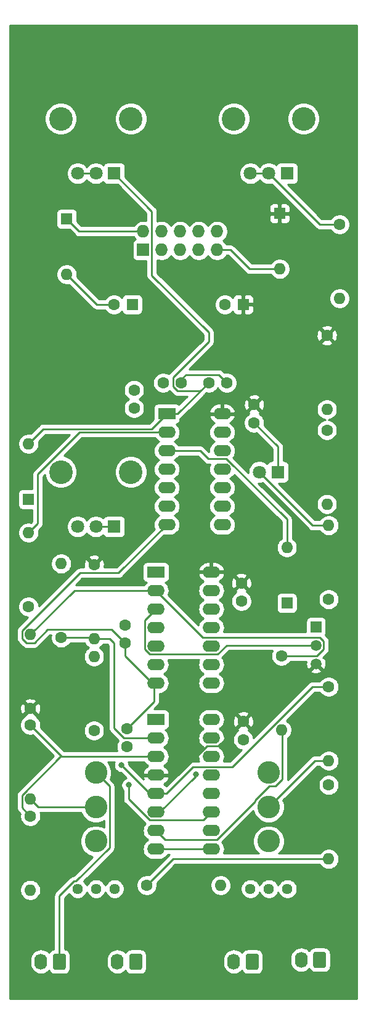
<source format=gbr>
%TF.GenerationSoftware,KiCad,Pcbnew,(5.1.12-1-10_14)*%
%TF.CreationDate,2023-08-06T16:49:54+02:00*%
%TF.ProjectId,xorcist_board,786f7263-6973-4745-9f62-6f6172642e6b,rev?*%
%TF.SameCoordinates,Original*%
%TF.FileFunction,Copper,L2,Bot*%
%TF.FilePolarity,Positive*%
%FSLAX46Y46*%
G04 Gerber Fmt 4.6, Leading zero omitted, Abs format (unit mm)*
G04 Created by KiCad (PCBNEW (5.1.12-1-10_14)) date 2023-08-06 16:49:54*
%MOMM*%
%LPD*%
G01*
G04 APERTURE LIST*
%TA.AperFunction,ComponentPad*%
%ADD10R,1.800000X1.800000*%
%TD*%
%TA.AperFunction,ComponentPad*%
%ADD11C,1.800000*%
%TD*%
%TA.AperFunction,ComponentPad*%
%ADD12O,1.740000X2.200000*%
%TD*%
%TA.AperFunction,ComponentPad*%
%ADD13C,1.600000*%
%TD*%
%TA.AperFunction,ComponentPad*%
%ADD14O,1.600000X1.600000*%
%TD*%
%TA.AperFunction,ComponentPad*%
%ADD15O,2.400000X1.600000*%
%TD*%
%TA.AperFunction,ComponentPad*%
%ADD16R,2.400000X1.600000*%
%TD*%
%TA.AperFunction,ComponentPad*%
%ADD17R,1.600000X1.600000*%
%TD*%
%TA.AperFunction,ComponentPad*%
%ADD18C,1.440000*%
%TD*%
%TA.AperFunction,ComponentPad*%
%ADD19C,3.240000*%
%TD*%
%TA.AperFunction,ComponentPad*%
%ADD20R,1.727200X1.727200*%
%TD*%
%TA.AperFunction,ComponentPad*%
%ADD21O,1.727200X1.727200*%
%TD*%
%TA.AperFunction,ComponentPad*%
%ADD22C,1.500000*%
%TD*%
%TA.AperFunction,ComponentPad*%
%ADD23R,1.500000X1.500000*%
%TD*%
%TA.AperFunction,ComponentPad*%
%ADD24C,3.100000*%
%TD*%
%TA.AperFunction,ViaPad*%
%ADD25C,0.800000*%
%TD*%
%TA.AperFunction,Conductor*%
%ADD26C,0.250000*%
%TD*%
%TA.AperFunction,Conductor*%
%ADD27C,0.254000*%
%TD*%
%TA.AperFunction,Conductor*%
%ADD28C,0.100000*%
%TD*%
G04 APERTURE END LIST*
D10*
%TO.P,D3,1*%
%TO.N,GND*%
X327500000Y-87000000D03*
D11*
%TO.P,D3,2*%
%TO.N,Net-(D3-Pad2)*%
X324960000Y-87000000D03*
%TD*%
%TO.P,Output,1*%
%TO.N,Net-(J4-Pad1)*%
%TA.AperFunction,ComponentPad*%
G36*
G01*
X308870000Y-153399999D02*
X308870000Y-155100001D01*
G75*
G02*
X308620001Y-155350000I-249999J0D01*
G01*
X307379999Y-155350000D01*
G75*
G02*
X307130000Y-155100001I0J249999D01*
G01*
X307130000Y-153399999D01*
G75*
G02*
X307379999Y-153150000I249999J0D01*
G01*
X308620001Y-153150000D01*
G75*
G02*
X308870000Y-153399999I0J-249999D01*
G01*
G37*
%TD.AperFunction*%
D12*
%TO.P,Output,2*%
%TO.N,GND*%
X305460000Y-154250000D03*
%TD*%
D13*
%TO.P,R5,1*%
%TO.N,Net-(R3-Pad1)*%
X302250000Y-122500000D03*
D14*
%TO.P,R5,2*%
%TO.N,GND*%
X302250000Y-112340000D03*
%TD*%
D15*
%TO.P,U3,14*%
%TO.N,Net-(C3-Pad1)*%
X318370000Y-100750000D03*
%TO.P,U3,7*%
%TO.N,Net-(C10-Pad2)*%
X310750000Y-115990000D03*
%TO.P,U3,13*%
%TO.N,GND*%
X318370000Y-103290000D03*
%TO.P,U3,6*%
X310750000Y-113450000D03*
%TO.P,U3,12*%
X318370000Y-105830000D03*
%TO.P,U3,5*%
X310750000Y-110910000D03*
%TO.P,U3,11*%
%TO.N,Net-(U3-Pad11)*%
X318370000Y-108370000D03*
%TO.P,U3,4*%
%TO.N,Net-(U3-Pad4)*%
X310750000Y-108370000D03*
%TO.P,U3,10*%
%TO.N,Net-(U3-Pad10)*%
X318370000Y-110910000D03*
%TO.P,U3,3*%
%TO.N,Net-(Q1-Pad2)*%
X310750000Y-105830000D03*
%TO.P,U3,9*%
%TO.N,GND*%
X318370000Y-113450000D03*
%TO.P,U3,2*%
%TO.N,Net-(R12-Pad2)*%
X310750000Y-103290000D03*
%TO.P,U3,8*%
%TO.N,GND*%
X318370000Y-115990000D03*
D16*
%TO.P,U3,1*%
%TO.N,Net-(R10-Pad1)*%
X310750000Y-100750000D03*
%TD*%
D15*
%TO.P,U2,16*%
%TO.N,N/C*%
X318370000Y-121000000D03*
%TO.P,U2,8*%
%TO.N,Net-(D4-Pad1)*%
X310750000Y-138780000D03*
%TO.P,U2,15*%
%TO.N,N/C*%
X318370000Y-123540000D03*
%TO.P,U2,7*%
%TO.N,Net-(R9-Pad2)*%
X310750000Y-136240000D03*
%TO.P,U2,14*%
%TO.N,Net-(D5-Pad1)*%
X318370000Y-126080000D03*
%TO.P,U2,6*%
%TO.N,Net-(R7-Pad2)*%
X310750000Y-133700000D03*
%TO.P,U2,13*%
%TO.N,Net-(D5-Pad1)*%
X318370000Y-128620000D03*
%TO.P,U2,5*%
%TO.N,Net-(R3-Pad1)*%
X310750000Y-131160000D03*
%TO.P,U2,12*%
%TO.N,Net-(RV3-Pad3)*%
X318370000Y-131160000D03*
%TO.P,U2,4*%
%TO.N,Net-(C3-Pad1)*%
X310750000Y-128620000D03*
%TO.P,U2,11*%
%TO.N,Net-(C10-Pad2)*%
X318370000Y-133700000D03*
%TO.P,U2,3*%
%TO.N,Net-(R4-Pad1)*%
X310750000Y-126080000D03*
%TO.P,U2,10*%
%TO.N,Net-(RV3-Pad3)*%
X318370000Y-136240000D03*
%TO.P,U2,2*%
%TO.N,Net-(R7-Pad2)*%
X310750000Y-123540000D03*
%TO.P,U2,9*%
%TO.N,Net-(D4-Pad1)*%
X318370000Y-138780000D03*
D16*
%TO.P,U2,1*%
%TO.N,Net-(R10-Pad2)*%
X310750000Y-121000000D03*
%TD*%
D14*
%TO.P,D5,2*%
%TO.N,Net-(C2-Pad1)*%
X328750000Y-97380000D03*
D17*
%TO.P,D5,1*%
%TO.N,Net-(D5-Pad1)*%
X328750000Y-105000000D03*
%TD*%
D14*
%TO.P,R2,2*%
%TO.N,Net-(R2-Pad2)*%
X336000000Y-63160000D03*
D13*
%TO.P,R2,1*%
%TO.N,Net-(R2-Pad1)*%
X336000000Y-53000000D03*
%TD*%
D18*
%TO.P,RV5,3*%
%TO.N,GND*%
X328830000Y-144250000D03*
%TO.P,RV5,2*%
%TO.N,Net-(RV5-Pad2)*%
X326290000Y-144250000D03*
%TO.P,RV5,1*%
%TO.N,Net-(R2-Pad1)*%
X323750000Y-144250000D03*
%TD*%
%TO.P,RV4,3*%
%TO.N,GND*%
X305080000Y-144250000D03*
%TO.P,RV4,2*%
%TO.N,Net-(RV4-Pad2)*%
X302540000Y-144250000D03*
%TO.P,RV4,1*%
%TO.N,Net-(R1-Pad1)*%
X300000000Y-144250000D03*
%TD*%
D14*
%TO.P,D4,2*%
%TO.N,Net-(C1-Pad1)*%
X293250000Y-83130000D03*
D17*
%TO.P,D4,1*%
%TO.N,Net-(D4-Pad1)*%
X293250000Y-90750000D03*
%TD*%
D19*
%TO.P,RV3,*%
%TO.N,*%
X307300000Y-87000000D03*
X297700000Y-87000000D03*
D11*
%TO.P,RV3,3*%
%TO.N,Net-(RV3-Pad3)*%
X300000000Y-94500000D03*
%TO.P,RV3,2*%
%TO.N,Net-(J5-Pad1)*%
X302500000Y-94500000D03*
D10*
%TO.P,RV3,1*%
X305000000Y-94500000D03*
%TD*%
D12*
%TO.P,PitchInput,2*%
%TO.N,GND*%
X321460000Y-154250000D03*
%TO.P,PitchInput,1*%
%TO.N,Net-(J5-Pad1)*%
%TA.AperFunction,ComponentPad*%
G36*
G01*
X324870000Y-153399999D02*
X324870000Y-155100001D01*
G75*
G02*
X324620001Y-155350000I-249999J0D01*
G01*
X323379999Y-155350000D01*
G75*
G02*
X323130000Y-155100001I0J249999D01*
G01*
X323130000Y-153399999D01*
G75*
G02*
X323379999Y-153150000I249999J0D01*
G01*
X324620001Y-153150000D01*
G75*
G02*
X324870000Y-153399999I0J-249999D01*
G01*
G37*
%TD.AperFunction*%
%TD*%
D17*
%TO.P,D2,1*%
%TO.N,Net-(D2-Pad1)*%
X298500000Y-52250000D03*
D14*
%TO.P,D2,2*%
%TO.N,Net-(C10-Pad2)*%
X298500000Y-59870000D03*
%TD*%
D20*
%TO.P,J1,1*%
%TO.N,Net-(D2-Pad1)*%
X309000000Y-56500000D03*
D21*
%TO.P,J1,2*%
X309000000Y-53960000D03*
%TO.P,J1,3*%
%TO.N,Net-(C3-Pad2)*%
X311540000Y-56500000D03*
%TO.P,J1,4*%
X311540000Y-53960000D03*
%TO.P,J1,5*%
X314080000Y-56500000D03*
%TO.P,J1,6*%
X314080000Y-53960000D03*
%TO.P,J1,7*%
X316620000Y-56500000D03*
%TO.P,J1,8*%
X316620000Y-53960000D03*
%TO.P,J1,9*%
%TO.N,Net-(D1-Pad2)*%
X319160000Y-56500000D03*
%TO.P,J1,10*%
X319160000Y-53960000D03*
%TD*%
%TO.P,Input1,1*%
%TO.N,Net-(J2-Pad1)*%
%TA.AperFunction,ComponentPad*%
G36*
G01*
X298370000Y-153399999D02*
X298370000Y-155100001D01*
G75*
G02*
X298120001Y-155350000I-249999J0D01*
G01*
X296879999Y-155350000D01*
G75*
G02*
X296630000Y-155100001I0J249999D01*
G01*
X296630000Y-153399999D01*
G75*
G02*
X296879999Y-153150000I249999J0D01*
G01*
X298120001Y-153150000D01*
G75*
G02*
X298370000Y-153399999I0J-249999D01*
G01*
G37*
%TD.AperFunction*%
D12*
%TO.P,Input1,2*%
%TO.N,GND*%
X294960000Y-154250000D03*
%TD*%
%TO.P,Input2,2*%
%TO.N,GND*%
X330710000Y-154000000D03*
%TO.P,Input2,1*%
%TO.N,Net-(J3-Pad1)*%
%TA.AperFunction,ComponentPad*%
G36*
G01*
X334120000Y-153149999D02*
X334120000Y-154850001D01*
G75*
G02*
X333870001Y-155100000I-249999J0D01*
G01*
X332629999Y-155100000D01*
G75*
G02*
X332380000Y-154850001I0J249999D01*
G01*
X332380000Y-153149999D01*
G75*
G02*
X332629999Y-152900000I249999J0D01*
G01*
X333870001Y-152900000D01*
G75*
G02*
X334120000Y-153149999I0J-249999D01*
G01*
G37*
%TD.AperFunction*%
%TD*%
D22*
%TO.P,Q1,2*%
%TO.N,Net-(Q1-Pad2)*%
X332750000Y-110790000D03*
%TO.P,Q1,3*%
%TO.N,Net-(C3-Pad1)*%
X332750000Y-113330000D03*
D23*
%TO.P,Q1,1*%
%TO.N,Net-(Q1-Pad1)*%
X332750000Y-108250000D03*
%TD*%
D13*
%TO.P,R1,1*%
%TO.N,Net-(R1-Pad1)*%
X293250000Y-105500000D03*
D14*
%TO.P,R1,2*%
%TO.N,Net-(R1-Pad2)*%
X293250000Y-95340000D03*
%TD*%
%TO.P,R3,2*%
%TO.N,Net-(R3-Pad2)*%
X334500000Y-126660000D03*
D13*
%TO.P,R3,1*%
%TO.N,Net-(R3-Pad1)*%
X334500000Y-116500000D03*
%TD*%
%TO.P,R4,1*%
%TO.N,Net-(R4-Pad1)*%
X293500000Y-121750000D03*
D14*
%TO.P,R4,2*%
%TO.N,Net-(R4-Pad2)*%
X293500000Y-131910000D03*
%TD*%
%TO.P,R6,2*%
%TO.N,GND*%
X293500000Y-144410000D03*
D13*
%TO.P,R6,1*%
%TO.N,Net-(R4-Pad1)*%
X293500000Y-134250000D03*
%TD*%
%TO.P,R7,1*%
%TO.N,Net-(C3-Pad1)*%
X302250000Y-99750000D03*
D14*
%TO.P,R7,2*%
%TO.N,Net-(R7-Pad2)*%
X302250000Y-109910000D03*
%TD*%
D13*
%TO.P,R8,1*%
%TO.N,Net-(R7-Pad2)*%
X297750000Y-109750000D03*
D14*
%TO.P,R8,2*%
%TO.N,GND*%
X297750000Y-99590000D03*
%TD*%
%TO.P,R9,2*%
%TO.N,Net-(R9-Pad2)*%
X328000000Y-122410000D03*
D13*
%TO.P,R9,1*%
%TO.N,Net-(R12-Pad2)*%
X328000000Y-112250000D03*
%TD*%
D14*
%TO.P,R10,2*%
%TO.N,Net-(R10-Pad2)*%
X334250000Y-91410000D03*
D13*
%TO.P,R10,1*%
%TO.N,Net-(R10-Pad1)*%
X334250000Y-81250000D03*
%TD*%
%TO.P,R11,1*%
%TO.N,Net-(C3-Pad1)*%
X334250000Y-68250000D03*
D14*
%TO.P,R11,2*%
%TO.N,Net-(R10-Pad1)*%
X334250000Y-78410000D03*
%TD*%
%TO.P,R12,2*%
%TO.N,Net-(R12-Pad2)*%
X293500000Y-109340000D03*
D13*
%TO.P,R12,1*%
%TO.N,Net-(C3-Pad1)*%
X293500000Y-119500000D03*
%TD*%
D14*
%TO.P,R13,2*%
%TO.N,Net-(D3-Pad2)*%
X334500000Y-94340000D03*
D13*
%TO.P,R13,1*%
%TO.N,Net-(Q1-Pad1)*%
X334500000Y-104500000D03*
%TD*%
%TO.P,R14,1*%
%TO.N,Net-(Q1-Pad1)*%
X334500000Y-130000000D03*
D14*
%TO.P,R14,2*%
%TO.N,Net-(J4-Pad1)*%
X334500000Y-140160000D03*
%TD*%
%TO.P,R15,2*%
%TO.N,GND*%
X319660000Y-143750000D03*
D13*
%TO.P,R15,1*%
%TO.N,Net-(J4-Pad1)*%
X309500000Y-143750000D03*
%TD*%
D10*
%TO.P,RV1,1*%
%TO.N,Net-(C1-Pad1)*%
X305000000Y-46000000D03*
D11*
%TO.P,RV1,2*%
%TO.N,Net-(R1-Pad1)*%
X302500000Y-46000000D03*
%TO.P,RV1,3*%
X300000000Y-46000000D03*
D19*
%TO.P,RV1,*%
%TO.N,*%
X297700000Y-38500000D03*
X307300000Y-38500000D03*
%TD*%
%TO.P,RV2,*%
%TO.N,*%
X331050000Y-38500000D03*
X321450000Y-38500000D03*
D11*
%TO.P,RV2,3*%
%TO.N,Net-(R2-Pad1)*%
X323750000Y-46000000D03*
%TO.P,RV2,2*%
X326250000Y-46000000D03*
D10*
%TO.P,RV2,1*%
%TO.N,Net-(C2-Pad1)*%
X328750000Y-46000000D03*
%TD*%
D24*
%TO.P,SW1,1*%
%TO.N,Net-(RV5-Pad2)*%
X326250000Y-137700000D03*
%TO.P,SW1,3*%
%TO.N,Net-(J3-Pad1)*%
X326250000Y-128300000D03*
%TO.P,SW1,2*%
%TO.N,Net-(R3-Pad2)*%
X326250000Y-133000000D03*
%TD*%
%TO.P,SW2,2*%
%TO.N,Net-(R4-Pad2)*%
X302500000Y-133000000D03*
%TO.P,SW2,3*%
%TO.N,Net-(J2-Pad1)*%
X302500000Y-128300000D03*
%TO.P,SW2,1*%
%TO.N,Net-(RV4-Pad2)*%
X302500000Y-137700000D03*
%TD*%
D16*
%TO.P,U1,1*%
%TO.N,Net-(C1-Pad1)*%
X312250000Y-79000000D03*
D15*
%TO.P,U1,8*%
%TO.N,N/C*%
X319870000Y-94240000D03*
%TO.P,U1,2*%
%TO.N,Net-(R1-Pad2)*%
X312250000Y-81540000D03*
%TO.P,U1,9*%
%TO.N,N/C*%
X319870000Y-91700000D03*
%TO.P,U1,3*%
%TO.N,Net-(C2-Pad1)*%
X312250000Y-84080000D03*
%TO.P,U1,10*%
%TO.N,N/C*%
X319870000Y-89160000D03*
%TO.P,U1,4*%
%TO.N,Net-(R2-Pad2)*%
X312250000Y-86620000D03*
%TO.P,U1,11*%
%TO.N,N/C*%
X319870000Y-86620000D03*
%TO.P,U1,5*%
X312250000Y-89160000D03*
%TO.P,U1,12*%
X319870000Y-84080000D03*
%TO.P,U1,6*%
X312250000Y-91700000D03*
%TO.P,U1,13*%
X319870000Y-81540000D03*
%TO.P,U1,7*%
%TO.N,Net-(C10-Pad2)*%
X312250000Y-94240000D03*
%TO.P,U1,14*%
%TO.N,Net-(C3-Pad1)*%
X319870000Y-79000000D03*
%TD*%
D17*
%TO.P,C3,1*%
%TO.N,Net-(C3-Pad1)*%
X322750000Y-64000000D03*
D13*
%TO.P,C3,2*%
%TO.N,Net-(C3-Pad2)*%
X320250000Y-64000000D03*
%TD*%
%TO.P,C1,2*%
%TO.N,GND*%
X320500000Y-74750000D03*
%TO.P,C1,1*%
%TO.N,Net-(C1-Pad1)*%
X318000000Y-74750000D03*
%TD*%
%TO.P,C2,1*%
%TO.N,Net-(C2-Pad1)*%
X311750000Y-74750000D03*
%TO.P,C2,2*%
%TO.N,GND*%
X314250000Y-74750000D03*
%TD*%
%TO.P,C4,2*%
%TO.N,Net-(C10-Pad2)*%
X305000000Y-64000000D03*
D17*
%TO.P,C4,1*%
%TO.N,Net-(C3-Pad2)*%
X307500000Y-64000000D03*
%TD*%
D13*
%TO.P,C5,2*%
%TO.N,Net-(C10-Pad2)*%
X306750000Y-122250000D03*
%TO.P,C5,1*%
%TO.N,GND*%
X306750000Y-124750000D03*
%TD*%
%TO.P,C6,1*%
%TO.N,GND*%
X322750000Y-123750000D03*
%TO.P,C6,2*%
%TO.N,Net-(C3-Pad1)*%
X322750000Y-121250000D03*
%TD*%
%TO.P,C8,2*%
%TO.N,Net-(C3-Pad1)*%
X324250000Y-77750000D03*
%TO.P,C8,1*%
%TO.N,GND*%
X324250000Y-80250000D03*
%TD*%
%TO.P,C9,1*%
%TO.N,GND*%
X322500000Y-104750000D03*
%TO.P,C9,2*%
%TO.N,Net-(C3-Pad1)*%
X322500000Y-102250000D03*
%TD*%
%TO.P,C7,1*%
%TO.N,GND*%
X307750000Y-78250000D03*
%TO.P,C7,2*%
%TO.N,Net-(C10-Pad2)*%
X307750000Y-75750000D03*
%TD*%
%TO.P,C10,1*%
%TO.N,GND*%
X306500000Y-108000000D03*
%TO.P,C10,2*%
%TO.N,Net-(C10-Pad2)*%
X306500000Y-110500000D03*
%TD*%
D17*
%TO.P,D1,1*%
%TO.N,Net-(C3-Pad1)*%
X327750000Y-51500000D03*
D14*
%TO.P,D1,2*%
%TO.N,Net-(D1-Pad2)*%
X327750000Y-59120000D03*
%TD*%
D25*
%TO.N,Net-(C10-Pad2)*%
X307000000Y-130000000D03*
%TO.N,Net-(R3-Pad1)*%
X306000000Y-127250000D03*
%TO.N,Net-(R7-Pad2)*%
X316250000Y-128500000D03*
%TD*%
D26*
%TO.N,Net-(C1-Pad1)*%
X312250000Y-79000000D02*
X312124999Y-79125001D01*
X313750000Y-79000000D02*
X318000000Y-74750000D01*
X312250000Y-79000000D02*
X313750000Y-79000000D01*
X313124999Y-75290001D02*
X313124999Y-73988591D01*
X318000000Y-67812202D02*
X310188601Y-60000803D01*
X313709999Y-75875001D02*
X313124999Y-75290001D01*
X313124999Y-73988591D02*
X318000000Y-69113590D01*
X318000000Y-74750000D02*
X316874999Y-75875001D01*
X318000000Y-69113590D02*
X318000000Y-67812202D01*
X316874999Y-75875001D02*
X313709999Y-75875001D01*
X310188601Y-60000803D02*
X310188601Y-51188601D01*
X310188601Y-51188601D02*
X305000000Y-46000000D01*
X293250000Y-83130000D02*
X295290011Y-81089989D01*
X295290011Y-81089989D02*
X310160011Y-81089989D01*
X310160011Y-81089989D02*
X312250000Y-79000000D01*
%TO.N,Net-(C10-Pad2)*%
X306750000Y-122250000D02*
X310500000Y-118500000D01*
X310500000Y-116240000D02*
X310750000Y-115990000D01*
X310500000Y-118500000D02*
X310500000Y-116240000D01*
X310750000Y-115990000D02*
X310240000Y-115990000D01*
X306500000Y-112250000D02*
X306500000Y-110500000D01*
X310240000Y-115990000D02*
X306500000Y-112250000D01*
X305614999Y-100875001D02*
X312250000Y-94240000D01*
X300299997Y-100875001D02*
X305614999Y-100875001D01*
X292374999Y-109880001D02*
X292374999Y-108799999D01*
X294040001Y-110465001D02*
X292959999Y-110465001D01*
X292374999Y-108799999D02*
X300299997Y-100875001D01*
X292959999Y-110465001D02*
X292374999Y-109880001D01*
X295880003Y-108624999D02*
X294040001Y-110465001D01*
X304624999Y-108624999D02*
X295880003Y-108624999D01*
X306500000Y-110500000D02*
X304624999Y-108624999D01*
X302630000Y-64000000D02*
X298500000Y-59870000D01*
X305000000Y-64000000D02*
X302630000Y-64000000D01*
X317244990Y-134825010D02*
X309884006Y-134825010D01*
X309884006Y-134825010D02*
X307000000Y-131941004D01*
X318370000Y-133700000D02*
X317244990Y-134825010D01*
X307000000Y-131941004D02*
X307000000Y-130000000D01*
X307000000Y-130000000D02*
X307000000Y-130000000D01*
%TO.N,GND*%
X320500000Y-74750000D02*
X319374999Y-73624999D01*
X319374999Y-73624999D02*
X314875001Y-73624999D01*
X314250000Y-74250000D02*
X314250000Y-74750000D01*
X314875001Y-73624999D02*
X314250000Y-74250000D01*
X327500000Y-83500000D02*
X324250000Y-80250000D01*
X327500000Y-87000000D02*
X327500000Y-83500000D01*
%TO.N,Net-(D1-Pad2)*%
X327750000Y-59120000D02*
X323620000Y-59120000D01*
X321000000Y-56500000D02*
X319160000Y-56500000D01*
X323620000Y-59120000D02*
X321000000Y-56500000D01*
%TO.N,Net-(D2-Pad1)*%
X300210000Y-53960000D02*
X298500000Y-52250000D01*
X309000000Y-53960000D02*
X300210000Y-53960000D01*
%TO.N,Net-(D3-Pad2)*%
X332300000Y-94340000D02*
X334500000Y-94340000D01*
X324960000Y-87000000D02*
X332300000Y-94340000D01*
%TO.N,Net-(J2-Pad1)*%
X297500000Y-145203398D02*
X297500000Y-154250000D01*
X299498399Y-143204999D02*
X297500000Y-145203398D01*
X299770003Y-143204999D02*
X299498399Y-143204999D01*
X304375001Y-138600001D02*
X299770003Y-143204999D01*
X304375001Y-130175001D02*
X304375001Y-138600001D01*
X302500000Y-128300000D02*
X304375001Y-130175001D01*
%TO.N,Net-(J4-Pad1)*%
X313090000Y-140160000D02*
X309500000Y-143750000D01*
X334500000Y-140160000D02*
X313090000Y-140160000D01*
%TO.N,Net-(Q1-Pad2)*%
X309224990Y-111375994D02*
X309224990Y-107355010D01*
X309224990Y-107355010D02*
X310750000Y-105830000D01*
X309884006Y-112035010D02*
X309224990Y-111375994D01*
X319235994Y-112035010D02*
X309884006Y-112035010D01*
X320481004Y-110790000D02*
X319235994Y-112035010D01*
X332750000Y-110790000D02*
X320481004Y-110790000D01*
%TO.N,Net-(R1-Pad1)*%
X302500000Y-46000000D02*
X300000000Y-46000000D01*
%TO.N,Net-(R1-Pad2)*%
X312250000Y-81540000D02*
X300281398Y-81540000D01*
X300281398Y-81540000D02*
X294500000Y-87321398D01*
X294500000Y-94090000D02*
X293250000Y-95340000D01*
X294500000Y-87321398D02*
X294500000Y-94090000D01*
%TO.N,Net-(R2-Pad1)*%
X326250000Y-46000000D02*
X323750000Y-46000000D01*
X333250000Y-53000000D02*
X336000000Y-53000000D01*
X326250000Y-46000000D02*
X333250000Y-53000000D01*
%TO.N,Net-(R3-Pad2)*%
X332590000Y-126660000D02*
X334500000Y-126660000D01*
X326250000Y-133000000D02*
X332590000Y-126660000D01*
%TO.N,Net-(R3-Pad1)*%
X310750000Y-131160000D02*
X312200000Y-131160000D01*
X321250008Y-127494990D02*
X332244998Y-116500000D01*
X315865010Y-127494990D02*
X321250008Y-127494990D01*
X312200000Y-131160000D02*
X315865010Y-127494990D01*
X332244998Y-116500000D02*
X334500000Y-116500000D01*
X310750000Y-131160000D02*
X309910000Y-131160000D01*
X309910000Y-131160000D02*
X306000000Y-127250000D01*
X306000000Y-127250000D02*
X306000000Y-127250000D01*
%TO.N,Net-(R4-Pad1)*%
X310750000Y-126080000D02*
X297830000Y-126080000D01*
X292374999Y-131369999D02*
X297664998Y-126080000D01*
X292374999Y-133124999D02*
X292374999Y-131369999D01*
X293500000Y-134250000D02*
X292374999Y-133124999D01*
X297664998Y-126080000D02*
X310750000Y-126080000D01*
X297830000Y-126080000D02*
X293500000Y-121750000D01*
%TO.N,Net-(R4-Pad2)*%
X294590000Y-133000000D02*
X293500000Y-131910000D01*
X302500000Y-133000000D02*
X294590000Y-133000000D01*
%TO.N,Net-(R7-Pad2)*%
X306374998Y-123540000D02*
X305000000Y-122165002D01*
X310750000Y-123540000D02*
X306374998Y-123540000D01*
X305000000Y-122165002D02*
X305000000Y-110500000D01*
X304410000Y-109910000D02*
X302250000Y-109910000D01*
X305000000Y-110500000D02*
X304410000Y-109910000D01*
X302090000Y-109750000D02*
X302250000Y-109910000D01*
X297750000Y-109750000D02*
X302090000Y-109750000D01*
X310750000Y-133700000D02*
X311300000Y-133700000D01*
X311300000Y-133700000D02*
X316250000Y-128750000D01*
X316250000Y-128750000D02*
X316250000Y-128500000D01*
X316250000Y-128500000D02*
X316250000Y-128500000D01*
%TO.N,Net-(R9-Pad2)*%
X310750000Y-136240000D02*
X312010000Y-137500000D01*
X328125001Y-122535001D02*
X328000000Y-122410000D01*
X327150001Y-130175001D02*
X328125001Y-129200001D01*
X326299997Y-130175001D02*
X327150001Y-130175001D01*
X324374999Y-132099999D02*
X326299997Y-130175001D01*
X324374999Y-132226005D02*
X324374999Y-132099999D01*
X328125001Y-129200001D02*
X328125001Y-122535001D01*
X319101004Y-137500000D02*
X324374999Y-132226005D01*
X312010000Y-137500000D02*
X319101004Y-137500000D01*
%TO.N,Net-(R12-Pad2)*%
X299550000Y-103290000D02*
X310750000Y-103290000D01*
X293500000Y-109340000D02*
X299550000Y-103290000D01*
X333825001Y-110273999D02*
X333825001Y-111306001D01*
X333266001Y-109714999D02*
X333825001Y-110273999D01*
X332881002Y-112250000D02*
X328000000Y-112250000D01*
X333825001Y-111306001D02*
X332881002Y-112250000D01*
X317174999Y-109714999D02*
X333266001Y-109714999D01*
X310750000Y-103290000D02*
X317174999Y-109714999D01*
%TO.N,Net-(C3-Pad1)*%
X317793986Y-124665010D02*
X319334990Y-124665010D01*
X319334990Y-124665010D02*
X322750000Y-121250000D01*
X310750000Y-128620000D02*
X313838996Y-128620000D01*
X313838996Y-128620000D02*
X317793986Y-124665010D01*
%TO.N,Net-(D4-Pad1)*%
X318370000Y-138780000D02*
X310750000Y-138780000D01*
%TO.N,Net-(J5-Pad1)*%
X302500000Y-94500000D02*
X305000000Y-94500000D01*
%TO.N,Net-(RV4-Pad2)*%
X302500000Y-144210000D02*
X302540000Y-144250000D01*
%TO.N,Net-(C2-Pad1)*%
X320446014Y-85205010D02*
X317955010Y-85205010D01*
X328750000Y-93508996D02*
X320446014Y-85205010D01*
X328750000Y-97380000D02*
X328750000Y-93508996D01*
X316830000Y-84080000D02*
X312250000Y-84080000D01*
X317955010Y-85205010D02*
X316830000Y-84080000D01*
%TD*%
D27*
%TO.N,Net-(C3-Pad1)*%
X338340001Y-159340000D02*
X290660000Y-159340000D01*
X290660000Y-144268665D01*
X292065000Y-144268665D01*
X292065000Y-144551335D01*
X292120147Y-144828574D01*
X292228320Y-145089727D01*
X292385363Y-145324759D01*
X292585241Y-145524637D01*
X292820273Y-145681680D01*
X293081426Y-145789853D01*
X293358665Y-145845000D01*
X293641335Y-145845000D01*
X293918574Y-145789853D01*
X294179727Y-145681680D01*
X294414759Y-145524637D01*
X294614637Y-145324759D01*
X294771680Y-145089727D01*
X294879853Y-144828574D01*
X294935000Y-144551335D01*
X294935000Y-144268665D01*
X294879853Y-143991426D01*
X294771680Y-143730273D01*
X294614637Y-143495241D01*
X294414759Y-143295363D01*
X294179727Y-143138320D01*
X293918574Y-143030147D01*
X293641335Y-142975000D01*
X293358665Y-142975000D01*
X293081426Y-143030147D01*
X292820273Y-143138320D01*
X292585241Y-143295363D01*
X292385363Y-143495241D01*
X292228320Y-143730273D01*
X292120147Y-143991426D01*
X292065000Y-144268665D01*
X290660000Y-144268665D01*
X290660000Y-119570512D01*
X292059783Y-119570512D01*
X292101213Y-119850130D01*
X292196397Y-120116292D01*
X292263329Y-120241514D01*
X292507298Y-120313097D01*
X293320395Y-119500000D01*
X293679605Y-119500000D01*
X294492702Y-120313097D01*
X294736671Y-120241514D01*
X294857571Y-119986004D01*
X294926300Y-119711816D01*
X294940217Y-119429488D01*
X294898787Y-119149870D01*
X294803603Y-118883708D01*
X294736671Y-118758486D01*
X294492702Y-118686903D01*
X293679605Y-119500000D01*
X293320395Y-119500000D01*
X292507298Y-118686903D01*
X292263329Y-118758486D01*
X292142429Y-119013996D01*
X292073700Y-119288184D01*
X292059783Y-119570512D01*
X290660000Y-119570512D01*
X290660000Y-118507298D01*
X292686903Y-118507298D01*
X293500000Y-119320395D01*
X294313097Y-118507298D01*
X294241514Y-118263329D01*
X293986004Y-118142429D01*
X293711816Y-118073700D01*
X293429488Y-118059783D01*
X293149870Y-118101213D01*
X292883708Y-118196397D01*
X292758486Y-118263329D01*
X292686903Y-118507298D01*
X290660000Y-118507298D01*
X290660000Y-108799999D01*
X291611323Y-108799999D01*
X291615000Y-108837331D01*
X291614999Y-109842678D01*
X291611323Y-109880001D01*
X291614999Y-109917323D01*
X291614999Y-109917333D01*
X291625996Y-110028986D01*
X291657838Y-110133957D01*
X291669453Y-110172247D01*
X291740025Y-110304277D01*
X291764644Y-110334275D01*
X291834998Y-110420002D01*
X291864001Y-110443804D01*
X292396199Y-110976003D01*
X292419998Y-111005002D01*
X292448996Y-111028800D01*
X292535722Y-111099975D01*
X292667752Y-111170547D01*
X292811013Y-111214004D01*
X292922666Y-111225001D01*
X292922676Y-111225001D01*
X292959999Y-111228677D01*
X292997322Y-111225001D01*
X294002679Y-111225001D01*
X294040001Y-111228677D01*
X294077323Y-111225001D01*
X294077334Y-111225001D01*
X294188987Y-111214004D01*
X294332248Y-111170547D01*
X294464277Y-111099975D01*
X294580002Y-111005002D01*
X294603805Y-110975998D01*
X296194805Y-109384999D01*
X296359491Y-109384999D01*
X296315000Y-109608665D01*
X296315000Y-109891335D01*
X296370147Y-110168574D01*
X296478320Y-110429727D01*
X296635363Y-110664759D01*
X296835241Y-110864637D01*
X297070273Y-111021680D01*
X297331426Y-111129853D01*
X297608665Y-111185000D01*
X297891335Y-111185000D01*
X298168574Y-111129853D01*
X298429727Y-111021680D01*
X298664759Y-110864637D01*
X298864637Y-110664759D01*
X298968043Y-110510000D01*
X300945296Y-110510000D01*
X300978320Y-110589727D01*
X301135363Y-110824759D01*
X301335241Y-111024637D01*
X301485445Y-111125000D01*
X301335241Y-111225363D01*
X301135363Y-111425241D01*
X300978320Y-111660273D01*
X300870147Y-111921426D01*
X300815000Y-112198665D01*
X300815000Y-112481335D01*
X300870147Y-112758574D01*
X300978320Y-113019727D01*
X301135363Y-113254759D01*
X301335241Y-113454637D01*
X301570273Y-113611680D01*
X301831426Y-113719853D01*
X302108665Y-113775000D01*
X302391335Y-113775000D01*
X302668574Y-113719853D01*
X302929727Y-113611680D01*
X303164759Y-113454637D01*
X303364637Y-113254759D01*
X303521680Y-113019727D01*
X303629853Y-112758574D01*
X303685000Y-112481335D01*
X303685000Y-112198665D01*
X303629853Y-111921426D01*
X303521680Y-111660273D01*
X303364637Y-111425241D01*
X303164759Y-111225363D01*
X303014555Y-111125000D01*
X303164759Y-111024637D01*
X303364637Y-110824759D01*
X303468043Y-110670000D01*
X304095199Y-110670000D01*
X304240001Y-110814803D01*
X304240000Y-122127680D01*
X304236324Y-122165002D01*
X304240000Y-122202324D01*
X304240000Y-122202334D01*
X304250997Y-122313987D01*
X304280122Y-122410000D01*
X304294454Y-122457248D01*
X304365026Y-122589278D01*
X304380039Y-122607571D01*
X304459999Y-122705003D01*
X304489003Y-122728806D01*
X305619371Y-123859175D01*
X305478320Y-124070273D01*
X305370147Y-124331426D01*
X305315000Y-124608665D01*
X305315000Y-124891335D01*
X305370147Y-125168574D01*
X305432870Y-125320000D01*
X298144802Y-125320000D01*
X295183467Y-122358665D01*
X300815000Y-122358665D01*
X300815000Y-122641335D01*
X300870147Y-122918574D01*
X300978320Y-123179727D01*
X301135363Y-123414759D01*
X301335241Y-123614637D01*
X301570273Y-123771680D01*
X301831426Y-123879853D01*
X302108665Y-123935000D01*
X302391335Y-123935000D01*
X302668574Y-123879853D01*
X302929727Y-123771680D01*
X303164759Y-123614637D01*
X303364637Y-123414759D01*
X303521680Y-123179727D01*
X303629853Y-122918574D01*
X303685000Y-122641335D01*
X303685000Y-122358665D01*
X303629853Y-122081426D01*
X303521680Y-121820273D01*
X303364637Y-121585241D01*
X303164759Y-121385363D01*
X302929727Y-121228320D01*
X302668574Y-121120147D01*
X302391335Y-121065000D01*
X302108665Y-121065000D01*
X301831426Y-121120147D01*
X301570273Y-121228320D01*
X301335241Y-121385363D01*
X301135363Y-121585241D01*
X300978320Y-121820273D01*
X300870147Y-122081426D01*
X300815000Y-122358665D01*
X295183467Y-122358665D01*
X294898688Y-122073887D01*
X294935000Y-121891335D01*
X294935000Y-121608665D01*
X294879853Y-121331426D01*
X294771680Y-121070273D01*
X294614637Y-120835241D01*
X294414759Y-120635363D01*
X294294764Y-120555185D01*
X294313097Y-120492702D01*
X293500000Y-119679605D01*
X292686903Y-120492702D01*
X292705236Y-120555185D01*
X292585241Y-120635363D01*
X292385363Y-120835241D01*
X292228320Y-121070273D01*
X292120147Y-121331426D01*
X292065000Y-121608665D01*
X292065000Y-121891335D01*
X292120147Y-122168574D01*
X292228320Y-122429727D01*
X292385363Y-122664759D01*
X292585241Y-122864637D01*
X292820273Y-123021680D01*
X293081426Y-123129853D01*
X293358665Y-123185000D01*
X293641335Y-123185000D01*
X293823887Y-123148688D01*
X296672697Y-125997499D01*
X291863997Y-130806200D01*
X291834999Y-130829998D01*
X291811201Y-130858996D01*
X291811200Y-130858997D01*
X291740025Y-130945723D01*
X291669453Y-131077753D01*
X291658265Y-131114637D01*
X291625997Y-131221013D01*
X291617332Y-131308985D01*
X291611323Y-131369999D01*
X291615000Y-131407331D01*
X291614999Y-133087676D01*
X291611323Y-133124999D01*
X291614999Y-133162321D01*
X291614999Y-133162331D01*
X291625996Y-133273984D01*
X291666574Y-133407753D01*
X291669453Y-133417245D01*
X291740025Y-133549275D01*
X291751945Y-133563799D01*
X291834998Y-133665000D01*
X291864001Y-133688803D01*
X292101312Y-133926113D01*
X292065000Y-134108665D01*
X292065000Y-134391335D01*
X292120147Y-134668574D01*
X292228320Y-134929727D01*
X292385363Y-135164759D01*
X292585241Y-135364637D01*
X292820273Y-135521680D01*
X293081426Y-135629853D01*
X293358665Y-135685000D01*
X293641335Y-135685000D01*
X293918574Y-135629853D01*
X294179727Y-135521680D01*
X294414759Y-135364637D01*
X294614637Y-135164759D01*
X294771680Y-134929727D01*
X294879853Y-134668574D01*
X294935000Y-134391335D01*
X294935000Y-134108665D01*
X294879853Y-133831426D01*
X294850267Y-133760000D01*
X300449776Y-133760000D01*
X300563678Y-134034985D01*
X300802800Y-134392856D01*
X301107144Y-134697200D01*
X301465015Y-134936322D01*
X301862659Y-135101031D01*
X302284796Y-135185000D01*
X302715204Y-135185000D01*
X303137341Y-135101031D01*
X303534985Y-134936322D01*
X303615002Y-134882857D01*
X303615002Y-135817143D01*
X303534985Y-135763678D01*
X303137341Y-135598969D01*
X302715204Y-135515000D01*
X302284796Y-135515000D01*
X301862659Y-135598969D01*
X301465015Y-135763678D01*
X301107144Y-136002800D01*
X300802800Y-136307144D01*
X300563678Y-136665015D01*
X300398969Y-137062659D01*
X300315000Y-137484796D01*
X300315000Y-137915204D01*
X300398969Y-138337341D01*
X300563678Y-138734985D01*
X300802800Y-139092856D01*
X301107144Y-139397200D01*
X301465015Y-139636322D01*
X301862659Y-139801031D01*
X302059930Y-139840271D01*
X299454561Y-142445640D01*
X299349413Y-142455996D01*
X299206152Y-142499453D01*
X299074122Y-142570025D01*
X298994508Y-142635363D01*
X298958398Y-142664998D01*
X298934600Y-142693996D01*
X296989003Y-144639594D01*
X296959999Y-144663397D01*
X296912724Y-144721002D01*
X296865026Y-144779122D01*
X296819317Y-144864637D01*
X296794454Y-144911152D01*
X296750997Y-145054413D01*
X296740000Y-145166066D01*
X296740000Y-145166076D01*
X296736324Y-145203398D01*
X296740000Y-145240720D01*
X296740001Y-152525717D01*
X296706745Y-152528992D01*
X296540149Y-152579528D01*
X296386613Y-152661595D01*
X296252038Y-152772038D01*
X296141595Y-152906613D01*
X296083066Y-153016114D01*
X296029345Y-152950655D01*
X295800179Y-152762583D01*
X295538725Y-152622834D01*
X295255032Y-152536776D01*
X294960000Y-152507718D01*
X294664969Y-152536776D01*
X294381276Y-152622834D01*
X294119822Y-152762583D01*
X293890655Y-152950655D01*
X293702583Y-153179821D01*
X293562834Y-153441275D01*
X293476776Y-153724968D01*
X293455000Y-153946064D01*
X293455000Y-154553935D01*
X293476776Y-154775031D01*
X293562834Y-155058724D01*
X293702583Y-155320178D01*
X293890655Y-155549345D01*
X294119821Y-155737417D01*
X294381275Y-155877166D01*
X294664968Y-155963224D01*
X294960000Y-155992282D01*
X295255031Y-155963224D01*
X295538724Y-155877166D01*
X295800178Y-155737417D01*
X296029345Y-155549345D01*
X296083066Y-155483886D01*
X296141595Y-155593387D01*
X296252038Y-155727962D01*
X296386613Y-155838405D01*
X296540149Y-155920472D01*
X296706745Y-155971008D01*
X296879999Y-155988072D01*
X298120001Y-155988072D01*
X298293255Y-155971008D01*
X298459851Y-155920472D01*
X298613387Y-155838405D01*
X298747962Y-155727962D01*
X298858405Y-155593387D01*
X298940472Y-155439851D01*
X298991008Y-155273255D01*
X299008072Y-155100001D01*
X299008072Y-153946064D01*
X303955000Y-153946064D01*
X303955000Y-154553935D01*
X303976776Y-154775031D01*
X304062834Y-155058724D01*
X304202583Y-155320178D01*
X304390655Y-155549345D01*
X304619821Y-155737417D01*
X304881275Y-155877166D01*
X305164968Y-155963224D01*
X305460000Y-155992282D01*
X305755031Y-155963224D01*
X306038724Y-155877166D01*
X306300178Y-155737417D01*
X306529345Y-155549345D01*
X306583066Y-155483886D01*
X306641595Y-155593387D01*
X306752038Y-155727962D01*
X306886613Y-155838405D01*
X307040149Y-155920472D01*
X307206745Y-155971008D01*
X307379999Y-155988072D01*
X308620001Y-155988072D01*
X308793255Y-155971008D01*
X308959851Y-155920472D01*
X309113387Y-155838405D01*
X309247962Y-155727962D01*
X309358405Y-155593387D01*
X309440472Y-155439851D01*
X309491008Y-155273255D01*
X309508072Y-155100001D01*
X309508072Y-153946064D01*
X319955000Y-153946064D01*
X319955000Y-154553935D01*
X319976776Y-154775031D01*
X320062834Y-155058724D01*
X320202583Y-155320178D01*
X320390655Y-155549345D01*
X320619821Y-155737417D01*
X320881275Y-155877166D01*
X321164968Y-155963224D01*
X321460000Y-155992282D01*
X321755031Y-155963224D01*
X322038724Y-155877166D01*
X322300178Y-155737417D01*
X322529345Y-155549345D01*
X322583066Y-155483886D01*
X322641595Y-155593387D01*
X322752038Y-155727962D01*
X322886613Y-155838405D01*
X323040149Y-155920472D01*
X323206745Y-155971008D01*
X323379999Y-155988072D01*
X324620001Y-155988072D01*
X324793255Y-155971008D01*
X324959851Y-155920472D01*
X325113387Y-155838405D01*
X325247962Y-155727962D01*
X325358405Y-155593387D01*
X325440472Y-155439851D01*
X325491008Y-155273255D01*
X325508072Y-155100001D01*
X325508072Y-153696064D01*
X329205000Y-153696064D01*
X329205000Y-154303935D01*
X329226776Y-154525031D01*
X329312834Y-154808724D01*
X329452583Y-155070178D01*
X329640655Y-155299345D01*
X329869821Y-155487417D01*
X330131275Y-155627166D01*
X330414968Y-155713224D01*
X330710000Y-155742282D01*
X331005031Y-155713224D01*
X331288724Y-155627166D01*
X331550178Y-155487417D01*
X331779345Y-155299345D01*
X331833066Y-155233886D01*
X331891595Y-155343387D01*
X332002038Y-155477962D01*
X332136613Y-155588405D01*
X332290149Y-155670472D01*
X332456745Y-155721008D01*
X332629999Y-155738072D01*
X333870001Y-155738072D01*
X334043255Y-155721008D01*
X334209851Y-155670472D01*
X334363387Y-155588405D01*
X334497962Y-155477962D01*
X334608405Y-155343387D01*
X334690472Y-155189851D01*
X334741008Y-155023255D01*
X334758072Y-154850001D01*
X334758072Y-153149999D01*
X334741008Y-152976745D01*
X334690472Y-152810149D01*
X334608405Y-152656613D01*
X334497962Y-152522038D01*
X334363387Y-152411595D01*
X334209851Y-152329528D01*
X334043255Y-152278992D01*
X333870001Y-152261928D01*
X332629999Y-152261928D01*
X332456745Y-152278992D01*
X332290149Y-152329528D01*
X332136613Y-152411595D01*
X332002038Y-152522038D01*
X331891595Y-152656613D01*
X331833066Y-152766114D01*
X331779345Y-152700655D01*
X331550179Y-152512583D01*
X331288725Y-152372834D01*
X331005032Y-152286776D01*
X330710000Y-152257718D01*
X330414969Y-152286776D01*
X330131276Y-152372834D01*
X329869822Y-152512583D01*
X329640655Y-152700655D01*
X329452583Y-152929821D01*
X329312834Y-153191275D01*
X329226776Y-153474968D01*
X329205000Y-153696064D01*
X325508072Y-153696064D01*
X325508072Y-153399999D01*
X325491008Y-153226745D01*
X325440472Y-153060149D01*
X325358405Y-152906613D01*
X325247962Y-152772038D01*
X325113387Y-152661595D01*
X324959851Y-152579528D01*
X324793255Y-152528992D01*
X324620001Y-152511928D01*
X323379999Y-152511928D01*
X323206745Y-152528992D01*
X323040149Y-152579528D01*
X322886613Y-152661595D01*
X322752038Y-152772038D01*
X322641595Y-152906613D01*
X322583066Y-153016114D01*
X322529345Y-152950655D01*
X322300179Y-152762583D01*
X322038725Y-152622834D01*
X321755032Y-152536776D01*
X321460000Y-152507718D01*
X321164969Y-152536776D01*
X320881276Y-152622834D01*
X320619822Y-152762583D01*
X320390655Y-152950655D01*
X320202583Y-153179821D01*
X320062834Y-153441275D01*
X319976776Y-153724968D01*
X319955000Y-153946064D01*
X309508072Y-153946064D01*
X309508072Y-153399999D01*
X309491008Y-153226745D01*
X309440472Y-153060149D01*
X309358405Y-152906613D01*
X309247962Y-152772038D01*
X309113387Y-152661595D01*
X308959851Y-152579528D01*
X308793255Y-152528992D01*
X308620001Y-152511928D01*
X307379999Y-152511928D01*
X307206745Y-152528992D01*
X307040149Y-152579528D01*
X306886613Y-152661595D01*
X306752038Y-152772038D01*
X306641595Y-152906613D01*
X306583066Y-153016114D01*
X306529345Y-152950655D01*
X306300179Y-152762583D01*
X306038725Y-152622834D01*
X305755032Y-152536776D01*
X305460000Y-152507718D01*
X305164969Y-152536776D01*
X304881276Y-152622834D01*
X304619822Y-152762583D01*
X304390655Y-152950655D01*
X304202583Y-153179821D01*
X304062834Y-153441275D01*
X303976776Y-153724968D01*
X303955000Y-153946064D01*
X299008072Y-153946064D01*
X299008072Y-153399999D01*
X298991008Y-153226745D01*
X298940472Y-153060149D01*
X298858405Y-152906613D01*
X298747962Y-152772038D01*
X298613387Y-152661595D01*
X298459851Y-152579528D01*
X298293255Y-152528992D01*
X298260000Y-152525717D01*
X298260000Y-145518199D01*
X298834123Y-144944076D01*
X298947503Y-145113762D01*
X299136238Y-145302497D01*
X299358167Y-145450785D01*
X299604761Y-145552928D01*
X299866544Y-145605000D01*
X300133456Y-145605000D01*
X300395239Y-145552928D01*
X300641833Y-145450785D01*
X300863762Y-145302497D01*
X301052497Y-145113762D01*
X301200785Y-144891833D01*
X301270000Y-144724734D01*
X301339215Y-144891833D01*
X301487503Y-145113762D01*
X301676238Y-145302497D01*
X301898167Y-145450785D01*
X302144761Y-145552928D01*
X302406544Y-145605000D01*
X302673456Y-145605000D01*
X302935239Y-145552928D01*
X303181833Y-145450785D01*
X303403762Y-145302497D01*
X303592497Y-145113762D01*
X303740785Y-144891833D01*
X303810000Y-144724734D01*
X303879215Y-144891833D01*
X304027503Y-145113762D01*
X304216238Y-145302497D01*
X304438167Y-145450785D01*
X304684761Y-145552928D01*
X304946544Y-145605000D01*
X305213456Y-145605000D01*
X305475239Y-145552928D01*
X305721833Y-145450785D01*
X305943762Y-145302497D01*
X306132497Y-145113762D01*
X306280785Y-144891833D01*
X306382928Y-144645239D01*
X306435000Y-144383456D01*
X306435000Y-144116544D01*
X306382928Y-143854761D01*
X306280785Y-143608167D01*
X306132497Y-143386238D01*
X305943762Y-143197503D01*
X305721833Y-143049215D01*
X305475239Y-142947072D01*
X305213456Y-142895000D01*
X304946544Y-142895000D01*
X304684761Y-142947072D01*
X304438167Y-143049215D01*
X304216238Y-143197503D01*
X304027503Y-143386238D01*
X303879215Y-143608167D01*
X303810000Y-143775266D01*
X303740785Y-143608167D01*
X303592497Y-143386238D01*
X303403762Y-143197503D01*
X303181833Y-143049215D01*
X302935239Y-142947072D01*
X302673456Y-142895000D01*
X302406544Y-142895000D01*
X302144761Y-142947072D01*
X301898167Y-143049215D01*
X301676238Y-143197503D01*
X301487503Y-143386238D01*
X301339215Y-143608167D01*
X301270000Y-143775266D01*
X301200785Y-143608167D01*
X301052497Y-143386238D01*
X300863762Y-143197503D01*
X300856891Y-143192912D01*
X304886004Y-139163800D01*
X304915002Y-139140002D01*
X305009975Y-139024277D01*
X305080547Y-138892248D01*
X305124004Y-138748987D01*
X305135001Y-138637334D01*
X305138678Y-138600001D01*
X305135001Y-138562668D01*
X305135001Y-130212324D01*
X305138677Y-130175001D01*
X305135001Y-130137678D01*
X305135001Y-130137668D01*
X305124004Y-130026015D01*
X305080547Y-129882754D01*
X305009975Y-129750725D01*
X304915002Y-129635000D01*
X304886004Y-129611202D01*
X304487129Y-129212327D01*
X304601031Y-128937341D01*
X304685000Y-128515204D01*
X304685000Y-128084796D01*
X304601031Y-127662659D01*
X304436322Y-127265015D01*
X304197200Y-126907144D01*
X304130056Y-126840000D01*
X305049552Y-126840000D01*
X305004774Y-126948102D01*
X304965000Y-127148061D01*
X304965000Y-127351939D01*
X305004774Y-127551898D01*
X305082795Y-127740256D01*
X305196063Y-127909774D01*
X305340226Y-128053937D01*
X305509744Y-128167205D01*
X305698102Y-128245226D01*
X305898061Y-128285000D01*
X305960199Y-128285000D01*
X306685283Y-129010084D01*
X306509744Y-129082795D01*
X306340226Y-129196063D01*
X306196063Y-129340226D01*
X306082795Y-129509744D01*
X306004774Y-129698102D01*
X305965000Y-129898061D01*
X305965000Y-130101939D01*
X306004774Y-130301898D01*
X306082795Y-130490256D01*
X306196063Y-130659774D01*
X306240001Y-130703712D01*
X306240000Y-131903681D01*
X306236324Y-131941004D01*
X306240000Y-131978326D01*
X306240000Y-131978336D01*
X306250997Y-132089989D01*
X306285049Y-132202246D01*
X306294454Y-132233250D01*
X306365026Y-132365280D01*
X306387156Y-132392245D01*
X306459999Y-132481005D01*
X306489003Y-132504808D01*
X309273684Y-135289491D01*
X309151068Y-135438899D01*
X309017818Y-135688192D01*
X308935764Y-135958691D01*
X308908057Y-136240000D01*
X308935764Y-136521309D01*
X309017818Y-136791808D01*
X309151068Y-137041101D01*
X309330392Y-137259608D01*
X309548899Y-137438932D01*
X309681858Y-137510000D01*
X309548899Y-137581068D01*
X309330392Y-137760392D01*
X309151068Y-137978899D01*
X309017818Y-138228192D01*
X308935764Y-138498691D01*
X308908057Y-138780000D01*
X308935764Y-139061309D01*
X309017818Y-139331808D01*
X309151068Y-139581101D01*
X309330392Y-139799608D01*
X309548899Y-139978932D01*
X309798192Y-140112182D01*
X310068691Y-140194236D01*
X310279508Y-140215000D01*
X311220492Y-140215000D01*
X311431309Y-140194236D01*
X311701808Y-140112182D01*
X311951101Y-139978932D01*
X312169608Y-139799608D01*
X312348932Y-139581101D01*
X312370901Y-139540000D01*
X312647478Y-139540000D01*
X312549999Y-139619999D01*
X312526201Y-139648997D01*
X309823887Y-142351312D01*
X309641335Y-142315000D01*
X309358665Y-142315000D01*
X309081426Y-142370147D01*
X308820273Y-142478320D01*
X308585241Y-142635363D01*
X308385363Y-142835241D01*
X308228320Y-143070273D01*
X308120147Y-143331426D01*
X308065000Y-143608665D01*
X308065000Y-143891335D01*
X308120147Y-144168574D01*
X308228320Y-144429727D01*
X308385363Y-144664759D01*
X308585241Y-144864637D01*
X308820273Y-145021680D01*
X309081426Y-145129853D01*
X309358665Y-145185000D01*
X309641335Y-145185000D01*
X309918574Y-145129853D01*
X310179727Y-145021680D01*
X310414759Y-144864637D01*
X310614637Y-144664759D01*
X310771680Y-144429727D01*
X310879853Y-144168574D01*
X310935000Y-143891335D01*
X310935000Y-143608665D01*
X318225000Y-143608665D01*
X318225000Y-143891335D01*
X318280147Y-144168574D01*
X318388320Y-144429727D01*
X318545363Y-144664759D01*
X318745241Y-144864637D01*
X318980273Y-145021680D01*
X319241426Y-145129853D01*
X319518665Y-145185000D01*
X319801335Y-145185000D01*
X320078574Y-145129853D01*
X320339727Y-145021680D01*
X320574759Y-144864637D01*
X320774637Y-144664759D01*
X320931680Y-144429727D01*
X321039853Y-144168574D01*
X321050202Y-144116544D01*
X322395000Y-144116544D01*
X322395000Y-144383456D01*
X322447072Y-144645239D01*
X322549215Y-144891833D01*
X322697503Y-145113762D01*
X322886238Y-145302497D01*
X323108167Y-145450785D01*
X323354761Y-145552928D01*
X323616544Y-145605000D01*
X323883456Y-145605000D01*
X324145239Y-145552928D01*
X324391833Y-145450785D01*
X324613762Y-145302497D01*
X324802497Y-145113762D01*
X324950785Y-144891833D01*
X325020000Y-144724734D01*
X325089215Y-144891833D01*
X325237503Y-145113762D01*
X325426238Y-145302497D01*
X325648167Y-145450785D01*
X325894761Y-145552928D01*
X326156544Y-145605000D01*
X326423456Y-145605000D01*
X326685239Y-145552928D01*
X326931833Y-145450785D01*
X327153762Y-145302497D01*
X327342497Y-145113762D01*
X327490785Y-144891833D01*
X327560000Y-144724734D01*
X327629215Y-144891833D01*
X327777503Y-145113762D01*
X327966238Y-145302497D01*
X328188167Y-145450785D01*
X328434761Y-145552928D01*
X328696544Y-145605000D01*
X328963456Y-145605000D01*
X329225239Y-145552928D01*
X329471833Y-145450785D01*
X329693762Y-145302497D01*
X329882497Y-145113762D01*
X330030785Y-144891833D01*
X330132928Y-144645239D01*
X330185000Y-144383456D01*
X330185000Y-144116544D01*
X330132928Y-143854761D01*
X330030785Y-143608167D01*
X329882497Y-143386238D01*
X329693762Y-143197503D01*
X329471833Y-143049215D01*
X329225239Y-142947072D01*
X328963456Y-142895000D01*
X328696544Y-142895000D01*
X328434761Y-142947072D01*
X328188167Y-143049215D01*
X327966238Y-143197503D01*
X327777503Y-143386238D01*
X327629215Y-143608167D01*
X327560000Y-143775266D01*
X327490785Y-143608167D01*
X327342497Y-143386238D01*
X327153762Y-143197503D01*
X326931833Y-143049215D01*
X326685239Y-142947072D01*
X326423456Y-142895000D01*
X326156544Y-142895000D01*
X325894761Y-142947072D01*
X325648167Y-143049215D01*
X325426238Y-143197503D01*
X325237503Y-143386238D01*
X325089215Y-143608167D01*
X325020000Y-143775266D01*
X324950785Y-143608167D01*
X324802497Y-143386238D01*
X324613762Y-143197503D01*
X324391833Y-143049215D01*
X324145239Y-142947072D01*
X323883456Y-142895000D01*
X323616544Y-142895000D01*
X323354761Y-142947072D01*
X323108167Y-143049215D01*
X322886238Y-143197503D01*
X322697503Y-143386238D01*
X322549215Y-143608167D01*
X322447072Y-143854761D01*
X322395000Y-144116544D01*
X321050202Y-144116544D01*
X321095000Y-143891335D01*
X321095000Y-143608665D01*
X321039853Y-143331426D01*
X320931680Y-143070273D01*
X320774637Y-142835241D01*
X320574759Y-142635363D01*
X320339727Y-142478320D01*
X320078574Y-142370147D01*
X319801335Y-142315000D01*
X319518665Y-142315000D01*
X319241426Y-142370147D01*
X318980273Y-142478320D01*
X318745241Y-142635363D01*
X318545363Y-142835241D01*
X318388320Y-143070273D01*
X318280147Y-143331426D01*
X318225000Y-143608665D01*
X310935000Y-143608665D01*
X310898688Y-143426113D01*
X313404802Y-140920000D01*
X333281957Y-140920000D01*
X333385363Y-141074759D01*
X333585241Y-141274637D01*
X333820273Y-141431680D01*
X334081426Y-141539853D01*
X334358665Y-141595000D01*
X334641335Y-141595000D01*
X334918574Y-141539853D01*
X335179727Y-141431680D01*
X335414759Y-141274637D01*
X335614637Y-141074759D01*
X335771680Y-140839727D01*
X335879853Y-140578574D01*
X335935000Y-140301335D01*
X335935000Y-140018665D01*
X335879853Y-139741426D01*
X335771680Y-139480273D01*
X335614637Y-139245241D01*
X335414759Y-139045363D01*
X335179727Y-138888320D01*
X334918574Y-138780147D01*
X334641335Y-138725000D01*
X334358665Y-138725000D01*
X334081426Y-138780147D01*
X333820273Y-138888320D01*
X333585241Y-139045363D01*
X333385363Y-139245241D01*
X333281957Y-139400000D01*
X327638666Y-139400000D01*
X327642856Y-139397200D01*
X327947200Y-139092856D01*
X328186322Y-138734985D01*
X328351031Y-138337341D01*
X328435000Y-137915204D01*
X328435000Y-137484796D01*
X328351031Y-137062659D01*
X328186322Y-136665015D01*
X327947200Y-136307144D01*
X327642856Y-136002800D01*
X327284985Y-135763678D01*
X326887341Y-135598969D01*
X326465204Y-135515000D01*
X326034796Y-135515000D01*
X325612659Y-135598969D01*
X325215015Y-135763678D01*
X324857144Y-136002800D01*
X324552800Y-136307144D01*
X324313678Y-136665015D01*
X324148969Y-137062659D01*
X324065000Y-137484796D01*
X324065000Y-137915204D01*
X324148969Y-138337341D01*
X324313678Y-138734985D01*
X324552800Y-139092856D01*
X324857144Y-139397200D01*
X324861334Y-139400000D01*
X320065733Y-139400000D01*
X320102182Y-139331808D01*
X320184236Y-139061309D01*
X320211943Y-138780000D01*
X320184236Y-138498691D01*
X320102182Y-138228192D01*
X319968932Y-137978899D01*
X319846315Y-137829490D01*
X324130635Y-133545171D01*
X324148969Y-133637341D01*
X324313678Y-134034985D01*
X324552800Y-134392856D01*
X324857144Y-134697200D01*
X325215015Y-134936322D01*
X325612659Y-135101031D01*
X326034796Y-135185000D01*
X326465204Y-135185000D01*
X326887341Y-135101031D01*
X327284985Y-134936322D01*
X327642856Y-134697200D01*
X327947200Y-134392856D01*
X328186322Y-134034985D01*
X328351031Y-133637341D01*
X328435000Y-133215204D01*
X328435000Y-132784796D01*
X328351031Y-132362659D01*
X328237128Y-132087673D01*
X330466136Y-129858665D01*
X333065000Y-129858665D01*
X333065000Y-130141335D01*
X333120147Y-130418574D01*
X333228320Y-130679727D01*
X333385363Y-130914759D01*
X333585241Y-131114637D01*
X333820273Y-131271680D01*
X334081426Y-131379853D01*
X334358665Y-131435000D01*
X334641335Y-131435000D01*
X334918574Y-131379853D01*
X335179727Y-131271680D01*
X335414759Y-131114637D01*
X335614637Y-130914759D01*
X335771680Y-130679727D01*
X335879853Y-130418574D01*
X335935000Y-130141335D01*
X335935000Y-129858665D01*
X335879853Y-129581426D01*
X335771680Y-129320273D01*
X335614637Y-129085241D01*
X335414759Y-128885363D01*
X335179727Y-128728320D01*
X334918574Y-128620147D01*
X334641335Y-128565000D01*
X334358665Y-128565000D01*
X334081426Y-128620147D01*
X333820273Y-128728320D01*
X333585241Y-128885363D01*
X333385363Y-129085241D01*
X333228320Y-129320273D01*
X333120147Y-129581426D01*
X333065000Y-129858665D01*
X330466136Y-129858665D01*
X332904802Y-127420000D01*
X333281957Y-127420000D01*
X333385363Y-127574759D01*
X333585241Y-127774637D01*
X333820273Y-127931680D01*
X334081426Y-128039853D01*
X334358665Y-128095000D01*
X334641335Y-128095000D01*
X334918574Y-128039853D01*
X335179727Y-127931680D01*
X335414759Y-127774637D01*
X335614637Y-127574759D01*
X335771680Y-127339727D01*
X335879853Y-127078574D01*
X335935000Y-126801335D01*
X335935000Y-126518665D01*
X335879853Y-126241426D01*
X335771680Y-125980273D01*
X335614637Y-125745241D01*
X335414759Y-125545363D01*
X335179727Y-125388320D01*
X334918574Y-125280147D01*
X334641335Y-125225000D01*
X334358665Y-125225000D01*
X334081426Y-125280147D01*
X333820273Y-125388320D01*
X333585241Y-125545363D01*
X333385363Y-125745241D01*
X333281957Y-125900000D01*
X332627322Y-125900000D01*
X332590000Y-125896324D01*
X332552677Y-125900000D01*
X332552667Y-125900000D01*
X332441014Y-125910997D01*
X332297753Y-125954454D01*
X332165723Y-126025026D01*
X332098738Y-126080000D01*
X332049999Y-126119999D01*
X332026201Y-126148997D01*
X328879225Y-129295973D01*
X328885001Y-129237334D01*
X328885001Y-129237325D01*
X328888677Y-129200002D01*
X328885001Y-129162679D01*
X328885001Y-123544521D01*
X328914759Y-123524637D01*
X329114637Y-123324759D01*
X329271680Y-123089727D01*
X329379853Y-122828574D01*
X329435000Y-122551335D01*
X329435000Y-122268665D01*
X329379853Y-121991426D01*
X329271680Y-121730273D01*
X329114637Y-121495241D01*
X328914759Y-121295363D01*
X328680778Y-121139022D01*
X332559800Y-117260000D01*
X333281957Y-117260000D01*
X333385363Y-117414759D01*
X333585241Y-117614637D01*
X333820273Y-117771680D01*
X334081426Y-117879853D01*
X334358665Y-117935000D01*
X334641335Y-117935000D01*
X334918574Y-117879853D01*
X335179727Y-117771680D01*
X335414759Y-117614637D01*
X335614637Y-117414759D01*
X335771680Y-117179727D01*
X335879853Y-116918574D01*
X335935000Y-116641335D01*
X335935000Y-116358665D01*
X335879853Y-116081426D01*
X335771680Y-115820273D01*
X335614637Y-115585241D01*
X335414759Y-115385363D01*
X335179727Y-115228320D01*
X334918574Y-115120147D01*
X334641335Y-115065000D01*
X334358665Y-115065000D01*
X334081426Y-115120147D01*
X333820273Y-115228320D01*
X333585241Y-115385363D01*
X333385363Y-115585241D01*
X333281957Y-115740000D01*
X332282321Y-115740000D01*
X332244998Y-115736324D01*
X332207675Y-115740000D01*
X332207665Y-115740000D01*
X332096012Y-115750997D01*
X331952751Y-115794454D01*
X331820721Y-115865026D01*
X331737081Y-115933668D01*
X331704997Y-115959999D01*
X331681199Y-115988997D01*
X324164515Y-123505682D01*
X324129853Y-123331426D01*
X324021680Y-123070273D01*
X323864637Y-122835241D01*
X323664759Y-122635363D01*
X323464131Y-122501308D01*
X323491514Y-122486671D01*
X323563097Y-122242702D01*
X322750000Y-121429605D01*
X321936903Y-122242702D01*
X322008486Y-122486671D01*
X322037341Y-122500324D01*
X321835241Y-122635363D01*
X321635363Y-122835241D01*
X321478320Y-123070273D01*
X321370147Y-123331426D01*
X321315000Y-123608665D01*
X321315000Y-123891335D01*
X321370147Y-124168574D01*
X321478320Y-124429727D01*
X321635363Y-124664759D01*
X321835241Y-124864637D01*
X322070273Y-125021680D01*
X322331426Y-125129853D01*
X322505682Y-125164515D01*
X320935207Y-126734990D01*
X320047030Y-126734990D01*
X320102182Y-126631808D01*
X320184236Y-126361309D01*
X320211943Y-126080000D01*
X320184236Y-125798691D01*
X320102182Y-125528192D01*
X319968932Y-125278899D01*
X319789608Y-125060392D01*
X319571101Y-124881068D01*
X319438142Y-124810000D01*
X319571101Y-124738932D01*
X319789608Y-124559608D01*
X319968932Y-124341101D01*
X320102182Y-124091808D01*
X320184236Y-123821309D01*
X320211943Y-123540000D01*
X320184236Y-123258691D01*
X320102182Y-122988192D01*
X319968932Y-122738899D01*
X319789608Y-122520392D01*
X319571101Y-122341068D01*
X319438142Y-122270000D01*
X319571101Y-122198932D01*
X319789608Y-122019608D01*
X319968932Y-121801101D01*
X320102182Y-121551808D01*
X320172344Y-121320512D01*
X321309783Y-121320512D01*
X321351213Y-121600130D01*
X321446397Y-121866292D01*
X321513329Y-121991514D01*
X321757298Y-122063097D01*
X322570395Y-121250000D01*
X322929605Y-121250000D01*
X323742702Y-122063097D01*
X323986671Y-121991514D01*
X324107571Y-121736004D01*
X324176300Y-121461816D01*
X324190217Y-121179488D01*
X324148787Y-120899870D01*
X324053603Y-120633708D01*
X323986671Y-120508486D01*
X323742702Y-120436903D01*
X322929605Y-121250000D01*
X322570395Y-121250000D01*
X321757298Y-120436903D01*
X321513329Y-120508486D01*
X321392429Y-120763996D01*
X321323700Y-121038184D01*
X321309783Y-121320512D01*
X320172344Y-121320512D01*
X320184236Y-121281309D01*
X320211943Y-121000000D01*
X320184236Y-120718691D01*
X320102182Y-120448192D01*
X320000147Y-120257298D01*
X321936903Y-120257298D01*
X322750000Y-121070395D01*
X323563097Y-120257298D01*
X323491514Y-120013329D01*
X323236004Y-119892429D01*
X322961816Y-119823700D01*
X322679488Y-119809783D01*
X322399870Y-119851213D01*
X322133708Y-119946397D01*
X322008486Y-120013329D01*
X321936903Y-120257298D01*
X320000147Y-120257298D01*
X319968932Y-120198899D01*
X319789608Y-119980392D01*
X319571101Y-119801068D01*
X319321808Y-119667818D01*
X319051309Y-119585764D01*
X318840492Y-119565000D01*
X317899508Y-119565000D01*
X317688691Y-119585764D01*
X317418192Y-119667818D01*
X317168899Y-119801068D01*
X316950392Y-119980392D01*
X316771068Y-120198899D01*
X316637818Y-120448192D01*
X316555764Y-120718691D01*
X316528057Y-121000000D01*
X316555764Y-121281309D01*
X316637818Y-121551808D01*
X316771068Y-121801101D01*
X316950392Y-122019608D01*
X317168899Y-122198932D01*
X317301858Y-122270000D01*
X317168899Y-122341068D01*
X316950392Y-122520392D01*
X316771068Y-122738899D01*
X316637818Y-122988192D01*
X316555764Y-123258691D01*
X316528057Y-123540000D01*
X316555764Y-123821309D01*
X316637818Y-124091808D01*
X316771068Y-124341101D01*
X316950392Y-124559608D01*
X317168899Y-124738932D01*
X317301858Y-124810000D01*
X317168899Y-124881068D01*
X316950392Y-125060392D01*
X316771068Y-125278899D01*
X316637818Y-125528192D01*
X316555764Y-125798691D01*
X316528057Y-126080000D01*
X316555764Y-126361309D01*
X316637818Y-126631808D01*
X316692970Y-126734990D01*
X315902333Y-126734990D01*
X315865010Y-126731314D01*
X315827687Y-126734990D01*
X315827677Y-126734990D01*
X315716024Y-126745987D01*
X315572763Y-126789444D01*
X315440734Y-126860016D01*
X315325009Y-126954989D01*
X315301211Y-126983987D01*
X312155986Y-130129213D01*
X311951101Y-129961068D01*
X311823259Y-129892735D01*
X312052839Y-129742601D01*
X312254500Y-129544895D01*
X312413715Y-129311646D01*
X312524367Y-129051818D01*
X312541904Y-128969039D01*
X312419915Y-128747000D01*
X310877000Y-128747000D01*
X310877000Y-128767000D01*
X310623000Y-128767000D01*
X310623000Y-128747000D01*
X309080085Y-128747000D01*
X308958096Y-128969039D01*
X308975633Y-129051818D01*
X309049077Y-129224275D01*
X307035000Y-127210199D01*
X307035000Y-127148061D01*
X306995226Y-126948102D01*
X306950448Y-126840000D01*
X309129099Y-126840000D01*
X309151068Y-126881101D01*
X309330392Y-127099608D01*
X309548899Y-127278932D01*
X309676741Y-127347265D01*
X309447161Y-127497399D01*
X309245500Y-127695105D01*
X309086285Y-127928354D01*
X308975633Y-128188182D01*
X308958096Y-128270961D01*
X309080085Y-128493000D01*
X310623000Y-128493000D01*
X310623000Y-128473000D01*
X310877000Y-128473000D01*
X310877000Y-128493000D01*
X312419915Y-128493000D01*
X312541904Y-128270961D01*
X312524367Y-128188182D01*
X312413715Y-127928354D01*
X312254500Y-127695105D01*
X312052839Y-127497399D01*
X311823259Y-127347265D01*
X311951101Y-127278932D01*
X312169608Y-127099608D01*
X312348932Y-126881101D01*
X312482182Y-126631808D01*
X312564236Y-126361309D01*
X312591943Y-126080000D01*
X312564236Y-125798691D01*
X312482182Y-125528192D01*
X312348932Y-125278899D01*
X312169608Y-125060392D01*
X311951101Y-124881068D01*
X311818142Y-124810000D01*
X311951101Y-124738932D01*
X312169608Y-124559608D01*
X312348932Y-124341101D01*
X312482182Y-124091808D01*
X312564236Y-123821309D01*
X312591943Y-123540000D01*
X312564236Y-123258691D01*
X312482182Y-122988192D01*
X312348932Y-122738899D01*
X312169608Y-122520392D01*
X312056518Y-122427581D01*
X312074482Y-122425812D01*
X312194180Y-122389502D01*
X312304494Y-122330537D01*
X312401185Y-122251185D01*
X312480537Y-122154494D01*
X312539502Y-122044180D01*
X312575812Y-121924482D01*
X312588072Y-121800000D01*
X312588072Y-120200000D01*
X312575812Y-120075518D01*
X312539502Y-119955820D01*
X312480537Y-119845506D01*
X312401185Y-119748815D01*
X312304494Y-119669463D01*
X312194180Y-119610498D01*
X312074482Y-119574188D01*
X311950000Y-119561928D01*
X310512874Y-119561928D01*
X311011004Y-119063798D01*
X311040001Y-119040001D01*
X311134974Y-118924276D01*
X311205546Y-118792247D01*
X311249003Y-118648986D01*
X311260000Y-118537333D01*
X311260000Y-118537323D01*
X311263676Y-118500000D01*
X311260000Y-118462677D01*
X311260000Y-117421109D01*
X311431309Y-117404236D01*
X311701808Y-117322182D01*
X311951101Y-117188932D01*
X312169608Y-117009608D01*
X312348932Y-116791101D01*
X312482182Y-116541808D01*
X312564236Y-116271309D01*
X312591943Y-115990000D01*
X312564236Y-115708691D01*
X312482182Y-115438192D01*
X312348932Y-115188899D01*
X312169608Y-114970392D01*
X311951101Y-114791068D01*
X311818142Y-114720000D01*
X311951101Y-114648932D01*
X312169608Y-114469608D01*
X312348932Y-114251101D01*
X312482182Y-114001808D01*
X312564236Y-113731309D01*
X312591943Y-113450000D01*
X312564236Y-113168691D01*
X312482182Y-112898192D01*
X312427030Y-112795010D01*
X316692970Y-112795010D01*
X316637818Y-112898192D01*
X316555764Y-113168691D01*
X316528057Y-113450000D01*
X316555764Y-113731309D01*
X316637818Y-114001808D01*
X316771068Y-114251101D01*
X316950392Y-114469608D01*
X317168899Y-114648932D01*
X317301858Y-114720000D01*
X317168899Y-114791068D01*
X316950392Y-114970392D01*
X316771068Y-115188899D01*
X316637818Y-115438192D01*
X316555764Y-115708691D01*
X316528057Y-115990000D01*
X316555764Y-116271309D01*
X316637818Y-116541808D01*
X316771068Y-116791101D01*
X316950392Y-117009608D01*
X317168899Y-117188932D01*
X317418192Y-117322182D01*
X317688691Y-117404236D01*
X317899508Y-117425000D01*
X318840492Y-117425000D01*
X319051309Y-117404236D01*
X319321808Y-117322182D01*
X319571101Y-117188932D01*
X319789608Y-117009608D01*
X319968932Y-116791101D01*
X320102182Y-116541808D01*
X320184236Y-116271309D01*
X320211943Y-115990000D01*
X320184236Y-115708691D01*
X320102182Y-115438192D01*
X319968932Y-115188899D01*
X319789608Y-114970392D01*
X319571101Y-114791068D01*
X319438142Y-114720000D01*
X319571101Y-114648932D01*
X319789608Y-114469608D01*
X319939476Y-114286993D01*
X331972612Y-114286993D01*
X332038137Y-114525860D01*
X332285116Y-114641760D01*
X332549960Y-114707250D01*
X332822492Y-114719812D01*
X333092238Y-114678965D01*
X333348832Y-114586277D01*
X333461863Y-114525860D01*
X333527388Y-114286993D01*
X332750000Y-113509605D01*
X331972612Y-114286993D01*
X319939476Y-114286993D01*
X319968932Y-114251101D01*
X320102182Y-114001808D01*
X320184236Y-113731309D01*
X320211943Y-113450000D01*
X320184236Y-113168691D01*
X320102182Y-112898192D01*
X319968932Y-112648899D01*
X319846315Y-112499490D01*
X320795806Y-111550000D01*
X326741866Y-111550000D01*
X326728320Y-111570273D01*
X326620147Y-111831426D01*
X326565000Y-112108665D01*
X326565000Y-112391335D01*
X326620147Y-112668574D01*
X326728320Y-112929727D01*
X326885363Y-113164759D01*
X327085241Y-113364637D01*
X327320273Y-113521680D01*
X327581426Y-113629853D01*
X327858665Y-113685000D01*
X328141335Y-113685000D01*
X328418574Y-113629853D01*
X328679727Y-113521680D01*
X328914759Y-113364637D01*
X329114637Y-113164759D01*
X329218043Y-113010000D01*
X331402413Y-113010000D01*
X331372750Y-113129960D01*
X331360188Y-113402492D01*
X331401035Y-113672238D01*
X331493723Y-113928832D01*
X331554140Y-114041863D01*
X331793007Y-114107388D01*
X332570395Y-113330000D01*
X332556253Y-113315858D01*
X332735858Y-113136253D01*
X332750000Y-113150395D01*
X332764143Y-113136253D01*
X332943748Y-113315858D01*
X332929605Y-113330000D01*
X333706993Y-114107388D01*
X333945860Y-114041863D01*
X334061760Y-113794884D01*
X334127250Y-113530040D01*
X334139812Y-113257508D01*
X334098965Y-112987762D01*
X334006277Y-112731168D01*
X333945860Y-112618137D01*
X333706995Y-112552613D01*
X333823451Y-112436157D01*
X333796549Y-112409255D01*
X334336004Y-111869800D01*
X334365002Y-111846002D01*
X334459975Y-111730277D01*
X334530547Y-111598248D01*
X334574004Y-111454987D01*
X334585001Y-111343334D01*
X334585001Y-111343325D01*
X334588677Y-111306002D01*
X334585001Y-111268679D01*
X334585001Y-110311321D01*
X334588677Y-110273998D01*
X334585001Y-110236675D01*
X334585001Y-110236666D01*
X334574004Y-110125013D01*
X334530547Y-109981752D01*
X334459975Y-109849723D01*
X334414617Y-109794454D01*
X334388800Y-109762995D01*
X334388796Y-109762991D01*
X334365002Y-109733998D01*
X334336010Y-109710205D01*
X334007891Y-109382088D01*
X334030537Y-109354494D01*
X334089502Y-109244180D01*
X334125812Y-109124482D01*
X334138072Y-109000000D01*
X334138072Y-107500000D01*
X334125812Y-107375518D01*
X334089502Y-107255820D01*
X334030537Y-107145506D01*
X333951185Y-107048815D01*
X333854494Y-106969463D01*
X333744180Y-106910498D01*
X333624482Y-106874188D01*
X333500000Y-106861928D01*
X332000000Y-106861928D01*
X331875518Y-106874188D01*
X331755820Y-106910498D01*
X331645506Y-106969463D01*
X331548815Y-107048815D01*
X331469463Y-107145506D01*
X331410498Y-107255820D01*
X331374188Y-107375518D01*
X331361928Y-107500000D01*
X331361928Y-108954999D01*
X320084441Y-108954999D01*
X320102182Y-108921808D01*
X320184236Y-108651309D01*
X320211943Y-108370000D01*
X320184236Y-108088691D01*
X320102182Y-107818192D01*
X319968932Y-107568899D01*
X319789608Y-107350392D01*
X319571101Y-107171068D01*
X319438142Y-107100000D01*
X319571101Y-107028932D01*
X319789608Y-106849608D01*
X319968932Y-106631101D01*
X320102182Y-106381808D01*
X320184236Y-106111309D01*
X320211943Y-105830000D01*
X320184236Y-105548691D01*
X320102182Y-105278192D01*
X319968932Y-105028899D01*
X319789608Y-104810392D01*
X319571101Y-104631068D01*
X319529188Y-104608665D01*
X321065000Y-104608665D01*
X321065000Y-104891335D01*
X321120147Y-105168574D01*
X321228320Y-105429727D01*
X321385363Y-105664759D01*
X321585241Y-105864637D01*
X321820273Y-106021680D01*
X322081426Y-106129853D01*
X322358665Y-106185000D01*
X322641335Y-106185000D01*
X322918574Y-106129853D01*
X323179727Y-106021680D01*
X323414759Y-105864637D01*
X323614637Y-105664759D01*
X323771680Y-105429727D01*
X323879853Y-105168574D01*
X323935000Y-104891335D01*
X323935000Y-104608665D01*
X323879853Y-104331426D01*
X323825415Y-104200000D01*
X327311928Y-104200000D01*
X327311928Y-105800000D01*
X327324188Y-105924482D01*
X327360498Y-106044180D01*
X327419463Y-106154494D01*
X327498815Y-106251185D01*
X327595506Y-106330537D01*
X327705820Y-106389502D01*
X327825518Y-106425812D01*
X327950000Y-106438072D01*
X329550000Y-106438072D01*
X329674482Y-106425812D01*
X329794180Y-106389502D01*
X329904494Y-106330537D01*
X330001185Y-106251185D01*
X330080537Y-106154494D01*
X330139502Y-106044180D01*
X330175812Y-105924482D01*
X330188072Y-105800000D01*
X330188072Y-104358665D01*
X333065000Y-104358665D01*
X333065000Y-104641335D01*
X333120147Y-104918574D01*
X333228320Y-105179727D01*
X333385363Y-105414759D01*
X333585241Y-105614637D01*
X333820273Y-105771680D01*
X334081426Y-105879853D01*
X334358665Y-105935000D01*
X334641335Y-105935000D01*
X334918574Y-105879853D01*
X335179727Y-105771680D01*
X335414759Y-105614637D01*
X335614637Y-105414759D01*
X335771680Y-105179727D01*
X335879853Y-104918574D01*
X335935000Y-104641335D01*
X335935000Y-104358665D01*
X335879853Y-104081426D01*
X335771680Y-103820273D01*
X335614637Y-103585241D01*
X335414759Y-103385363D01*
X335179727Y-103228320D01*
X334918574Y-103120147D01*
X334641335Y-103065000D01*
X334358665Y-103065000D01*
X334081426Y-103120147D01*
X333820273Y-103228320D01*
X333585241Y-103385363D01*
X333385363Y-103585241D01*
X333228320Y-103820273D01*
X333120147Y-104081426D01*
X333065000Y-104358665D01*
X330188072Y-104358665D01*
X330188072Y-104200000D01*
X330175812Y-104075518D01*
X330139502Y-103955820D01*
X330080537Y-103845506D01*
X330001185Y-103748815D01*
X329904494Y-103669463D01*
X329794180Y-103610498D01*
X329674482Y-103574188D01*
X329550000Y-103561928D01*
X327950000Y-103561928D01*
X327825518Y-103574188D01*
X327705820Y-103610498D01*
X327595506Y-103669463D01*
X327498815Y-103748815D01*
X327419463Y-103845506D01*
X327360498Y-103955820D01*
X327324188Y-104075518D01*
X327311928Y-104200000D01*
X323825415Y-104200000D01*
X323771680Y-104070273D01*
X323614637Y-103835241D01*
X323414759Y-103635363D01*
X323214131Y-103501308D01*
X323241514Y-103486671D01*
X323313097Y-103242702D01*
X322500000Y-102429605D01*
X321686903Y-103242702D01*
X321758486Y-103486671D01*
X321787341Y-103500324D01*
X321585241Y-103635363D01*
X321385363Y-103835241D01*
X321228320Y-104070273D01*
X321120147Y-104331426D01*
X321065000Y-104608665D01*
X319529188Y-104608665D01*
X319438142Y-104560000D01*
X319571101Y-104488932D01*
X319789608Y-104309608D01*
X319968932Y-104091101D01*
X320102182Y-103841808D01*
X320184236Y-103571309D01*
X320211943Y-103290000D01*
X320184236Y-103008691D01*
X320102182Y-102738192D01*
X319968932Y-102488899D01*
X319830741Y-102320512D01*
X321059783Y-102320512D01*
X321101213Y-102600130D01*
X321196397Y-102866292D01*
X321263329Y-102991514D01*
X321507298Y-103063097D01*
X322320395Y-102250000D01*
X322679605Y-102250000D01*
X323492702Y-103063097D01*
X323736671Y-102991514D01*
X323857571Y-102736004D01*
X323926300Y-102461816D01*
X323940217Y-102179488D01*
X323898787Y-101899870D01*
X323803603Y-101633708D01*
X323736671Y-101508486D01*
X323492702Y-101436903D01*
X322679605Y-102250000D01*
X322320395Y-102250000D01*
X321507298Y-101436903D01*
X321263329Y-101508486D01*
X321142429Y-101763996D01*
X321073700Y-102038184D01*
X321059783Y-102320512D01*
X319830741Y-102320512D01*
X319789608Y-102270392D01*
X319571101Y-102091068D01*
X319443259Y-102022735D01*
X319672839Y-101872601D01*
X319874500Y-101674895D01*
X320033715Y-101441646D01*
X320112222Y-101257298D01*
X321686903Y-101257298D01*
X322500000Y-102070395D01*
X323313097Y-101257298D01*
X323241514Y-101013329D01*
X322986004Y-100892429D01*
X322711816Y-100823700D01*
X322429488Y-100809783D01*
X322149870Y-100851213D01*
X321883708Y-100946397D01*
X321758486Y-101013329D01*
X321686903Y-101257298D01*
X320112222Y-101257298D01*
X320144367Y-101181818D01*
X320161904Y-101099039D01*
X320039915Y-100877000D01*
X318497000Y-100877000D01*
X318497000Y-100897000D01*
X318243000Y-100897000D01*
X318243000Y-100877000D01*
X316700085Y-100877000D01*
X316578096Y-101099039D01*
X316595633Y-101181818D01*
X316706285Y-101441646D01*
X316865500Y-101674895D01*
X317067161Y-101872601D01*
X317296741Y-102022735D01*
X317168899Y-102091068D01*
X316950392Y-102270392D01*
X316771068Y-102488899D01*
X316637818Y-102738192D01*
X316555764Y-103008691D01*
X316528057Y-103290000D01*
X316555764Y-103571309D01*
X316637818Y-103841808D01*
X316771068Y-104091101D01*
X316950392Y-104309608D01*
X317168899Y-104488932D01*
X317301858Y-104560000D01*
X317168899Y-104631068D01*
X316950392Y-104810392D01*
X316771068Y-105028899D01*
X316637818Y-105278192D01*
X316555764Y-105548691D01*
X316528057Y-105830000D01*
X316555764Y-106111309D01*
X316637818Y-106381808D01*
X316771068Y-106631101D01*
X316950392Y-106849608D01*
X317168899Y-107028932D01*
X317301858Y-107100000D01*
X317168899Y-107171068D01*
X316950392Y-107350392D01*
X316771068Y-107568899D01*
X316637818Y-107818192D01*
X316571527Y-108036726D01*
X312445408Y-103910607D01*
X312482182Y-103841808D01*
X312564236Y-103571309D01*
X312591943Y-103290000D01*
X312564236Y-103008691D01*
X312482182Y-102738192D01*
X312348932Y-102488899D01*
X312169608Y-102270392D01*
X312056518Y-102177581D01*
X312074482Y-102175812D01*
X312194180Y-102139502D01*
X312304494Y-102080537D01*
X312401185Y-102001185D01*
X312480537Y-101904494D01*
X312539502Y-101794180D01*
X312575812Y-101674482D01*
X312588072Y-101550000D01*
X312588072Y-100400961D01*
X316578096Y-100400961D01*
X316700085Y-100623000D01*
X318243000Y-100623000D01*
X318243000Y-99315000D01*
X318497000Y-99315000D01*
X318497000Y-100623000D01*
X320039915Y-100623000D01*
X320161904Y-100400961D01*
X320144367Y-100318182D01*
X320033715Y-100058354D01*
X319874500Y-99825105D01*
X319672839Y-99627399D01*
X319436483Y-99472834D01*
X319174514Y-99367350D01*
X318897000Y-99315000D01*
X318497000Y-99315000D01*
X318243000Y-99315000D01*
X317843000Y-99315000D01*
X317565486Y-99367350D01*
X317303517Y-99472834D01*
X317067161Y-99627399D01*
X316865500Y-99825105D01*
X316706285Y-100058354D01*
X316595633Y-100318182D01*
X316578096Y-100400961D01*
X312588072Y-100400961D01*
X312588072Y-99950000D01*
X312575812Y-99825518D01*
X312539502Y-99705820D01*
X312480537Y-99595506D01*
X312401185Y-99498815D01*
X312304494Y-99419463D01*
X312194180Y-99360498D01*
X312074482Y-99324188D01*
X311950000Y-99311928D01*
X309550000Y-99311928D01*
X309425518Y-99324188D01*
X309305820Y-99360498D01*
X309195506Y-99419463D01*
X309098815Y-99498815D01*
X309019463Y-99595506D01*
X308960498Y-99705820D01*
X308924188Y-99825518D01*
X308911928Y-99950000D01*
X308911928Y-101550000D01*
X308924188Y-101674482D01*
X308960498Y-101794180D01*
X309019463Y-101904494D01*
X309098815Y-102001185D01*
X309195506Y-102080537D01*
X309305820Y-102139502D01*
X309425518Y-102175812D01*
X309443482Y-102177581D01*
X309330392Y-102270392D01*
X309151068Y-102488899D01*
X309129099Y-102530000D01*
X299719800Y-102530000D01*
X300614799Y-101635001D01*
X305577677Y-101635001D01*
X305614999Y-101638677D01*
X305652321Y-101635001D01*
X305652332Y-101635001D01*
X305763985Y-101624004D01*
X305907246Y-101580547D01*
X306039275Y-101509975D01*
X306155000Y-101415002D01*
X306178803Y-101385998D01*
X311889803Y-95675000D01*
X312720492Y-95675000D01*
X312931309Y-95654236D01*
X313201808Y-95572182D01*
X313451101Y-95438932D01*
X313669608Y-95259608D01*
X313848932Y-95041101D01*
X313982182Y-94791808D01*
X314064236Y-94521309D01*
X314091943Y-94240000D01*
X314064236Y-93958691D01*
X313982182Y-93688192D01*
X313848932Y-93438899D01*
X313669608Y-93220392D01*
X313451101Y-93041068D01*
X313318142Y-92970000D01*
X313451101Y-92898932D01*
X313669608Y-92719608D01*
X313848932Y-92501101D01*
X313982182Y-92251808D01*
X314064236Y-91981309D01*
X314091943Y-91700000D01*
X314064236Y-91418691D01*
X313982182Y-91148192D01*
X313848932Y-90898899D01*
X313669608Y-90680392D01*
X313451101Y-90501068D01*
X313318142Y-90430000D01*
X313451101Y-90358932D01*
X313669608Y-90179608D01*
X313848932Y-89961101D01*
X313982182Y-89711808D01*
X314064236Y-89441309D01*
X314091943Y-89160000D01*
X314064236Y-88878691D01*
X313982182Y-88608192D01*
X313848932Y-88358899D01*
X313669608Y-88140392D01*
X313451101Y-87961068D01*
X313318142Y-87890000D01*
X313451101Y-87818932D01*
X313669608Y-87639608D01*
X313848932Y-87421101D01*
X313982182Y-87171808D01*
X314064236Y-86901309D01*
X314091943Y-86620000D01*
X314064236Y-86338691D01*
X313982182Y-86068192D01*
X313848932Y-85818899D01*
X313669608Y-85600392D01*
X313451101Y-85421068D01*
X313318142Y-85350000D01*
X313451101Y-85278932D01*
X313669608Y-85099608D01*
X313848932Y-84881101D01*
X313870901Y-84840000D01*
X316515199Y-84840000D01*
X317391215Y-85716018D01*
X317415009Y-85745011D01*
X317444002Y-85768805D01*
X317444006Y-85768809D01*
X317491381Y-85807688D01*
X317530734Y-85839984D01*
X317662763Y-85910556D01*
X317806024Y-85954013D01*
X317917677Y-85965010D01*
X317917686Y-85965010D01*
X317955009Y-85968686D01*
X317992332Y-85965010D01*
X318192970Y-85965010D01*
X318137818Y-86068192D01*
X318055764Y-86338691D01*
X318028057Y-86620000D01*
X318055764Y-86901309D01*
X318137818Y-87171808D01*
X318271068Y-87421101D01*
X318450392Y-87639608D01*
X318668899Y-87818932D01*
X318801858Y-87890000D01*
X318668899Y-87961068D01*
X318450392Y-88140392D01*
X318271068Y-88358899D01*
X318137818Y-88608192D01*
X318055764Y-88878691D01*
X318028057Y-89160000D01*
X318055764Y-89441309D01*
X318137818Y-89711808D01*
X318271068Y-89961101D01*
X318450392Y-90179608D01*
X318668899Y-90358932D01*
X318801858Y-90430000D01*
X318668899Y-90501068D01*
X318450392Y-90680392D01*
X318271068Y-90898899D01*
X318137818Y-91148192D01*
X318055764Y-91418691D01*
X318028057Y-91700000D01*
X318055764Y-91981309D01*
X318137818Y-92251808D01*
X318271068Y-92501101D01*
X318450392Y-92719608D01*
X318668899Y-92898932D01*
X318801858Y-92970000D01*
X318668899Y-93041068D01*
X318450392Y-93220392D01*
X318271068Y-93438899D01*
X318137818Y-93688192D01*
X318055764Y-93958691D01*
X318028057Y-94240000D01*
X318055764Y-94521309D01*
X318137818Y-94791808D01*
X318271068Y-95041101D01*
X318450392Y-95259608D01*
X318668899Y-95438932D01*
X318918192Y-95572182D01*
X319188691Y-95654236D01*
X319399508Y-95675000D01*
X320340492Y-95675000D01*
X320551309Y-95654236D01*
X320821808Y-95572182D01*
X321071101Y-95438932D01*
X321289608Y-95259608D01*
X321468932Y-95041101D01*
X321602182Y-94791808D01*
X321684236Y-94521309D01*
X321711943Y-94240000D01*
X321684236Y-93958691D01*
X321602182Y-93688192D01*
X321468932Y-93438899D01*
X321289608Y-93220392D01*
X321071101Y-93041068D01*
X320938142Y-92970000D01*
X321071101Y-92898932D01*
X321289608Y-92719608D01*
X321468932Y-92501101D01*
X321602182Y-92251808D01*
X321684236Y-91981309D01*
X321711943Y-91700000D01*
X321684236Y-91418691D01*
X321602182Y-91148192D01*
X321468932Y-90898899D01*
X321289608Y-90680392D01*
X321071101Y-90501068D01*
X320938142Y-90430000D01*
X321071101Y-90358932D01*
X321289608Y-90179608D01*
X321468932Y-89961101D01*
X321602182Y-89711808D01*
X321684236Y-89441309D01*
X321711943Y-89160000D01*
X321684236Y-88878691D01*
X321602182Y-88608192D01*
X321468932Y-88358899D01*
X321289608Y-88140392D01*
X321071101Y-87961068D01*
X320938142Y-87890000D01*
X321071101Y-87818932D01*
X321289608Y-87639608D01*
X321468932Y-87421101D01*
X321510164Y-87343961D01*
X327990001Y-93823799D01*
X327990000Y-96161956D01*
X327835241Y-96265363D01*
X327635363Y-96465241D01*
X327478320Y-96700273D01*
X327370147Y-96961426D01*
X327315000Y-97238665D01*
X327315000Y-97521335D01*
X327370147Y-97798574D01*
X327478320Y-98059727D01*
X327635363Y-98294759D01*
X327835241Y-98494637D01*
X328070273Y-98651680D01*
X328331426Y-98759853D01*
X328608665Y-98815000D01*
X328891335Y-98815000D01*
X329168574Y-98759853D01*
X329429727Y-98651680D01*
X329664759Y-98494637D01*
X329864637Y-98294759D01*
X330021680Y-98059727D01*
X330129853Y-97798574D01*
X330185000Y-97521335D01*
X330185000Y-97238665D01*
X330129853Y-96961426D01*
X330021680Y-96700273D01*
X329864637Y-96465241D01*
X329664759Y-96265363D01*
X329510000Y-96161957D01*
X329510000Y-93546329D01*
X329513677Y-93508996D01*
X329499003Y-93360010D01*
X329455546Y-93216749D01*
X329384974Y-93084720D01*
X329313799Y-92997993D01*
X329290001Y-92968995D01*
X329261003Y-92945197D01*
X324850805Y-88535000D01*
X325111184Y-88535000D01*
X325368930Y-88483731D01*
X331736201Y-94851003D01*
X331759999Y-94880001D01*
X331788997Y-94903799D01*
X331875724Y-94974974D01*
X332007753Y-95045546D01*
X332151014Y-95089003D01*
X332300000Y-95103677D01*
X332337333Y-95100000D01*
X333281957Y-95100000D01*
X333385363Y-95254759D01*
X333585241Y-95454637D01*
X333820273Y-95611680D01*
X334081426Y-95719853D01*
X334358665Y-95775000D01*
X334641335Y-95775000D01*
X334918574Y-95719853D01*
X335179727Y-95611680D01*
X335414759Y-95454637D01*
X335614637Y-95254759D01*
X335771680Y-95019727D01*
X335879853Y-94758574D01*
X335935000Y-94481335D01*
X335935000Y-94198665D01*
X335879853Y-93921426D01*
X335771680Y-93660273D01*
X335614637Y-93425241D01*
X335414759Y-93225363D01*
X335179727Y-93068320D01*
X334918574Y-92960147D01*
X334641335Y-92905000D01*
X334358665Y-92905000D01*
X334081426Y-92960147D01*
X333820273Y-93068320D01*
X333585241Y-93225363D01*
X333385363Y-93425241D01*
X333281957Y-93580000D01*
X332614802Y-93580000D01*
X330303467Y-91268665D01*
X332815000Y-91268665D01*
X332815000Y-91551335D01*
X332870147Y-91828574D01*
X332978320Y-92089727D01*
X333135363Y-92324759D01*
X333335241Y-92524637D01*
X333570273Y-92681680D01*
X333831426Y-92789853D01*
X334108665Y-92845000D01*
X334391335Y-92845000D01*
X334668574Y-92789853D01*
X334929727Y-92681680D01*
X335164759Y-92524637D01*
X335364637Y-92324759D01*
X335521680Y-92089727D01*
X335629853Y-91828574D01*
X335685000Y-91551335D01*
X335685000Y-91268665D01*
X335629853Y-90991426D01*
X335521680Y-90730273D01*
X335364637Y-90495241D01*
X335164759Y-90295363D01*
X334929727Y-90138320D01*
X334668574Y-90030147D01*
X334391335Y-89975000D01*
X334108665Y-89975000D01*
X333831426Y-90030147D01*
X333570273Y-90138320D01*
X333335241Y-90295363D01*
X333135363Y-90495241D01*
X332978320Y-90730273D01*
X332870147Y-90991426D01*
X332815000Y-91268665D01*
X330303467Y-91268665D01*
X327572873Y-88538072D01*
X328400000Y-88538072D01*
X328524482Y-88525812D01*
X328644180Y-88489502D01*
X328754494Y-88430537D01*
X328851185Y-88351185D01*
X328930537Y-88254494D01*
X328989502Y-88144180D01*
X329025812Y-88024482D01*
X329038072Y-87900000D01*
X329038072Y-86100000D01*
X329025812Y-85975518D01*
X328989502Y-85855820D01*
X328930537Y-85745506D01*
X328851185Y-85648815D01*
X328754494Y-85569463D01*
X328644180Y-85510498D01*
X328524482Y-85474188D01*
X328400000Y-85461928D01*
X328260000Y-85461928D01*
X328260000Y-83537322D01*
X328263676Y-83499999D01*
X328260000Y-83462676D01*
X328260000Y-83462667D01*
X328249003Y-83351014D01*
X328205546Y-83207753D01*
X328163986Y-83130000D01*
X328134974Y-83075723D01*
X328063799Y-82988997D01*
X328040001Y-82959999D01*
X328011003Y-82936201D01*
X325648688Y-80573886D01*
X325685000Y-80391335D01*
X325685000Y-80108665D01*
X325629853Y-79831426D01*
X325521680Y-79570273D01*
X325364637Y-79335241D01*
X325164759Y-79135363D01*
X324964131Y-79001308D01*
X324991514Y-78986671D01*
X325063097Y-78742702D01*
X324250000Y-77929605D01*
X323436903Y-78742702D01*
X323508486Y-78986671D01*
X323537341Y-79000324D01*
X323335241Y-79135363D01*
X323135363Y-79335241D01*
X322978320Y-79570273D01*
X322870147Y-79831426D01*
X322815000Y-80108665D01*
X322815000Y-80391335D01*
X322870147Y-80668574D01*
X322978320Y-80929727D01*
X323135363Y-81164759D01*
X323335241Y-81364637D01*
X323570273Y-81521680D01*
X323831426Y-81629853D01*
X324108665Y-81685000D01*
X324391335Y-81685000D01*
X324573886Y-81648688D01*
X326740001Y-83814803D01*
X326740000Y-85461928D01*
X326600000Y-85461928D01*
X326475518Y-85474188D01*
X326355820Y-85510498D01*
X326245506Y-85569463D01*
X326148815Y-85648815D01*
X326069463Y-85745506D01*
X326010498Y-85855820D01*
X326004944Y-85874127D01*
X325938505Y-85807688D01*
X325687095Y-85639701D01*
X325407743Y-85523989D01*
X325111184Y-85465000D01*
X324808816Y-85465000D01*
X324512257Y-85523989D01*
X324232905Y-85639701D01*
X323981495Y-85807688D01*
X323767688Y-86021495D01*
X323599701Y-86272905D01*
X323483989Y-86552257D01*
X323425000Y-86848816D01*
X323425000Y-87109195D01*
X321346315Y-85030510D01*
X321468932Y-84881101D01*
X321602182Y-84631808D01*
X321684236Y-84361309D01*
X321711943Y-84080000D01*
X321684236Y-83798691D01*
X321602182Y-83528192D01*
X321468932Y-83278899D01*
X321289608Y-83060392D01*
X321071101Y-82881068D01*
X320938142Y-82810000D01*
X321071101Y-82738932D01*
X321289608Y-82559608D01*
X321468932Y-82341101D01*
X321602182Y-82091808D01*
X321684236Y-81821309D01*
X321711943Y-81540000D01*
X321684236Y-81258691D01*
X321602182Y-80988192D01*
X321468932Y-80738899D01*
X321289608Y-80520392D01*
X321071101Y-80341068D01*
X320943259Y-80272735D01*
X321172839Y-80122601D01*
X321374500Y-79924895D01*
X321533715Y-79691646D01*
X321644367Y-79431818D01*
X321661904Y-79349039D01*
X321539915Y-79127000D01*
X319997000Y-79127000D01*
X319997000Y-79147000D01*
X319743000Y-79147000D01*
X319743000Y-79127000D01*
X318200085Y-79127000D01*
X318078096Y-79349039D01*
X318095633Y-79431818D01*
X318206285Y-79691646D01*
X318365500Y-79924895D01*
X318567161Y-80122601D01*
X318796741Y-80272735D01*
X318668899Y-80341068D01*
X318450392Y-80520392D01*
X318271068Y-80738899D01*
X318137818Y-80988192D01*
X318055764Y-81258691D01*
X318028057Y-81540000D01*
X318055764Y-81821309D01*
X318137818Y-82091808D01*
X318271068Y-82341101D01*
X318450392Y-82559608D01*
X318668899Y-82738932D01*
X318801858Y-82810000D01*
X318668899Y-82881068D01*
X318450392Y-83060392D01*
X318271068Y-83278899D01*
X318137818Y-83528192D01*
X318055764Y-83798691D01*
X318028057Y-84080000D01*
X318041523Y-84216721D01*
X317393803Y-83569002D01*
X317370001Y-83539999D01*
X317254276Y-83445026D01*
X317122247Y-83374454D01*
X316978986Y-83330997D01*
X316867333Y-83320000D01*
X316867322Y-83320000D01*
X316830000Y-83316324D01*
X316792678Y-83320000D01*
X313870901Y-83320000D01*
X313848932Y-83278899D01*
X313669608Y-83060392D01*
X313451101Y-82881068D01*
X313318142Y-82810000D01*
X313451101Y-82738932D01*
X313669608Y-82559608D01*
X313848932Y-82341101D01*
X313982182Y-82091808D01*
X314064236Y-81821309D01*
X314091943Y-81540000D01*
X314064236Y-81258691D01*
X313982182Y-80988192D01*
X313848932Y-80738899D01*
X313669608Y-80520392D01*
X313556518Y-80427581D01*
X313574482Y-80425812D01*
X313694180Y-80389502D01*
X313804494Y-80330537D01*
X313901185Y-80251185D01*
X313980537Y-80154494D01*
X314039502Y-80044180D01*
X314075812Y-79924482D01*
X314088072Y-79800000D01*
X314088072Y-79681052D01*
X314174276Y-79634974D01*
X314290001Y-79540001D01*
X314313804Y-79510997D01*
X315173840Y-78650961D01*
X318078096Y-78650961D01*
X318200085Y-78873000D01*
X319743000Y-78873000D01*
X319743000Y-77565000D01*
X319997000Y-77565000D01*
X319997000Y-78873000D01*
X321539915Y-78873000D01*
X321661904Y-78650961D01*
X321644367Y-78568182D01*
X321533715Y-78308354D01*
X321374500Y-78075105D01*
X321172839Y-77877399D01*
X321085850Y-77820512D01*
X322809783Y-77820512D01*
X322851213Y-78100130D01*
X322946397Y-78366292D01*
X323013329Y-78491514D01*
X323257298Y-78563097D01*
X324070395Y-77750000D01*
X324429605Y-77750000D01*
X325242702Y-78563097D01*
X325486671Y-78491514D01*
X325592116Y-78268665D01*
X332815000Y-78268665D01*
X332815000Y-78551335D01*
X332870147Y-78828574D01*
X332978320Y-79089727D01*
X333135363Y-79324759D01*
X333335241Y-79524637D01*
X333570273Y-79681680D01*
X333831426Y-79789853D01*
X334033256Y-79830000D01*
X333831426Y-79870147D01*
X333570273Y-79978320D01*
X333335241Y-80135363D01*
X333135363Y-80335241D01*
X332978320Y-80570273D01*
X332870147Y-80831426D01*
X332815000Y-81108665D01*
X332815000Y-81391335D01*
X332870147Y-81668574D01*
X332978320Y-81929727D01*
X333135363Y-82164759D01*
X333335241Y-82364637D01*
X333570273Y-82521680D01*
X333831426Y-82629853D01*
X334108665Y-82685000D01*
X334391335Y-82685000D01*
X334668574Y-82629853D01*
X334929727Y-82521680D01*
X335164759Y-82364637D01*
X335364637Y-82164759D01*
X335521680Y-81929727D01*
X335629853Y-81668574D01*
X335685000Y-81391335D01*
X335685000Y-81108665D01*
X335629853Y-80831426D01*
X335521680Y-80570273D01*
X335364637Y-80335241D01*
X335164759Y-80135363D01*
X334929727Y-79978320D01*
X334668574Y-79870147D01*
X334466744Y-79830000D01*
X334668574Y-79789853D01*
X334929727Y-79681680D01*
X335164759Y-79524637D01*
X335364637Y-79324759D01*
X335521680Y-79089727D01*
X335629853Y-78828574D01*
X335685000Y-78551335D01*
X335685000Y-78268665D01*
X335629853Y-77991426D01*
X335521680Y-77730273D01*
X335364637Y-77495241D01*
X335164759Y-77295363D01*
X334929727Y-77138320D01*
X334668574Y-77030147D01*
X334391335Y-76975000D01*
X334108665Y-76975000D01*
X333831426Y-77030147D01*
X333570273Y-77138320D01*
X333335241Y-77295363D01*
X333135363Y-77495241D01*
X332978320Y-77730273D01*
X332870147Y-77991426D01*
X332815000Y-78268665D01*
X325592116Y-78268665D01*
X325607571Y-78236004D01*
X325676300Y-77961816D01*
X325690217Y-77679488D01*
X325648787Y-77399870D01*
X325553603Y-77133708D01*
X325486671Y-77008486D01*
X325242702Y-76936903D01*
X324429605Y-77750000D01*
X324070395Y-77750000D01*
X323257298Y-76936903D01*
X323013329Y-77008486D01*
X322892429Y-77263996D01*
X322823700Y-77538184D01*
X322809783Y-77820512D01*
X321085850Y-77820512D01*
X320936483Y-77722834D01*
X320674514Y-77617350D01*
X320397000Y-77565000D01*
X319997000Y-77565000D01*
X319743000Y-77565000D01*
X319343000Y-77565000D01*
X319065486Y-77617350D01*
X318803517Y-77722834D01*
X318567161Y-77877399D01*
X318365500Y-78075105D01*
X318206285Y-78308354D01*
X318095633Y-78568182D01*
X318078096Y-78650961D01*
X315173840Y-78650961D01*
X317067503Y-76757298D01*
X323436903Y-76757298D01*
X324250000Y-77570395D01*
X325063097Y-76757298D01*
X324991514Y-76513329D01*
X324736004Y-76392429D01*
X324461816Y-76323700D01*
X324179488Y-76309783D01*
X323899870Y-76351213D01*
X323633708Y-76446397D01*
X323508486Y-76513329D01*
X323436903Y-76757298D01*
X317067503Y-76757298D01*
X317386002Y-76438800D01*
X317415000Y-76415002D01*
X317438799Y-76386002D01*
X317676114Y-76148688D01*
X317858665Y-76185000D01*
X318141335Y-76185000D01*
X318418574Y-76129853D01*
X318679727Y-76021680D01*
X318914759Y-75864637D01*
X319114637Y-75664759D01*
X319250000Y-75462173D01*
X319385363Y-75664759D01*
X319585241Y-75864637D01*
X319820273Y-76021680D01*
X320081426Y-76129853D01*
X320358665Y-76185000D01*
X320641335Y-76185000D01*
X320918574Y-76129853D01*
X321179727Y-76021680D01*
X321414759Y-75864637D01*
X321614637Y-75664759D01*
X321771680Y-75429727D01*
X321879853Y-75168574D01*
X321935000Y-74891335D01*
X321935000Y-74608665D01*
X321879853Y-74331426D01*
X321771680Y-74070273D01*
X321614637Y-73835241D01*
X321414759Y-73635363D01*
X321179727Y-73478320D01*
X320918574Y-73370147D01*
X320641335Y-73315000D01*
X320358665Y-73315000D01*
X320176113Y-73351312D01*
X319938803Y-73114001D01*
X319915000Y-73084998D01*
X319799275Y-72990025D01*
X319667246Y-72919453D01*
X319523985Y-72875996D01*
X319412332Y-72864999D01*
X319412321Y-72864999D01*
X319374999Y-72861323D01*
X319337677Y-72864999D01*
X315323392Y-72864999D01*
X318511004Y-69677388D01*
X318540001Y-69653591D01*
X318634974Y-69537866D01*
X318705546Y-69405837D01*
X318749003Y-69262576D01*
X318750960Y-69242702D01*
X333436903Y-69242702D01*
X333508486Y-69486671D01*
X333763996Y-69607571D01*
X334038184Y-69676300D01*
X334320512Y-69690217D01*
X334600130Y-69648787D01*
X334866292Y-69553603D01*
X334991514Y-69486671D01*
X335063097Y-69242702D01*
X334250000Y-68429605D01*
X333436903Y-69242702D01*
X318750960Y-69242702D01*
X318760000Y-69150923D01*
X318760000Y-69150922D01*
X318763677Y-69113590D01*
X318760000Y-69076257D01*
X318760000Y-68320512D01*
X332809783Y-68320512D01*
X332851213Y-68600130D01*
X332946397Y-68866292D01*
X333013329Y-68991514D01*
X333257298Y-69063097D01*
X334070395Y-68250000D01*
X334429605Y-68250000D01*
X335242702Y-69063097D01*
X335486671Y-68991514D01*
X335607571Y-68736004D01*
X335676300Y-68461816D01*
X335690217Y-68179488D01*
X335648787Y-67899870D01*
X335553603Y-67633708D01*
X335486671Y-67508486D01*
X335242702Y-67436903D01*
X334429605Y-68250000D01*
X334070395Y-68250000D01*
X333257298Y-67436903D01*
X333013329Y-67508486D01*
X332892429Y-67763996D01*
X332823700Y-68038184D01*
X332809783Y-68320512D01*
X318760000Y-68320512D01*
X318760000Y-67849524D01*
X318763676Y-67812201D01*
X318760000Y-67774878D01*
X318760000Y-67774869D01*
X318749003Y-67663216D01*
X318705546Y-67519955D01*
X318634974Y-67387926D01*
X318621811Y-67371887D01*
X318563799Y-67301198D01*
X318563795Y-67301194D01*
X318540001Y-67272201D01*
X318521842Y-67257298D01*
X333436903Y-67257298D01*
X334250000Y-68070395D01*
X335063097Y-67257298D01*
X334991514Y-67013329D01*
X334736004Y-66892429D01*
X334461816Y-66823700D01*
X334179488Y-66809783D01*
X333899870Y-66851213D01*
X333633708Y-66946397D01*
X333508486Y-67013329D01*
X333436903Y-67257298D01*
X318521842Y-67257298D01*
X318511008Y-67248407D01*
X315121266Y-63858665D01*
X318815000Y-63858665D01*
X318815000Y-64141335D01*
X318870147Y-64418574D01*
X318978320Y-64679727D01*
X319135363Y-64914759D01*
X319335241Y-65114637D01*
X319570273Y-65271680D01*
X319831426Y-65379853D01*
X320108665Y-65435000D01*
X320391335Y-65435000D01*
X320668574Y-65379853D01*
X320929727Y-65271680D01*
X321164759Y-65114637D01*
X321331339Y-64948057D01*
X321360498Y-65044180D01*
X321419463Y-65154494D01*
X321498815Y-65251185D01*
X321595506Y-65330537D01*
X321705820Y-65389502D01*
X321825518Y-65425812D01*
X321950000Y-65438072D01*
X322464250Y-65435000D01*
X322623000Y-65276250D01*
X322623000Y-64127000D01*
X322877000Y-64127000D01*
X322877000Y-65276250D01*
X323035750Y-65435000D01*
X323550000Y-65438072D01*
X323674482Y-65425812D01*
X323794180Y-65389502D01*
X323904494Y-65330537D01*
X324001185Y-65251185D01*
X324080537Y-65154494D01*
X324139502Y-65044180D01*
X324175812Y-64924482D01*
X324188072Y-64800000D01*
X324185000Y-64285750D01*
X324026250Y-64127000D01*
X322877000Y-64127000D01*
X322623000Y-64127000D01*
X322603000Y-64127000D01*
X322603000Y-63873000D01*
X322623000Y-63873000D01*
X322623000Y-62723750D01*
X322877000Y-62723750D01*
X322877000Y-63873000D01*
X324026250Y-63873000D01*
X324185000Y-63714250D01*
X324188072Y-63200000D01*
X324175812Y-63075518D01*
X324158566Y-63018665D01*
X334565000Y-63018665D01*
X334565000Y-63301335D01*
X334620147Y-63578574D01*
X334728320Y-63839727D01*
X334885363Y-64074759D01*
X335085241Y-64274637D01*
X335320273Y-64431680D01*
X335581426Y-64539853D01*
X335858665Y-64595000D01*
X336141335Y-64595000D01*
X336418574Y-64539853D01*
X336679727Y-64431680D01*
X336914759Y-64274637D01*
X337114637Y-64074759D01*
X337271680Y-63839727D01*
X337379853Y-63578574D01*
X337435000Y-63301335D01*
X337435000Y-63018665D01*
X337379853Y-62741426D01*
X337271680Y-62480273D01*
X337114637Y-62245241D01*
X336914759Y-62045363D01*
X336679727Y-61888320D01*
X336418574Y-61780147D01*
X336141335Y-61725000D01*
X335858665Y-61725000D01*
X335581426Y-61780147D01*
X335320273Y-61888320D01*
X335085241Y-62045363D01*
X334885363Y-62245241D01*
X334728320Y-62480273D01*
X334620147Y-62741426D01*
X334565000Y-63018665D01*
X324158566Y-63018665D01*
X324139502Y-62955820D01*
X324080537Y-62845506D01*
X324001185Y-62748815D01*
X323904494Y-62669463D01*
X323794180Y-62610498D01*
X323674482Y-62574188D01*
X323550000Y-62561928D01*
X323035750Y-62565000D01*
X322877000Y-62723750D01*
X322623000Y-62723750D01*
X322464250Y-62565000D01*
X321950000Y-62561928D01*
X321825518Y-62574188D01*
X321705820Y-62610498D01*
X321595506Y-62669463D01*
X321498815Y-62748815D01*
X321419463Y-62845506D01*
X321360498Y-62955820D01*
X321331339Y-63051943D01*
X321164759Y-62885363D01*
X320929727Y-62728320D01*
X320668574Y-62620147D01*
X320391335Y-62565000D01*
X320108665Y-62565000D01*
X319831426Y-62620147D01*
X319570273Y-62728320D01*
X319335241Y-62885363D01*
X319135363Y-63085241D01*
X318978320Y-63320273D01*
X318870147Y-63581426D01*
X318815000Y-63858665D01*
X315121266Y-63858665D01*
X310948601Y-59686002D01*
X310948601Y-57877107D01*
X311102875Y-57941010D01*
X311392401Y-57998600D01*
X311687599Y-57998600D01*
X311977125Y-57941010D01*
X312249853Y-57828042D01*
X312495302Y-57664039D01*
X312704039Y-57455302D01*
X312810000Y-57296719D01*
X312915961Y-57455302D01*
X313124698Y-57664039D01*
X313370147Y-57828042D01*
X313642875Y-57941010D01*
X313932401Y-57998600D01*
X314227599Y-57998600D01*
X314517125Y-57941010D01*
X314789853Y-57828042D01*
X315035302Y-57664039D01*
X315244039Y-57455302D01*
X315350000Y-57296719D01*
X315455961Y-57455302D01*
X315664698Y-57664039D01*
X315910147Y-57828042D01*
X316182875Y-57941010D01*
X316472401Y-57998600D01*
X316767599Y-57998600D01*
X317057125Y-57941010D01*
X317329853Y-57828042D01*
X317575302Y-57664039D01*
X317784039Y-57455302D01*
X317890000Y-57296719D01*
X317995961Y-57455302D01*
X318204698Y-57664039D01*
X318450147Y-57828042D01*
X318722875Y-57941010D01*
X319012401Y-57998600D01*
X319307599Y-57998600D01*
X319597125Y-57941010D01*
X319869853Y-57828042D01*
X320115302Y-57664039D01*
X320324039Y-57455302D01*
X320454535Y-57260000D01*
X320685199Y-57260000D01*
X323056201Y-59631003D01*
X323079999Y-59660001D01*
X323108997Y-59683799D01*
X323195724Y-59754974D01*
X323327753Y-59825546D01*
X323471014Y-59869003D01*
X323620000Y-59883677D01*
X323657333Y-59880000D01*
X326531957Y-59880000D01*
X326635363Y-60034759D01*
X326835241Y-60234637D01*
X327070273Y-60391680D01*
X327331426Y-60499853D01*
X327608665Y-60555000D01*
X327891335Y-60555000D01*
X328168574Y-60499853D01*
X328429727Y-60391680D01*
X328664759Y-60234637D01*
X328864637Y-60034759D01*
X329021680Y-59799727D01*
X329129853Y-59538574D01*
X329185000Y-59261335D01*
X329185000Y-58978665D01*
X329129853Y-58701426D01*
X329021680Y-58440273D01*
X328864637Y-58205241D01*
X328664759Y-58005363D01*
X328429727Y-57848320D01*
X328168574Y-57740147D01*
X327891335Y-57685000D01*
X327608665Y-57685000D01*
X327331426Y-57740147D01*
X327070273Y-57848320D01*
X326835241Y-58005363D01*
X326635363Y-58205241D01*
X326531957Y-58360000D01*
X323934802Y-58360000D01*
X321563804Y-55989003D01*
X321540001Y-55959999D01*
X321424276Y-55865026D01*
X321292247Y-55794454D01*
X321148986Y-55750997D01*
X321037333Y-55740000D01*
X321037322Y-55740000D01*
X321000000Y-55736324D01*
X320962678Y-55740000D01*
X320454535Y-55740000D01*
X320324039Y-55544698D01*
X320115302Y-55335961D01*
X319956719Y-55230000D01*
X320115302Y-55124039D01*
X320324039Y-54915302D01*
X320488042Y-54669853D01*
X320601010Y-54397125D01*
X320658600Y-54107599D01*
X320658600Y-53812401D01*
X320601010Y-53522875D01*
X320488042Y-53250147D01*
X320324039Y-53004698D01*
X320115302Y-52795961D01*
X319869853Y-52631958D01*
X319597125Y-52518990D01*
X319307599Y-52461400D01*
X319012401Y-52461400D01*
X318722875Y-52518990D01*
X318450147Y-52631958D01*
X318204698Y-52795961D01*
X317995961Y-53004698D01*
X317890000Y-53163281D01*
X317784039Y-53004698D01*
X317575302Y-52795961D01*
X317329853Y-52631958D01*
X317057125Y-52518990D01*
X316767599Y-52461400D01*
X316472401Y-52461400D01*
X316182875Y-52518990D01*
X315910147Y-52631958D01*
X315664698Y-52795961D01*
X315455961Y-53004698D01*
X315350000Y-53163281D01*
X315244039Y-53004698D01*
X315035302Y-52795961D01*
X314789853Y-52631958D01*
X314517125Y-52518990D01*
X314227599Y-52461400D01*
X313932401Y-52461400D01*
X313642875Y-52518990D01*
X313370147Y-52631958D01*
X313124698Y-52795961D01*
X312915961Y-53004698D01*
X312810000Y-53163281D01*
X312704039Y-53004698D01*
X312495302Y-52795961D01*
X312249853Y-52631958D01*
X311977125Y-52518990D01*
X311687599Y-52461400D01*
X311392401Y-52461400D01*
X311102875Y-52518990D01*
X310948601Y-52582893D01*
X310948601Y-52300000D01*
X326311928Y-52300000D01*
X326324188Y-52424482D01*
X326360498Y-52544180D01*
X326419463Y-52654494D01*
X326498815Y-52751185D01*
X326595506Y-52830537D01*
X326705820Y-52889502D01*
X326825518Y-52925812D01*
X326950000Y-52938072D01*
X327464250Y-52935000D01*
X327623000Y-52776250D01*
X327623000Y-51627000D01*
X327877000Y-51627000D01*
X327877000Y-52776250D01*
X328035750Y-52935000D01*
X328550000Y-52938072D01*
X328674482Y-52925812D01*
X328794180Y-52889502D01*
X328904494Y-52830537D01*
X329001185Y-52751185D01*
X329080537Y-52654494D01*
X329139502Y-52544180D01*
X329175812Y-52424482D01*
X329188072Y-52300000D01*
X329185000Y-51785750D01*
X329026250Y-51627000D01*
X327877000Y-51627000D01*
X327623000Y-51627000D01*
X326473750Y-51627000D01*
X326315000Y-51785750D01*
X326311928Y-52300000D01*
X310948601Y-52300000D01*
X310948601Y-51225924D01*
X310952277Y-51188601D01*
X310948601Y-51151278D01*
X310948601Y-51151268D01*
X310937604Y-51039615D01*
X310894147Y-50896354D01*
X310849020Y-50811928D01*
X310823575Y-50764324D01*
X310770786Y-50700000D01*
X326311928Y-50700000D01*
X326315000Y-51214250D01*
X326473750Y-51373000D01*
X327623000Y-51373000D01*
X327623000Y-50223750D01*
X327877000Y-50223750D01*
X327877000Y-51373000D01*
X329026250Y-51373000D01*
X329185000Y-51214250D01*
X329188072Y-50700000D01*
X329175812Y-50575518D01*
X329139502Y-50455820D01*
X329080537Y-50345506D01*
X329001185Y-50248815D01*
X328904494Y-50169463D01*
X328794180Y-50110498D01*
X328674482Y-50074188D01*
X328550000Y-50061928D01*
X328035750Y-50065000D01*
X327877000Y-50223750D01*
X327623000Y-50223750D01*
X327464250Y-50065000D01*
X326950000Y-50061928D01*
X326825518Y-50074188D01*
X326705820Y-50110498D01*
X326595506Y-50169463D01*
X326498815Y-50248815D01*
X326419463Y-50345506D01*
X326360498Y-50455820D01*
X326324188Y-50575518D01*
X326311928Y-50700000D01*
X310770786Y-50700000D01*
X310752400Y-50677598D01*
X310728602Y-50648600D01*
X310699604Y-50624802D01*
X306538072Y-46463271D01*
X306538072Y-45848816D01*
X322215000Y-45848816D01*
X322215000Y-46151184D01*
X322273989Y-46447743D01*
X322389701Y-46727095D01*
X322557688Y-46978505D01*
X322771495Y-47192312D01*
X323022905Y-47360299D01*
X323302257Y-47476011D01*
X323598816Y-47535000D01*
X323901184Y-47535000D01*
X324197743Y-47476011D01*
X324477095Y-47360299D01*
X324728505Y-47192312D01*
X324942312Y-46978505D01*
X325000000Y-46892169D01*
X325057688Y-46978505D01*
X325271495Y-47192312D01*
X325522905Y-47360299D01*
X325802257Y-47476011D01*
X326098816Y-47535000D01*
X326401184Y-47535000D01*
X326658930Y-47483731D01*
X332686201Y-53511003D01*
X332709999Y-53540001D01*
X332738997Y-53563799D01*
X332825723Y-53634974D01*
X332925062Y-53688072D01*
X332957753Y-53705546D01*
X333101014Y-53749003D01*
X333212667Y-53760000D01*
X333212677Y-53760000D01*
X333250000Y-53763676D01*
X333287323Y-53760000D01*
X334781957Y-53760000D01*
X334885363Y-53914759D01*
X335085241Y-54114637D01*
X335320273Y-54271680D01*
X335581426Y-54379853D01*
X335858665Y-54435000D01*
X336141335Y-54435000D01*
X336418574Y-54379853D01*
X336679727Y-54271680D01*
X336914759Y-54114637D01*
X337114637Y-53914759D01*
X337271680Y-53679727D01*
X337379853Y-53418574D01*
X337435000Y-53141335D01*
X337435000Y-52858665D01*
X337379853Y-52581426D01*
X337271680Y-52320273D01*
X337114637Y-52085241D01*
X336914759Y-51885363D01*
X336679727Y-51728320D01*
X336418574Y-51620147D01*
X336141335Y-51565000D01*
X335858665Y-51565000D01*
X335581426Y-51620147D01*
X335320273Y-51728320D01*
X335085241Y-51885363D01*
X334885363Y-52085241D01*
X334781957Y-52240000D01*
X333564802Y-52240000D01*
X328862873Y-47538072D01*
X329650000Y-47538072D01*
X329774482Y-47525812D01*
X329894180Y-47489502D01*
X330004494Y-47430537D01*
X330101185Y-47351185D01*
X330180537Y-47254494D01*
X330239502Y-47144180D01*
X330275812Y-47024482D01*
X330288072Y-46900000D01*
X330288072Y-45100000D01*
X330275812Y-44975518D01*
X330239502Y-44855820D01*
X330180537Y-44745506D01*
X330101185Y-44648815D01*
X330004494Y-44569463D01*
X329894180Y-44510498D01*
X329774482Y-44474188D01*
X329650000Y-44461928D01*
X327850000Y-44461928D01*
X327725518Y-44474188D01*
X327605820Y-44510498D01*
X327495506Y-44569463D01*
X327398815Y-44648815D01*
X327319463Y-44745506D01*
X327266120Y-44845303D01*
X327228505Y-44807688D01*
X326977095Y-44639701D01*
X326697743Y-44523989D01*
X326401184Y-44465000D01*
X326098816Y-44465000D01*
X325802257Y-44523989D01*
X325522905Y-44639701D01*
X325271495Y-44807688D01*
X325057688Y-45021495D01*
X325000000Y-45107831D01*
X324942312Y-45021495D01*
X324728505Y-44807688D01*
X324477095Y-44639701D01*
X324197743Y-44523989D01*
X323901184Y-44465000D01*
X323598816Y-44465000D01*
X323302257Y-44523989D01*
X323022905Y-44639701D01*
X322771495Y-44807688D01*
X322557688Y-45021495D01*
X322389701Y-45272905D01*
X322273989Y-45552257D01*
X322215000Y-45848816D01*
X306538072Y-45848816D01*
X306538072Y-45100000D01*
X306525812Y-44975518D01*
X306489502Y-44855820D01*
X306430537Y-44745506D01*
X306351185Y-44648815D01*
X306254494Y-44569463D01*
X306144180Y-44510498D01*
X306024482Y-44474188D01*
X305900000Y-44461928D01*
X304100000Y-44461928D01*
X303975518Y-44474188D01*
X303855820Y-44510498D01*
X303745506Y-44569463D01*
X303648815Y-44648815D01*
X303569463Y-44745506D01*
X303516120Y-44845303D01*
X303478505Y-44807688D01*
X303227095Y-44639701D01*
X302947743Y-44523989D01*
X302651184Y-44465000D01*
X302348816Y-44465000D01*
X302052257Y-44523989D01*
X301772905Y-44639701D01*
X301521495Y-44807688D01*
X301307688Y-45021495D01*
X301250000Y-45107831D01*
X301192312Y-45021495D01*
X300978505Y-44807688D01*
X300727095Y-44639701D01*
X300447743Y-44523989D01*
X300151184Y-44465000D01*
X299848816Y-44465000D01*
X299552257Y-44523989D01*
X299272905Y-44639701D01*
X299021495Y-44807688D01*
X298807688Y-45021495D01*
X298639701Y-45272905D01*
X298523989Y-45552257D01*
X298465000Y-45848816D01*
X298465000Y-46151184D01*
X298523989Y-46447743D01*
X298639701Y-46727095D01*
X298807688Y-46978505D01*
X299021495Y-47192312D01*
X299272905Y-47360299D01*
X299552257Y-47476011D01*
X299848816Y-47535000D01*
X300151184Y-47535000D01*
X300447743Y-47476011D01*
X300727095Y-47360299D01*
X300978505Y-47192312D01*
X301192312Y-46978505D01*
X301250000Y-46892169D01*
X301307688Y-46978505D01*
X301521495Y-47192312D01*
X301772905Y-47360299D01*
X302052257Y-47476011D01*
X302348816Y-47535000D01*
X302651184Y-47535000D01*
X302947743Y-47476011D01*
X303227095Y-47360299D01*
X303478505Y-47192312D01*
X303516120Y-47154697D01*
X303569463Y-47254494D01*
X303648815Y-47351185D01*
X303745506Y-47430537D01*
X303855820Y-47489502D01*
X303975518Y-47525812D01*
X304100000Y-47538072D01*
X305463271Y-47538072D01*
X309428602Y-51503404D01*
X309428602Y-52517295D01*
X309147599Y-52461400D01*
X308852401Y-52461400D01*
X308562875Y-52518990D01*
X308290147Y-52631958D01*
X308044698Y-52795961D01*
X307835961Y-53004698D01*
X307705465Y-53200000D01*
X300524802Y-53200000D01*
X299938072Y-52613270D01*
X299938072Y-51450000D01*
X299925812Y-51325518D01*
X299889502Y-51205820D01*
X299830537Y-51095506D01*
X299751185Y-50998815D01*
X299654494Y-50919463D01*
X299544180Y-50860498D01*
X299424482Y-50824188D01*
X299300000Y-50811928D01*
X297700000Y-50811928D01*
X297575518Y-50824188D01*
X297455820Y-50860498D01*
X297345506Y-50919463D01*
X297248815Y-50998815D01*
X297169463Y-51095506D01*
X297110498Y-51205820D01*
X297074188Y-51325518D01*
X297061928Y-51450000D01*
X297061928Y-53050000D01*
X297074188Y-53174482D01*
X297110498Y-53294180D01*
X297169463Y-53404494D01*
X297248815Y-53501185D01*
X297345506Y-53580537D01*
X297455820Y-53639502D01*
X297575518Y-53675812D01*
X297700000Y-53688072D01*
X298863270Y-53688072D01*
X299646201Y-54471003D01*
X299669999Y-54500001D01*
X299785724Y-54594974D01*
X299917753Y-54665546D01*
X300061014Y-54709003D01*
X300172667Y-54720000D01*
X300172676Y-54720000D01*
X300209999Y-54723676D01*
X300247322Y-54720000D01*
X307705465Y-54720000D01*
X307835961Y-54915302D01*
X307950023Y-55029364D01*
X307892220Y-55046898D01*
X307781906Y-55105863D01*
X307685215Y-55185215D01*
X307605863Y-55281906D01*
X307546898Y-55392220D01*
X307510588Y-55511918D01*
X307498328Y-55636400D01*
X307498328Y-57363600D01*
X307510588Y-57488082D01*
X307546898Y-57607780D01*
X307605863Y-57718094D01*
X307685215Y-57814785D01*
X307781906Y-57894137D01*
X307892220Y-57953102D01*
X308011918Y-57989412D01*
X308136400Y-58001672D01*
X309428601Y-58001672D01*
X309428601Y-59963481D01*
X309424925Y-60000803D01*
X309428601Y-60038125D01*
X309428601Y-60038135D01*
X309439598Y-60149788D01*
X309481698Y-60288574D01*
X309483055Y-60293049D01*
X309553627Y-60425079D01*
X309593472Y-60473629D01*
X309648600Y-60540804D01*
X309677604Y-60564607D01*
X317240001Y-68127006D01*
X317240000Y-68798788D01*
X312613997Y-73424792D01*
X312584999Y-73448590D01*
X312561201Y-73477588D01*
X312561200Y-73477589D01*
X312514250Y-73534797D01*
X312429727Y-73478320D01*
X312168574Y-73370147D01*
X311891335Y-73315000D01*
X311608665Y-73315000D01*
X311331426Y-73370147D01*
X311070273Y-73478320D01*
X310835241Y-73635363D01*
X310635363Y-73835241D01*
X310478320Y-74070273D01*
X310370147Y-74331426D01*
X310315000Y-74608665D01*
X310315000Y-74891335D01*
X310370147Y-75168574D01*
X310478320Y-75429727D01*
X310635363Y-75664759D01*
X310835241Y-75864637D01*
X311070273Y-76021680D01*
X311331426Y-76129853D01*
X311608665Y-76185000D01*
X311891335Y-76185000D01*
X312168574Y-76129853D01*
X312429727Y-76021680D01*
X312640826Y-75880629D01*
X313146199Y-76386003D01*
X313169998Y-76415002D01*
X313198996Y-76438800D01*
X313285722Y-76509975D01*
X313417752Y-76580547D01*
X313561013Y-76624004D01*
X313672666Y-76635001D01*
X313672676Y-76635001D01*
X313709999Y-76638677D01*
X313747322Y-76635001D01*
X315040198Y-76635001D01*
X313912543Y-77762655D01*
X313901185Y-77748815D01*
X313804494Y-77669463D01*
X313694180Y-77610498D01*
X313574482Y-77574188D01*
X313450000Y-77561928D01*
X311050000Y-77561928D01*
X310925518Y-77574188D01*
X310805820Y-77610498D01*
X310695506Y-77669463D01*
X310598815Y-77748815D01*
X310519463Y-77845506D01*
X310460498Y-77955820D01*
X310424188Y-78075518D01*
X310411928Y-78200000D01*
X310411928Y-79763271D01*
X309845210Y-80329989D01*
X295327333Y-80329989D01*
X295290010Y-80326313D01*
X295252687Y-80329989D01*
X295252678Y-80329989D01*
X295141025Y-80340986D01*
X294997764Y-80384443D01*
X294865735Y-80455015D01*
X294750010Y-80549988D01*
X294726212Y-80578986D01*
X293573886Y-81731312D01*
X293391335Y-81695000D01*
X293108665Y-81695000D01*
X292831426Y-81750147D01*
X292570273Y-81858320D01*
X292335241Y-82015363D01*
X292135363Y-82215241D01*
X291978320Y-82450273D01*
X291870147Y-82711426D01*
X291815000Y-82988665D01*
X291815000Y-83271335D01*
X291870147Y-83548574D01*
X291978320Y-83809727D01*
X292135363Y-84044759D01*
X292335241Y-84244637D01*
X292570273Y-84401680D01*
X292831426Y-84509853D01*
X293108665Y-84565000D01*
X293391335Y-84565000D01*
X293668574Y-84509853D01*
X293929727Y-84401680D01*
X294164759Y-84244637D01*
X294364637Y-84044759D01*
X294521680Y-83809727D01*
X294629853Y-83548574D01*
X294685000Y-83271335D01*
X294685000Y-82988665D01*
X294648688Y-82806114D01*
X295604813Y-81849989D01*
X298896606Y-81849989D01*
X293989003Y-86757594D01*
X293959999Y-86781397D01*
X293904871Y-86848572D01*
X293865026Y-86897122D01*
X293810036Y-87000000D01*
X293794454Y-87029152D01*
X293750997Y-87172413D01*
X293740000Y-87284066D01*
X293740000Y-87284076D01*
X293736324Y-87321398D01*
X293740000Y-87358721D01*
X293740000Y-89311928D01*
X292450000Y-89311928D01*
X292325518Y-89324188D01*
X292205820Y-89360498D01*
X292095506Y-89419463D01*
X291998815Y-89498815D01*
X291919463Y-89595506D01*
X291860498Y-89705820D01*
X291824188Y-89825518D01*
X291811928Y-89950000D01*
X291811928Y-91550000D01*
X291824188Y-91674482D01*
X291860498Y-91794180D01*
X291919463Y-91904494D01*
X291998815Y-92001185D01*
X292095506Y-92080537D01*
X292205820Y-92139502D01*
X292325518Y-92175812D01*
X292450000Y-92188072D01*
X293740001Y-92188072D01*
X293740001Y-93775197D01*
X293573886Y-93941312D01*
X293391335Y-93905000D01*
X293108665Y-93905000D01*
X292831426Y-93960147D01*
X292570273Y-94068320D01*
X292335241Y-94225363D01*
X292135363Y-94425241D01*
X291978320Y-94660273D01*
X291870147Y-94921426D01*
X291815000Y-95198665D01*
X291815000Y-95481335D01*
X291870147Y-95758574D01*
X291978320Y-96019727D01*
X292135363Y-96254759D01*
X292335241Y-96454637D01*
X292570273Y-96611680D01*
X292831426Y-96719853D01*
X293108665Y-96775000D01*
X293391335Y-96775000D01*
X293668574Y-96719853D01*
X293929727Y-96611680D01*
X294164759Y-96454637D01*
X294364637Y-96254759D01*
X294521680Y-96019727D01*
X294629853Y-95758574D01*
X294685000Y-95481335D01*
X294685000Y-95198665D01*
X294648688Y-95016114D01*
X295011003Y-94653799D01*
X295040001Y-94630001D01*
X295120226Y-94532247D01*
X295134974Y-94514277D01*
X295205546Y-94382247D01*
X295215686Y-94348816D01*
X298465000Y-94348816D01*
X298465000Y-94651184D01*
X298523989Y-94947743D01*
X298639701Y-95227095D01*
X298807688Y-95478505D01*
X299021495Y-95692312D01*
X299272905Y-95860299D01*
X299552257Y-95976011D01*
X299848816Y-96035000D01*
X300151184Y-96035000D01*
X300447743Y-95976011D01*
X300727095Y-95860299D01*
X300978505Y-95692312D01*
X301192312Y-95478505D01*
X301250000Y-95392169D01*
X301307688Y-95478505D01*
X301521495Y-95692312D01*
X301772905Y-95860299D01*
X302052257Y-95976011D01*
X302348816Y-96035000D01*
X302651184Y-96035000D01*
X302947743Y-95976011D01*
X303227095Y-95860299D01*
X303478505Y-95692312D01*
X303516120Y-95654697D01*
X303569463Y-95754494D01*
X303648815Y-95851185D01*
X303745506Y-95930537D01*
X303855820Y-95989502D01*
X303975518Y-96025812D01*
X304100000Y-96038072D01*
X305900000Y-96038072D01*
X306024482Y-96025812D01*
X306144180Y-95989502D01*
X306254494Y-95930537D01*
X306351185Y-95851185D01*
X306430537Y-95754494D01*
X306489502Y-95644180D01*
X306525812Y-95524482D01*
X306538072Y-95400000D01*
X306538072Y-93600000D01*
X306525812Y-93475518D01*
X306489502Y-93355820D01*
X306430537Y-93245506D01*
X306351185Y-93148815D01*
X306254494Y-93069463D01*
X306144180Y-93010498D01*
X306024482Y-92974188D01*
X305900000Y-92961928D01*
X304100000Y-92961928D01*
X303975518Y-92974188D01*
X303855820Y-93010498D01*
X303745506Y-93069463D01*
X303648815Y-93148815D01*
X303569463Y-93245506D01*
X303516120Y-93345303D01*
X303478505Y-93307688D01*
X303227095Y-93139701D01*
X302947743Y-93023989D01*
X302651184Y-92965000D01*
X302348816Y-92965000D01*
X302052257Y-93023989D01*
X301772905Y-93139701D01*
X301521495Y-93307688D01*
X301307688Y-93521495D01*
X301250000Y-93607831D01*
X301192312Y-93521495D01*
X300978505Y-93307688D01*
X300727095Y-93139701D01*
X300447743Y-93023989D01*
X300151184Y-92965000D01*
X299848816Y-92965000D01*
X299552257Y-93023989D01*
X299272905Y-93139701D01*
X299021495Y-93307688D01*
X298807688Y-93521495D01*
X298639701Y-93772905D01*
X298523989Y-94052257D01*
X298465000Y-94348816D01*
X295215686Y-94348816D01*
X295238784Y-94272673D01*
X295249003Y-94238986D01*
X295260000Y-94127333D01*
X295260000Y-94127323D01*
X295263676Y-94090000D01*
X295260000Y-94052677D01*
X295260000Y-87636199D01*
X295483010Y-87413189D01*
X295531658Y-87657759D01*
X295701645Y-88068143D01*
X295948427Y-88437479D01*
X296262521Y-88751573D01*
X296631857Y-88998355D01*
X297042241Y-89168342D01*
X297477902Y-89255000D01*
X297922098Y-89255000D01*
X298357759Y-89168342D01*
X298768143Y-88998355D01*
X299137479Y-88751573D01*
X299451573Y-88437479D01*
X299698355Y-88068143D01*
X299868342Y-87657759D01*
X299955000Y-87222098D01*
X299955000Y-86777902D01*
X305045000Y-86777902D01*
X305045000Y-87222098D01*
X305131658Y-87657759D01*
X305301645Y-88068143D01*
X305548427Y-88437479D01*
X305862521Y-88751573D01*
X306231857Y-88998355D01*
X306642241Y-89168342D01*
X307077902Y-89255000D01*
X307522098Y-89255000D01*
X307957759Y-89168342D01*
X308368143Y-88998355D01*
X308737479Y-88751573D01*
X309051573Y-88437479D01*
X309298355Y-88068143D01*
X309468342Y-87657759D01*
X309555000Y-87222098D01*
X309555000Y-86777902D01*
X309468342Y-86342241D01*
X309298355Y-85931857D01*
X309051573Y-85562521D01*
X308737479Y-85248427D01*
X308368143Y-85001645D01*
X307957759Y-84831658D01*
X307522098Y-84745000D01*
X307077902Y-84745000D01*
X306642241Y-84831658D01*
X306231857Y-85001645D01*
X305862521Y-85248427D01*
X305548427Y-85562521D01*
X305301645Y-85931857D01*
X305131658Y-86342241D01*
X305045000Y-86777902D01*
X299955000Y-86777902D01*
X299868342Y-86342241D01*
X299698355Y-85931857D01*
X299451573Y-85562521D01*
X299137479Y-85248427D01*
X298768143Y-85001645D01*
X298357759Y-84831658D01*
X298113190Y-84783010D01*
X300596201Y-82300000D01*
X310629099Y-82300000D01*
X310651068Y-82341101D01*
X310830392Y-82559608D01*
X311048899Y-82738932D01*
X311181858Y-82810000D01*
X311048899Y-82881068D01*
X310830392Y-83060392D01*
X310651068Y-83278899D01*
X310517818Y-83528192D01*
X310435764Y-83798691D01*
X310408057Y-84080000D01*
X310435764Y-84361309D01*
X310517818Y-84631808D01*
X310651068Y-84881101D01*
X310830392Y-85099608D01*
X311048899Y-85278932D01*
X311181858Y-85350000D01*
X311048899Y-85421068D01*
X310830392Y-85600392D01*
X310651068Y-85818899D01*
X310517818Y-86068192D01*
X310435764Y-86338691D01*
X310408057Y-86620000D01*
X310435764Y-86901309D01*
X310517818Y-87171808D01*
X310651068Y-87421101D01*
X310830392Y-87639608D01*
X311048899Y-87818932D01*
X311181858Y-87890000D01*
X311048899Y-87961068D01*
X310830392Y-88140392D01*
X310651068Y-88358899D01*
X310517818Y-88608192D01*
X310435764Y-88878691D01*
X310408057Y-89160000D01*
X310435764Y-89441309D01*
X310517818Y-89711808D01*
X310651068Y-89961101D01*
X310830392Y-90179608D01*
X311048899Y-90358932D01*
X311181858Y-90430000D01*
X311048899Y-90501068D01*
X310830392Y-90680392D01*
X310651068Y-90898899D01*
X310517818Y-91148192D01*
X310435764Y-91418691D01*
X310408057Y-91700000D01*
X310435764Y-91981309D01*
X310517818Y-92251808D01*
X310651068Y-92501101D01*
X310830392Y-92719608D01*
X311048899Y-92898932D01*
X311181858Y-92970000D01*
X311048899Y-93041068D01*
X310830392Y-93220392D01*
X310651068Y-93438899D01*
X310517818Y-93688192D01*
X310435764Y-93958691D01*
X310408057Y-94240000D01*
X310435764Y-94521309D01*
X310517818Y-94791808D01*
X310554591Y-94860606D01*
X305300198Y-100115001D01*
X303637902Y-100115001D01*
X303676300Y-99961816D01*
X303690217Y-99679488D01*
X303648787Y-99399870D01*
X303553603Y-99133708D01*
X303486671Y-99008486D01*
X303242702Y-98936903D01*
X302429605Y-99750000D01*
X302443748Y-99764143D01*
X302264143Y-99943748D01*
X302250000Y-99929605D01*
X302235858Y-99943748D01*
X302056253Y-99764143D01*
X302070395Y-99750000D01*
X301257298Y-98936903D01*
X301013329Y-99008486D01*
X300892429Y-99263996D01*
X300823700Y-99538184D01*
X300809783Y-99820512D01*
X300851213Y-100100130D01*
X300856531Y-100115001D01*
X300337322Y-100115001D01*
X300299997Y-100111325D01*
X300262672Y-100115001D01*
X300262664Y-100115001D01*
X300151011Y-100125998D01*
X300007750Y-100169455D01*
X299875721Y-100240027D01*
X299759996Y-100335000D01*
X299736198Y-100363998D01*
X294685000Y-105415197D01*
X294685000Y-105358665D01*
X294629853Y-105081426D01*
X294521680Y-104820273D01*
X294364637Y-104585241D01*
X294164759Y-104385363D01*
X293929727Y-104228320D01*
X293668574Y-104120147D01*
X293391335Y-104065000D01*
X293108665Y-104065000D01*
X292831426Y-104120147D01*
X292570273Y-104228320D01*
X292335241Y-104385363D01*
X292135363Y-104585241D01*
X291978320Y-104820273D01*
X291870147Y-105081426D01*
X291815000Y-105358665D01*
X291815000Y-105641335D01*
X291870147Y-105918574D01*
X291978320Y-106179727D01*
X292135363Y-106414759D01*
X292335241Y-106614637D01*
X292570273Y-106771680D01*
X292831426Y-106879853D01*
X293108665Y-106935000D01*
X293165197Y-106935000D01*
X291863997Y-108236200D01*
X291834999Y-108259998D01*
X291811201Y-108288996D01*
X291811200Y-108288997D01*
X291740025Y-108375723D01*
X291669453Y-108507753D01*
X291639179Y-108607557D01*
X291629848Y-108638320D01*
X291625997Y-108651014D01*
X291611323Y-108799999D01*
X290660000Y-108799999D01*
X290660000Y-99448665D01*
X296315000Y-99448665D01*
X296315000Y-99731335D01*
X296370147Y-100008574D01*
X296478320Y-100269727D01*
X296635363Y-100504759D01*
X296835241Y-100704637D01*
X297070273Y-100861680D01*
X297331426Y-100969853D01*
X297608665Y-101025000D01*
X297891335Y-101025000D01*
X298168574Y-100969853D01*
X298429727Y-100861680D01*
X298664759Y-100704637D01*
X298864637Y-100504759D01*
X299021680Y-100269727D01*
X299129853Y-100008574D01*
X299185000Y-99731335D01*
X299185000Y-99448665D01*
X299129853Y-99171426D01*
X299021680Y-98910273D01*
X298919466Y-98757298D01*
X301436903Y-98757298D01*
X302250000Y-99570395D01*
X303063097Y-98757298D01*
X302991514Y-98513329D01*
X302736004Y-98392429D01*
X302461816Y-98323700D01*
X302179488Y-98309783D01*
X301899870Y-98351213D01*
X301633708Y-98446397D01*
X301508486Y-98513329D01*
X301436903Y-98757298D01*
X298919466Y-98757298D01*
X298864637Y-98675241D01*
X298664759Y-98475363D01*
X298429727Y-98318320D01*
X298168574Y-98210147D01*
X297891335Y-98155000D01*
X297608665Y-98155000D01*
X297331426Y-98210147D01*
X297070273Y-98318320D01*
X296835241Y-98475363D01*
X296635363Y-98675241D01*
X296478320Y-98910273D01*
X296370147Y-99171426D01*
X296315000Y-99448665D01*
X290660000Y-99448665D01*
X290660000Y-75608665D01*
X306315000Y-75608665D01*
X306315000Y-75891335D01*
X306370147Y-76168574D01*
X306478320Y-76429727D01*
X306635363Y-76664759D01*
X306835241Y-76864637D01*
X307037827Y-77000000D01*
X306835241Y-77135363D01*
X306635363Y-77335241D01*
X306478320Y-77570273D01*
X306370147Y-77831426D01*
X306315000Y-78108665D01*
X306315000Y-78391335D01*
X306370147Y-78668574D01*
X306478320Y-78929727D01*
X306635363Y-79164759D01*
X306835241Y-79364637D01*
X307070273Y-79521680D01*
X307331426Y-79629853D01*
X307608665Y-79685000D01*
X307891335Y-79685000D01*
X308168574Y-79629853D01*
X308429727Y-79521680D01*
X308664759Y-79364637D01*
X308864637Y-79164759D01*
X309021680Y-78929727D01*
X309129853Y-78668574D01*
X309185000Y-78391335D01*
X309185000Y-78108665D01*
X309129853Y-77831426D01*
X309021680Y-77570273D01*
X308864637Y-77335241D01*
X308664759Y-77135363D01*
X308462173Y-77000000D01*
X308664759Y-76864637D01*
X308864637Y-76664759D01*
X309021680Y-76429727D01*
X309129853Y-76168574D01*
X309185000Y-75891335D01*
X309185000Y-75608665D01*
X309129853Y-75331426D01*
X309021680Y-75070273D01*
X308864637Y-74835241D01*
X308664759Y-74635363D01*
X308429727Y-74478320D01*
X308168574Y-74370147D01*
X307891335Y-74315000D01*
X307608665Y-74315000D01*
X307331426Y-74370147D01*
X307070273Y-74478320D01*
X306835241Y-74635363D01*
X306635363Y-74835241D01*
X306478320Y-75070273D01*
X306370147Y-75331426D01*
X306315000Y-75608665D01*
X290660000Y-75608665D01*
X290660000Y-59728665D01*
X297065000Y-59728665D01*
X297065000Y-60011335D01*
X297120147Y-60288574D01*
X297228320Y-60549727D01*
X297385363Y-60784759D01*
X297585241Y-60984637D01*
X297820273Y-61141680D01*
X298081426Y-61249853D01*
X298358665Y-61305000D01*
X298641335Y-61305000D01*
X298823887Y-61268688D01*
X302066201Y-64511003D01*
X302089999Y-64540001D01*
X302118997Y-64563799D01*
X302205723Y-64634974D01*
X302337753Y-64705546D01*
X302481014Y-64749003D01*
X302592667Y-64760000D01*
X302592677Y-64760000D01*
X302629999Y-64763676D01*
X302667322Y-64760000D01*
X303781957Y-64760000D01*
X303885363Y-64914759D01*
X304085241Y-65114637D01*
X304320273Y-65271680D01*
X304581426Y-65379853D01*
X304858665Y-65435000D01*
X305141335Y-65435000D01*
X305418574Y-65379853D01*
X305679727Y-65271680D01*
X305914759Y-65114637D01*
X306081339Y-64948057D01*
X306110498Y-65044180D01*
X306169463Y-65154494D01*
X306248815Y-65251185D01*
X306345506Y-65330537D01*
X306455820Y-65389502D01*
X306575518Y-65425812D01*
X306700000Y-65438072D01*
X308300000Y-65438072D01*
X308424482Y-65425812D01*
X308544180Y-65389502D01*
X308654494Y-65330537D01*
X308751185Y-65251185D01*
X308830537Y-65154494D01*
X308889502Y-65044180D01*
X308925812Y-64924482D01*
X308938072Y-64800000D01*
X308938072Y-63200000D01*
X308925812Y-63075518D01*
X308889502Y-62955820D01*
X308830537Y-62845506D01*
X308751185Y-62748815D01*
X308654494Y-62669463D01*
X308544180Y-62610498D01*
X308424482Y-62574188D01*
X308300000Y-62561928D01*
X306700000Y-62561928D01*
X306575518Y-62574188D01*
X306455820Y-62610498D01*
X306345506Y-62669463D01*
X306248815Y-62748815D01*
X306169463Y-62845506D01*
X306110498Y-62955820D01*
X306081339Y-63051943D01*
X305914759Y-62885363D01*
X305679727Y-62728320D01*
X305418574Y-62620147D01*
X305141335Y-62565000D01*
X304858665Y-62565000D01*
X304581426Y-62620147D01*
X304320273Y-62728320D01*
X304085241Y-62885363D01*
X303885363Y-63085241D01*
X303781957Y-63240000D01*
X302944802Y-63240000D01*
X299898688Y-60193887D01*
X299935000Y-60011335D01*
X299935000Y-59728665D01*
X299879853Y-59451426D01*
X299771680Y-59190273D01*
X299614637Y-58955241D01*
X299414759Y-58755363D01*
X299179727Y-58598320D01*
X298918574Y-58490147D01*
X298641335Y-58435000D01*
X298358665Y-58435000D01*
X298081426Y-58490147D01*
X297820273Y-58598320D01*
X297585241Y-58755363D01*
X297385363Y-58955241D01*
X297228320Y-59190273D01*
X297120147Y-59451426D01*
X297065000Y-59728665D01*
X290660000Y-59728665D01*
X290660000Y-38277902D01*
X295445000Y-38277902D01*
X295445000Y-38722098D01*
X295531658Y-39157759D01*
X295701645Y-39568143D01*
X295948427Y-39937479D01*
X296262521Y-40251573D01*
X296631857Y-40498355D01*
X297042241Y-40668342D01*
X297477902Y-40755000D01*
X297922098Y-40755000D01*
X298357759Y-40668342D01*
X298768143Y-40498355D01*
X299137479Y-40251573D01*
X299451573Y-39937479D01*
X299698355Y-39568143D01*
X299868342Y-39157759D01*
X299955000Y-38722098D01*
X299955000Y-38277902D01*
X305045000Y-38277902D01*
X305045000Y-38722098D01*
X305131658Y-39157759D01*
X305301645Y-39568143D01*
X305548427Y-39937479D01*
X305862521Y-40251573D01*
X306231857Y-40498355D01*
X306642241Y-40668342D01*
X307077902Y-40755000D01*
X307522098Y-40755000D01*
X307957759Y-40668342D01*
X308368143Y-40498355D01*
X308737479Y-40251573D01*
X309051573Y-39937479D01*
X309298355Y-39568143D01*
X309468342Y-39157759D01*
X309555000Y-38722098D01*
X309555000Y-38277902D01*
X319195000Y-38277902D01*
X319195000Y-38722098D01*
X319281658Y-39157759D01*
X319451645Y-39568143D01*
X319698427Y-39937479D01*
X320012521Y-40251573D01*
X320381857Y-40498355D01*
X320792241Y-40668342D01*
X321227902Y-40755000D01*
X321672098Y-40755000D01*
X322107759Y-40668342D01*
X322518143Y-40498355D01*
X322887479Y-40251573D01*
X323201573Y-39937479D01*
X323448355Y-39568143D01*
X323618342Y-39157759D01*
X323705000Y-38722098D01*
X323705000Y-38277902D01*
X328795000Y-38277902D01*
X328795000Y-38722098D01*
X328881658Y-39157759D01*
X329051645Y-39568143D01*
X329298427Y-39937479D01*
X329612521Y-40251573D01*
X329981857Y-40498355D01*
X330392241Y-40668342D01*
X330827902Y-40755000D01*
X331272098Y-40755000D01*
X331707759Y-40668342D01*
X332118143Y-40498355D01*
X332487479Y-40251573D01*
X332801573Y-39937479D01*
X333048355Y-39568143D01*
X333218342Y-39157759D01*
X333305000Y-38722098D01*
X333305000Y-38277902D01*
X333218342Y-37842241D01*
X333048355Y-37431857D01*
X332801573Y-37062521D01*
X332487479Y-36748427D01*
X332118143Y-36501645D01*
X331707759Y-36331658D01*
X331272098Y-36245000D01*
X330827902Y-36245000D01*
X330392241Y-36331658D01*
X329981857Y-36501645D01*
X329612521Y-36748427D01*
X329298427Y-37062521D01*
X329051645Y-37431857D01*
X328881658Y-37842241D01*
X328795000Y-38277902D01*
X323705000Y-38277902D01*
X323618342Y-37842241D01*
X323448355Y-37431857D01*
X323201573Y-37062521D01*
X322887479Y-36748427D01*
X322518143Y-36501645D01*
X322107759Y-36331658D01*
X321672098Y-36245000D01*
X321227902Y-36245000D01*
X320792241Y-36331658D01*
X320381857Y-36501645D01*
X320012521Y-36748427D01*
X319698427Y-37062521D01*
X319451645Y-37431857D01*
X319281658Y-37842241D01*
X319195000Y-38277902D01*
X309555000Y-38277902D01*
X309468342Y-37842241D01*
X309298355Y-37431857D01*
X309051573Y-37062521D01*
X308737479Y-36748427D01*
X308368143Y-36501645D01*
X307957759Y-36331658D01*
X307522098Y-36245000D01*
X307077902Y-36245000D01*
X306642241Y-36331658D01*
X306231857Y-36501645D01*
X305862521Y-36748427D01*
X305548427Y-37062521D01*
X305301645Y-37431857D01*
X305131658Y-37842241D01*
X305045000Y-38277902D01*
X299955000Y-38277902D01*
X299868342Y-37842241D01*
X299698355Y-37431857D01*
X299451573Y-37062521D01*
X299137479Y-36748427D01*
X298768143Y-36501645D01*
X298357759Y-36331658D01*
X297922098Y-36245000D01*
X297477902Y-36245000D01*
X297042241Y-36331658D01*
X296631857Y-36501645D01*
X296262521Y-36748427D01*
X295948427Y-37062521D01*
X295701645Y-37431857D01*
X295531658Y-37842241D01*
X295445000Y-38277902D01*
X290660000Y-38277902D01*
X290660000Y-25660000D01*
X338340000Y-25660000D01*
X338340001Y-159340000D01*
%TA.AperFunction,Conductor*%
D28*
G36*
X338340001Y-159340000D02*
G01*
X290660000Y-159340000D01*
X290660000Y-144268665D01*
X292065000Y-144268665D01*
X292065000Y-144551335D01*
X292120147Y-144828574D01*
X292228320Y-145089727D01*
X292385363Y-145324759D01*
X292585241Y-145524637D01*
X292820273Y-145681680D01*
X293081426Y-145789853D01*
X293358665Y-145845000D01*
X293641335Y-145845000D01*
X293918574Y-145789853D01*
X294179727Y-145681680D01*
X294414759Y-145524637D01*
X294614637Y-145324759D01*
X294771680Y-145089727D01*
X294879853Y-144828574D01*
X294935000Y-144551335D01*
X294935000Y-144268665D01*
X294879853Y-143991426D01*
X294771680Y-143730273D01*
X294614637Y-143495241D01*
X294414759Y-143295363D01*
X294179727Y-143138320D01*
X293918574Y-143030147D01*
X293641335Y-142975000D01*
X293358665Y-142975000D01*
X293081426Y-143030147D01*
X292820273Y-143138320D01*
X292585241Y-143295363D01*
X292385363Y-143495241D01*
X292228320Y-143730273D01*
X292120147Y-143991426D01*
X292065000Y-144268665D01*
X290660000Y-144268665D01*
X290660000Y-119570512D01*
X292059783Y-119570512D01*
X292101213Y-119850130D01*
X292196397Y-120116292D01*
X292263329Y-120241514D01*
X292507298Y-120313097D01*
X293320395Y-119500000D01*
X293679605Y-119500000D01*
X294492702Y-120313097D01*
X294736671Y-120241514D01*
X294857571Y-119986004D01*
X294926300Y-119711816D01*
X294940217Y-119429488D01*
X294898787Y-119149870D01*
X294803603Y-118883708D01*
X294736671Y-118758486D01*
X294492702Y-118686903D01*
X293679605Y-119500000D01*
X293320395Y-119500000D01*
X292507298Y-118686903D01*
X292263329Y-118758486D01*
X292142429Y-119013996D01*
X292073700Y-119288184D01*
X292059783Y-119570512D01*
X290660000Y-119570512D01*
X290660000Y-118507298D01*
X292686903Y-118507298D01*
X293500000Y-119320395D01*
X294313097Y-118507298D01*
X294241514Y-118263329D01*
X293986004Y-118142429D01*
X293711816Y-118073700D01*
X293429488Y-118059783D01*
X293149870Y-118101213D01*
X292883708Y-118196397D01*
X292758486Y-118263329D01*
X292686903Y-118507298D01*
X290660000Y-118507298D01*
X290660000Y-108799999D01*
X291611323Y-108799999D01*
X291615000Y-108837331D01*
X291614999Y-109842678D01*
X291611323Y-109880001D01*
X291614999Y-109917323D01*
X291614999Y-109917333D01*
X291625996Y-110028986D01*
X291657838Y-110133957D01*
X291669453Y-110172247D01*
X291740025Y-110304277D01*
X291764644Y-110334275D01*
X291834998Y-110420002D01*
X291864001Y-110443804D01*
X292396199Y-110976003D01*
X292419998Y-111005002D01*
X292448996Y-111028800D01*
X292535722Y-111099975D01*
X292667752Y-111170547D01*
X292811013Y-111214004D01*
X292922666Y-111225001D01*
X292922676Y-111225001D01*
X292959999Y-111228677D01*
X292997322Y-111225001D01*
X294002679Y-111225001D01*
X294040001Y-111228677D01*
X294077323Y-111225001D01*
X294077334Y-111225001D01*
X294188987Y-111214004D01*
X294332248Y-111170547D01*
X294464277Y-111099975D01*
X294580002Y-111005002D01*
X294603805Y-110975998D01*
X296194805Y-109384999D01*
X296359491Y-109384999D01*
X296315000Y-109608665D01*
X296315000Y-109891335D01*
X296370147Y-110168574D01*
X296478320Y-110429727D01*
X296635363Y-110664759D01*
X296835241Y-110864637D01*
X297070273Y-111021680D01*
X297331426Y-111129853D01*
X297608665Y-111185000D01*
X297891335Y-111185000D01*
X298168574Y-111129853D01*
X298429727Y-111021680D01*
X298664759Y-110864637D01*
X298864637Y-110664759D01*
X298968043Y-110510000D01*
X300945296Y-110510000D01*
X300978320Y-110589727D01*
X301135363Y-110824759D01*
X301335241Y-111024637D01*
X301485445Y-111125000D01*
X301335241Y-111225363D01*
X301135363Y-111425241D01*
X300978320Y-111660273D01*
X300870147Y-111921426D01*
X300815000Y-112198665D01*
X300815000Y-112481335D01*
X300870147Y-112758574D01*
X300978320Y-113019727D01*
X301135363Y-113254759D01*
X301335241Y-113454637D01*
X301570273Y-113611680D01*
X301831426Y-113719853D01*
X302108665Y-113775000D01*
X302391335Y-113775000D01*
X302668574Y-113719853D01*
X302929727Y-113611680D01*
X303164759Y-113454637D01*
X303364637Y-113254759D01*
X303521680Y-113019727D01*
X303629853Y-112758574D01*
X303685000Y-112481335D01*
X303685000Y-112198665D01*
X303629853Y-111921426D01*
X303521680Y-111660273D01*
X303364637Y-111425241D01*
X303164759Y-111225363D01*
X303014555Y-111125000D01*
X303164759Y-111024637D01*
X303364637Y-110824759D01*
X303468043Y-110670000D01*
X304095199Y-110670000D01*
X304240001Y-110814803D01*
X304240000Y-122127680D01*
X304236324Y-122165002D01*
X304240000Y-122202324D01*
X304240000Y-122202334D01*
X304250997Y-122313987D01*
X304280122Y-122410000D01*
X304294454Y-122457248D01*
X304365026Y-122589278D01*
X304380039Y-122607571D01*
X304459999Y-122705003D01*
X304489003Y-122728806D01*
X305619371Y-123859175D01*
X305478320Y-124070273D01*
X305370147Y-124331426D01*
X305315000Y-124608665D01*
X305315000Y-124891335D01*
X305370147Y-125168574D01*
X305432870Y-125320000D01*
X298144802Y-125320000D01*
X295183467Y-122358665D01*
X300815000Y-122358665D01*
X300815000Y-122641335D01*
X300870147Y-122918574D01*
X300978320Y-123179727D01*
X301135363Y-123414759D01*
X301335241Y-123614637D01*
X301570273Y-123771680D01*
X301831426Y-123879853D01*
X302108665Y-123935000D01*
X302391335Y-123935000D01*
X302668574Y-123879853D01*
X302929727Y-123771680D01*
X303164759Y-123614637D01*
X303364637Y-123414759D01*
X303521680Y-123179727D01*
X303629853Y-122918574D01*
X303685000Y-122641335D01*
X303685000Y-122358665D01*
X303629853Y-122081426D01*
X303521680Y-121820273D01*
X303364637Y-121585241D01*
X303164759Y-121385363D01*
X302929727Y-121228320D01*
X302668574Y-121120147D01*
X302391335Y-121065000D01*
X302108665Y-121065000D01*
X301831426Y-121120147D01*
X301570273Y-121228320D01*
X301335241Y-121385363D01*
X301135363Y-121585241D01*
X300978320Y-121820273D01*
X300870147Y-122081426D01*
X300815000Y-122358665D01*
X295183467Y-122358665D01*
X294898688Y-122073887D01*
X294935000Y-121891335D01*
X294935000Y-121608665D01*
X294879853Y-121331426D01*
X294771680Y-121070273D01*
X294614637Y-120835241D01*
X294414759Y-120635363D01*
X294294764Y-120555185D01*
X294313097Y-120492702D01*
X293500000Y-119679605D01*
X292686903Y-120492702D01*
X292705236Y-120555185D01*
X292585241Y-120635363D01*
X292385363Y-120835241D01*
X292228320Y-121070273D01*
X292120147Y-121331426D01*
X292065000Y-121608665D01*
X292065000Y-121891335D01*
X292120147Y-122168574D01*
X292228320Y-122429727D01*
X292385363Y-122664759D01*
X292585241Y-122864637D01*
X292820273Y-123021680D01*
X293081426Y-123129853D01*
X293358665Y-123185000D01*
X293641335Y-123185000D01*
X293823887Y-123148688D01*
X296672697Y-125997499D01*
X291863997Y-130806200D01*
X291834999Y-130829998D01*
X291811201Y-130858996D01*
X291811200Y-130858997D01*
X291740025Y-130945723D01*
X291669453Y-131077753D01*
X291658265Y-131114637D01*
X291625997Y-131221013D01*
X291617332Y-131308985D01*
X291611323Y-131369999D01*
X291615000Y-131407331D01*
X291614999Y-133087676D01*
X291611323Y-133124999D01*
X291614999Y-133162321D01*
X291614999Y-133162331D01*
X291625996Y-133273984D01*
X291666574Y-133407753D01*
X291669453Y-133417245D01*
X291740025Y-133549275D01*
X291751945Y-133563799D01*
X291834998Y-133665000D01*
X291864001Y-133688803D01*
X292101312Y-133926113D01*
X292065000Y-134108665D01*
X292065000Y-134391335D01*
X292120147Y-134668574D01*
X292228320Y-134929727D01*
X292385363Y-135164759D01*
X292585241Y-135364637D01*
X292820273Y-135521680D01*
X293081426Y-135629853D01*
X293358665Y-135685000D01*
X293641335Y-135685000D01*
X293918574Y-135629853D01*
X294179727Y-135521680D01*
X294414759Y-135364637D01*
X294614637Y-135164759D01*
X294771680Y-134929727D01*
X294879853Y-134668574D01*
X294935000Y-134391335D01*
X294935000Y-134108665D01*
X294879853Y-133831426D01*
X294850267Y-133760000D01*
X300449776Y-133760000D01*
X300563678Y-134034985D01*
X300802800Y-134392856D01*
X301107144Y-134697200D01*
X301465015Y-134936322D01*
X301862659Y-135101031D01*
X302284796Y-135185000D01*
X302715204Y-135185000D01*
X303137341Y-135101031D01*
X303534985Y-134936322D01*
X303615002Y-134882857D01*
X303615002Y-135817143D01*
X303534985Y-135763678D01*
X303137341Y-135598969D01*
X302715204Y-135515000D01*
X302284796Y-135515000D01*
X301862659Y-135598969D01*
X301465015Y-135763678D01*
X301107144Y-136002800D01*
X300802800Y-136307144D01*
X300563678Y-136665015D01*
X300398969Y-137062659D01*
X300315000Y-137484796D01*
X300315000Y-137915204D01*
X300398969Y-138337341D01*
X300563678Y-138734985D01*
X300802800Y-139092856D01*
X301107144Y-139397200D01*
X301465015Y-139636322D01*
X301862659Y-139801031D01*
X302059930Y-139840271D01*
X299454561Y-142445640D01*
X299349413Y-142455996D01*
X299206152Y-142499453D01*
X299074122Y-142570025D01*
X298994508Y-142635363D01*
X298958398Y-142664998D01*
X298934600Y-142693996D01*
X296989003Y-144639594D01*
X296959999Y-144663397D01*
X296912724Y-144721002D01*
X296865026Y-144779122D01*
X296819317Y-144864637D01*
X296794454Y-144911152D01*
X296750997Y-145054413D01*
X296740000Y-145166066D01*
X296740000Y-145166076D01*
X296736324Y-145203398D01*
X296740000Y-145240720D01*
X296740001Y-152525717D01*
X296706745Y-152528992D01*
X296540149Y-152579528D01*
X296386613Y-152661595D01*
X296252038Y-152772038D01*
X296141595Y-152906613D01*
X296083066Y-153016114D01*
X296029345Y-152950655D01*
X295800179Y-152762583D01*
X295538725Y-152622834D01*
X295255032Y-152536776D01*
X294960000Y-152507718D01*
X294664969Y-152536776D01*
X294381276Y-152622834D01*
X294119822Y-152762583D01*
X293890655Y-152950655D01*
X293702583Y-153179821D01*
X293562834Y-153441275D01*
X293476776Y-153724968D01*
X293455000Y-153946064D01*
X293455000Y-154553935D01*
X293476776Y-154775031D01*
X293562834Y-155058724D01*
X293702583Y-155320178D01*
X293890655Y-155549345D01*
X294119821Y-155737417D01*
X294381275Y-155877166D01*
X294664968Y-155963224D01*
X294960000Y-155992282D01*
X295255031Y-155963224D01*
X295538724Y-155877166D01*
X295800178Y-155737417D01*
X296029345Y-155549345D01*
X296083066Y-155483886D01*
X296141595Y-155593387D01*
X296252038Y-155727962D01*
X296386613Y-155838405D01*
X296540149Y-155920472D01*
X296706745Y-155971008D01*
X296879999Y-155988072D01*
X298120001Y-155988072D01*
X298293255Y-155971008D01*
X298459851Y-155920472D01*
X298613387Y-155838405D01*
X298747962Y-155727962D01*
X298858405Y-155593387D01*
X298940472Y-155439851D01*
X298991008Y-155273255D01*
X299008072Y-155100001D01*
X299008072Y-153946064D01*
X303955000Y-153946064D01*
X303955000Y-154553935D01*
X303976776Y-154775031D01*
X304062834Y-155058724D01*
X304202583Y-155320178D01*
X304390655Y-155549345D01*
X304619821Y-155737417D01*
X304881275Y-155877166D01*
X305164968Y-155963224D01*
X305460000Y-155992282D01*
X305755031Y-155963224D01*
X306038724Y-155877166D01*
X306300178Y-155737417D01*
X306529345Y-155549345D01*
X306583066Y-155483886D01*
X306641595Y-155593387D01*
X306752038Y-155727962D01*
X306886613Y-155838405D01*
X307040149Y-155920472D01*
X307206745Y-155971008D01*
X307379999Y-155988072D01*
X308620001Y-155988072D01*
X308793255Y-155971008D01*
X308959851Y-155920472D01*
X309113387Y-155838405D01*
X309247962Y-155727962D01*
X309358405Y-155593387D01*
X309440472Y-155439851D01*
X309491008Y-155273255D01*
X309508072Y-155100001D01*
X309508072Y-153946064D01*
X319955000Y-153946064D01*
X319955000Y-154553935D01*
X319976776Y-154775031D01*
X320062834Y-155058724D01*
X320202583Y-155320178D01*
X320390655Y-155549345D01*
X320619821Y-155737417D01*
X320881275Y-155877166D01*
X321164968Y-155963224D01*
X321460000Y-155992282D01*
X321755031Y-155963224D01*
X322038724Y-155877166D01*
X322300178Y-155737417D01*
X322529345Y-155549345D01*
X322583066Y-155483886D01*
X322641595Y-155593387D01*
X322752038Y-155727962D01*
X322886613Y-155838405D01*
X323040149Y-155920472D01*
X323206745Y-155971008D01*
X323379999Y-155988072D01*
X324620001Y-155988072D01*
X324793255Y-155971008D01*
X324959851Y-155920472D01*
X325113387Y-155838405D01*
X325247962Y-155727962D01*
X325358405Y-155593387D01*
X325440472Y-155439851D01*
X325491008Y-155273255D01*
X325508072Y-155100001D01*
X325508072Y-153696064D01*
X329205000Y-153696064D01*
X329205000Y-154303935D01*
X329226776Y-154525031D01*
X329312834Y-154808724D01*
X329452583Y-155070178D01*
X329640655Y-155299345D01*
X329869821Y-155487417D01*
X330131275Y-155627166D01*
X330414968Y-155713224D01*
X330710000Y-155742282D01*
X331005031Y-155713224D01*
X331288724Y-155627166D01*
X331550178Y-155487417D01*
X331779345Y-155299345D01*
X331833066Y-155233886D01*
X331891595Y-155343387D01*
X332002038Y-155477962D01*
X332136613Y-155588405D01*
X332290149Y-155670472D01*
X332456745Y-155721008D01*
X332629999Y-155738072D01*
X333870001Y-155738072D01*
X334043255Y-155721008D01*
X334209851Y-155670472D01*
X334363387Y-155588405D01*
X334497962Y-155477962D01*
X334608405Y-155343387D01*
X334690472Y-155189851D01*
X334741008Y-155023255D01*
X334758072Y-154850001D01*
X334758072Y-153149999D01*
X334741008Y-152976745D01*
X334690472Y-152810149D01*
X334608405Y-152656613D01*
X334497962Y-152522038D01*
X334363387Y-152411595D01*
X334209851Y-152329528D01*
X334043255Y-152278992D01*
X333870001Y-152261928D01*
X332629999Y-152261928D01*
X332456745Y-152278992D01*
X332290149Y-152329528D01*
X332136613Y-152411595D01*
X332002038Y-152522038D01*
X331891595Y-152656613D01*
X331833066Y-152766114D01*
X331779345Y-152700655D01*
X331550179Y-152512583D01*
X331288725Y-152372834D01*
X331005032Y-152286776D01*
X330710000Y-152257718D01*
X330414969Y-152286776D01*
X330131276Y-152372834D01*
X329869822Y-152512583D01*
X329640655Y-152700655D01*
X329452583Y-152929821D01*
X329312834Y-153191275D01*
X329226776Y-153474968D01*
X329205000Y-153696064D01*
X325508072Y-153696064D01*
X325508072Y-153399999D01*
X325491008Y-153226745D01*
X325440472Y-153060149D01*
X325358405Y-152906613D01*
X325247962Y-152772038D01*
X325113387Y-152661595D01*
X324959851Y-152579528D01*
X324793255Y-152528992D01*
X324620001Y-152511928D01*
X323379999Y-152511928D01*
X323206745Y-152528992D01*
X323040149Y-152579528D01*
X322886613Y-152661595D01*
X322752038Y-152772038D01*
X322641595Y-152906613D01*
X322583066Y-153016114D01*
X322529345Y-152950655D01*
X322300179Y-152762583D01*
X322038725Y-152622834D01*
X321755032Y-152536776D01*
X321460000Y-152507718D01*
X321164969Y-152536776D01*
X320881276Y-152622834D01*
X320619822Y-152762583D01*
X320390655Y-152950655D01*
X320202583Y-153179821D01*
X320062834Y-153441275D01*
X319976776Y-153724968D01*
X319955000Y-153946064D01*
X309508072Y-153946064D01*
X309508072Y-153399999D01*
X309491008Y-153226745D01*
X309440472Y-153060149D01*
X309358405Y-152906613D01*
X309247962Y-152772038D01*
X309113387Y-152661595D01*
X308959851Y-152579528D01*
X308793255Y-152528992D01*
X308620001Y-152511928D01*
X307379999Y-152511928D01*
X307206745Y-152528992D01*
X307040149Y-152579528D01*
X306886613Y-152661595D01*
X306752038Y-152772038D01*
X306641595Y-152906613D01*
X306583066Y-153016114D01*
X306529345Y-152950655D01*
X306300179Y-152762583D01*
X306038725Y-152622834D01*
X305755032Y-152536776D01*
X305460000Y-152507718D01*
X305164969Y-152536776D01*
X304881276Y-152622834D01*
X304619822Y-152762583D01*
X304390655Y-152950655D01*
X304202583Y-153179821D01*
X304062834Y-153441275D01*
X303976776Y-153724968D01*
X303955000Y-153946064D01*
X299008072Y-153946064D01*
X299008072Y-153399999D01*
X298991008Y-153226745D01*
X298940472Y-153060149D01*
X298858405Y-152906613D01*
X298747962Y-152772038D01*
X298613387Y-152661595D01*
X298459851Y-152579528D01*
X298293255Y-152528992D01*
X298260000Y-152525717D01*
X298260000Y-145518199D01*
X298834123Y-144944076D01*
X298947503Y-145113762D01*
X299136238Y-145302497D01*
X299358167Y-145450785D01*
X299604761Y-145552928D01*
X299866544Y-145605000D01*
X300133456Y-145605000D01*
X300395239Y-145552928D01*
X300641833Y-145450785D01*
X300863762Y-145302497D01*
X301052497Y-145113762D01*
X301200785Y-144891833D01*
X301270000Y-144724734D01*
X301339215Y-144891833D01*
X301487503Y-145113762D01*
X301676238Y-145302497D01*
X301898167Y-145450785D01*
X302144761Y-145552928D01*
X302406544Y-145605000D01*
X302673456Y-145605000D01*
X302935239Y-145552928D01*
X303181833Y-145450785D01*
X303403762Y-145302497D01*
X303592497Y-145113762D01*
X303740785Y-144891833D01*
X303810000Y-144724734D01*
X303879215Y-144891833D01*
X304027503Y-145113762D01*
X304216238Y-145302497D01*
X304438167Y-145450785D01*
X304684761Y-145552928D01*
X304946544Y-145605000D01*
X305213456Y-145605000D01*
X305475239Y-145552928D01*
X305721833Y-145450785D01*
X305943762Y-145302497D01*
X306132497Y-145113762D01*
X306280785Y-144891833D01*
X306382928Y-144645239D01*
X306435000Y-144383456D01*
X306435000Y-144116544D01*
X306382928Y-143854761D01*
X306280785Y-143608167D01*
X306132497Y-143386238D01*
X305943762Y-143197503D01*
X305721833Y-143049215D01*
X305475239Y-142947072D01*
X305213456Y-142895000D01*
X304946544Y-142895000D01*
X304684761Y-142947072D01*
X304438167Y-143049215D01*
X304216238Y-143197503D01*
X304027503Y-143386238D01*
X303879215Y-143608167D01*
X303810000Y-143775266D01*
X303740785Y-143608167D01*
X303592497Y-143386238D01*
X303403762Y-143197503D01*
X303181833Y-143049215D01*
X302935239Y-142947072D01*
X302673456Y-142895000D01*
X302406544Y-142895000D01*
X302144761Y-142947072D01*
X301898167Y-143049215D01*
X301676238Y-143197503D01*
X301487503Y-143386238D01*
X301339215Y-143608167D01*
X301270000Y-143775266D01*
X301200785Y-143608167D01*
X301052497Y-143386238D01*
X300863762Y-143197503D01*
X300856891Y-143192912D01*
X304886004Y-139163800D01*
X304915002Y-139140002D01*
X305009975Y-139024277D01*
X305080547Y-138892248D01*
X305124004Y-138748987D01*
X305135001Y-138637334D01*
X305138678Y-138600001D01*
X305135001Y-138562668D01*
X305135001Y-130212324D01*
X305138677Y-130175001D01*
X305135001Y-130137678D01*
X305135001Y-130137668D01*
X305124004Y-130026015D01*
X305080547Y-129882754D01*
X305009975Y-129750725D01*
X304915002Y-129635000D01*
X304886004Y-129611202D01*
X304487129Y-129212327D01*
X304601031Y-128937341D01*
X304685000Y-128515204D01*
X304685000Y-128084796D01*
X304601031Y-127662659D01*
X304436322Y-127265015D01*
X304197200Y-126907144D01*
X304130056Y-126840000D01*
X305049552Y-126840000D01*
X305004774Y-126948102D01*
X304965000Y-127148061D01*
X304965000Y-127351939D01*
X305004774Y-127551898D01*
X305082795Y-127740256D01*
X305196063Y-127909774D01*
X305340226Y-128053937D01*
X305509744Y-128167205D01*
X305698102Y-128245226D01*
X305898061Y-128285000D01*
X305960199Y-128285000D01*
X306685283Y-129010084D01*
X306509744Y-129082795D01*
X306340226Y-129196063D01*
X306196063Y-129340226D01*
X306082795Y-129509744D01*
X306004774Y-129698102D01*
X305965000Y-129898061D01*
X305965000Y-130101939D01*
X306004774Y-130301898D01*
X306082795Y-130490256D01*
X306196063Y-130659774D01*
X306240001Y-130703712D01*
X306240000Y-131903681D01*
X306236324Y-131941004D01*
X306240000Y-131978326D01*
X306240000Y-131978336D01*
X306250997Y-132089989D01*
X306285049Y-132202246D01*
X306294454Y-132233250D01*
X306365026Y-132365280D01*
X306387156Y-132392245D01*
X306459999Y-132481005D01*
X306489003Y-132504808D01*
X309273684Y-135289491D01*
X309151068Y-135438899D01*
X309017818Y-135688192D01*
X308935764Y-135958691D01*
X308908057Y-136240000D01*
X308935764Y-136521309D01*
X309017818Y-136791808D01*
X309151068Y-137041101D01*
X309330392Y-137259608D01*
X309548899Y-137438932D01*
X309681858Y-137510000D01*
X309548899Y-137581068D01*
X309330392Y-137760392D01*
X309151068Y-137978899D01*
X309017818Y-138228192D01*
X308935764Y-138498691D01*
X308908057Y-138780000D01*
X308935764Y-139061309D01*
X309017818Y-139331808D01*
X309151068Y-139581101D01*
X309330392Y-139799608D01*
X309548899Y-139978932D01*
X309798192Y-140112182D01*
X310068691Y-140194236D01*
X310279508Y-140215000D01*
X311220492Y-140215000D01*
X311431309Y-140194236D01*
X311701808Y-140112182D01*
X311951101Y-139978932D01*
X312169608Y-139799608D01*
X312348932Y-139581101D01*
X312370901Y-139540000D01*
X312647478Y-139540000D01*
X312549999Y-139619999D01*
X312526201Y-139648997D01*
X309823887Y-142351312D01*
X309641335Y-142315000D01*
X309358665Y-142315000D01*
X309081426Y-142370147D01*
X308820273Y-142478320D01*
X308585241Y-142635363D01*
X308385363Y-142835241D01*
X308228320Y-143070273D01*
X308120147Y-143331426D01*
X308065000Y-143608665D01*
X308065000Y-143891335D01*
X308120147Y-144168574D01*
X308228320Y-144429727D01*
X308385363Y-144664759D01*
X308585241Y-144864637D01*
X308820273Y-145021680D01*
X309081426Y-145129853D01*
X309358665Y-145185000D01*
X309641335Y-145185000D01*
X309918574Y-145129853D01*
X310179727Y-145021680D01*
X310414759Y-144864637D01*
X310614637Y-144664759D01*
X310771680Y-144429727D01*
X310879853Y-144168574D01*
X310935000Y-143891335D01*
X310935000Y-143608665D01*
X318225000Y-143608665D01*
X318225000Y-143891335D01*
X318280147Y-144168574D01*
X318388320Y-144429727D01*
X318545363Y-144664759D01*
X318745241Y-144864637D01*
X318980273Y-145021680D01*
X319241426Y-145129853D01*
X319518665Y-145185000D01*
X319801335Y-145185000D01*
X320078574Y-145129853D01*
X320339727Y-145021680D01*
X320574759Y-144864637D01*
X320774637Y-144664759D01*
X320931680Y-144429727D01*
X321039853Y-144168574D01*
X321050202Y-144116544D01*
X322395000Y-144116544D01*
X322395000Y-144383456D01*
X322447072Y-144645239D01*
X322549215Y-144891833D01*
X322697503Y-145113762D01*
X322886238Y-145302497D01*
X323108167Y-145450785D01*
X323354761Y-145552928D01*
X323616544Y-145605000D01*
X323883456Y-145605000D01*
X324145239Y-145552928D01*
X324391833Y-145450785D01*
X324613762Y-145302497D01*
X324802497Y-145113762D01*
X324950785Y-144891833D01*
X325020000Y-144724734D01*
X325089215Y-144891833D01*
X325237503Y-145113762D01*
X325426238Y-145302497D01*
X325648167Y-145450785D01*
X325894761Y-145552928D01*
X326156544Y-145605000D01*
X326423456Y-145605000D01*
X326685239Y-145552928D01*
X326931833Y-145450785D01*
X327153762Y-145302497D01*
X327342497Y-145113762D01*
X327490785Y-144891833D01*
X327560000Y-144724734D01*
X327629215Y-144891833D01*
X327777503Y-145113762D01*
X327966238Y-145302497D01*
X328188167Y-145450785D01*
X328434761Y-145552928D01*
X328696544Y-145605000D01*
X328963456Y-145605000D01*
X329225239Y-145552928D01*
X329471833Y-145450785D01*
X329693762Y-145302497D01*
X329882497Y-145113762D01*
X330030785Y-144891833D01*
X330132928Y-144645239D01*
X330185000Y-144383456D01*
X330185000Y-144116544D01*
X330132928Y-143854761D01*
X330030785Y-143608167D01*
X329882497Y-143386238D01*
X329693762Y-143197503D01*
X329471833Y-143049215D01*
X329225239Y-142947072D01*
X328963456Y-142895000D01*
X328696544Y-142895000D01*
X328434761Y-142947072D01*
X328188167Y-143049215D01*
X327966238Y-143197503D01*
X327777503Y-143386238D01*
X327629215Y-143608167D01*
X327560000Y-143775266D01*
X327490785Y-143608167D01*
X327342497Y-143386238D01*
X327153762Y-143197503D01*
X326931833Y-143049215D01*
X326685239Y-142947072D01*
X326423456Y-142895000D01*
X326156544Y-142895000D01*
X325894761Y-142947072D01*
X325648167Y-143049215D01*
X325426238Y-143197503D01*
X325237503Y-143386238D01*
X325089215Y-143608167D01*
X325020000Y-143775266D01*
X324950785Y-143608167D01*
X324802497Y-143386238D01*
X324613762Y-143197503D01*
X324391833Y-143049215D01*
X324145239Y-142947072D01*
X323883456Y-142895000D01*
X323616544Y-142895000D01*
X323354761Y-142947072D01*
X323108167Y-143049215D01*
X322886238Y-143197503D01*
X322697503Y-143386238D01*
X322549215Y-143608167D01*
X322447072Y-143854761D01*
X322395000Y-144116544D01*
X321050202Y-144116544D01*
X321095000Y-143891335D01*
X321095000Y-143608665D01*
X321039853Y-143331426D01*
X320931680Y-143070273D01*
X320774637Y-142835241D01*
X320574759Y-142635363D01*
X320339727Y-142478320D01*
X320078574Y-142370147D01*
X319801335Y-142315000D01*
X319518665Y-142315000D01*
X319241426Y-142370147D01*
X318980273Y-142478320D01*
X318745241Y-142635363D01*
X318545363Y-142835241D01*
X318388320Y-143070273D01*
X318280147Y-143331426D01*
X318225000Y-143608665D01*
X310935000Y-143608665D01*
X310898688Y-143426113D01*
X313404802Y-140920000D01*
X333281957Y-140920000D01*
X333385363Y-141074759D01*
X333585241Y-141274637D01*
X333820273Y-141431680D01*
X334081426Y-141539853D01*
X334358665Y-141595000D01*
X334641335Y-141595000D01*
X334918574Y-141539853D01*
X335179727Y-141431680D01*
X335414759Y-141274637D01*
X335614637Y-141074759D01*
X335771680Y-140839727D01*
X335879853Y-140578574D01*
X335935000Y-140301335D01*
X335935000Y-140018665D01*
X335879853Y-139741426D01*
X335771680Y-139480273D01*
X335614637Y-139245241D01*
X335414759Y-139045363D01*
X335179727Y-138888320D01*
X334918574Y-138780147D01*
X334641335Y-138725000D01*
X334358665Y-138725000D01*
X334081426Y-138780147D01*
X333820273Y-138888320D01*
X333585241Y-139045363D01*
X333385363Y-139245241D01*
X333281957Y-139400000D01*
X327638666Y-139400000D01*
X327642856Y-139397200D01*
X327947200Y-139092856D01*
X328186322Y-138734985D01*
X328351031Y-138337341D01*
X328435000Y-137915204D01*
X328435000Y-137484796D01*
X328351031Y-137062659D01*
X328186322Y-136665015D01*
X327947200Y-136307144D01*
X327642856Y-136002800D01*
X327284985Y-135763678D01*
X326887341Y-135598969D01*
X326465204Y-135515000D01*
X326034796Y-135515000D01*
X325612659Y-135598969D01*
X325215015Y-135763678D01*
X324857144Y-136002800D01*
X324552800Y-136307144D01*
X324313678Y-136665015D01*
X324148969Y-137062659D01*
X324065000Y-137484796D01*
X324065000Y-137915204D01*
X324148969Y-138337341D01*
X324313678Y-138734985D01*
X324552800Y-139092856D01*
X324857144Y-139397200D01*
X324861334Y-139400000D01*
X320065733Y-139400000D01*
X320102182Y-139331808D01*
X320184236Y-139061309D01*
X320211943Y-138780000D01*
X320184236Y-138498691D01*
X320102182Y-138228192D01*
X319968932Y-137978899D01*
X319846315Y-137829490D01*
X324130635Y-133545171D01*
X324148969Y-133637341D01*
X324313678Y-134034985D01*
X324552800Y-134392856D01*
X324857144Y-134697200D01*
X325215015Y-134936322D01*
X325612659Y-135101031D01*
X326034796Y-135185000D01*
X326465204Y-135185000D01*
X326887341Y-135101031D01*
X327284985Y-134936322D01*
X327642856Y-134697200D01*
X327947200Y-134392856D01*
X328186322Y-134034985D01*
X328351031Y-133637341D01*
X328435000Y-133215204D01*
X328435000Y-132784796D01*
X328351031Y-132362659D01*
X328237128Y-132087673D01*
X330466136Y-129858665D01*
X333065000Y-129858665D01*
X333065000Y-130141335D01*
X333120147Y-130418574D01*
X333228320Y-130679727D01*
X333385363Y-130914759D01*
X333585241Y-131114637D01*
X333820273Y-131271680D01*
X334081426Y-131379853D01*
X334358665Y-131435000D01*
X334641335Y-131435000D01*
X334918574Y-131379853D01*
X335179727Y-131271680D01*
X335414759Y-131114637D01*
X335614637Y-130914759D01*
X335771680Y-130679727D01*
X335879853Y-130418574D01*
X335935000Y-130141335D01*
X335935000Y-129858665D01*
X335879853Y-129581426D01*
X335771680Y-129320273D01*
X335614637Y-129085241D01*
X335414759Y-128885363D01*
X335179727Y-128728320D01*
X334918574Y-128620147D01*
X334641335Y-128565000D01*
X334358665Y-128565000D01*
X334081426Y-128620147D01*
X333820273Y-128728320D01*
X333585241Y-128885363D01*
X333385363Y-129085241D01*
X333228320Y-129320273D01*
X333120147Y-129581426D01*
X333065000Y-129858665D01*
X330466136Y-129858665D01*
X332904802Y-127420000D01*
X333281957Y-127420000D01*
X333385363Y-127574759D01*
X333585241Y-127774637D01*
X333820273Y-127931680D01*
X334081426Y-128039853D01*
X334358665Y-128095000D01*
X334641335Y-128095000D01*
X334918574Y-128039853D01*
X335179727Y-127931680D01*
X335414759Y-127774637D01*
X335614637Y-127574759D01*
X335771680Y-127339727D01*
X335879853Y-127078574D01*
X335935000Y-126801335D01*
X335935000Y-126518665D01*
X335879853Y-126241426D01*
X335771680Y-125980273D01*
X335614637Y-125745241D01*
X335414759Y-125545363D01*
X335179727Y-125388320D01*
X334918574Y-125280147D01*
X334641335Y-125225000D01*
X334358665Y-125225000D01*
X334081426Y-125280147D01*
X333820273Y-125388320D01*
X333585241Y-125545363D01*
X333385363Y-125745241D01*
X333281957Y-125900000D01*
X332627322Y-125900000D01*
X332590000Y-125896324D01*
X332552677Y-125900000D01*
X332552667Y-125900000D01*
X332441014Y-125910997D01*
X332297753Y-125954454D01*
X332165723Y-126025026D01*
X332098738Y-126080000D01*
X332049999Y-126119999D01*
X332026201Y-126148997D01*
X328879225Y-129295973D01*
X328885001Y-129237334D01*
X328885001Y-129237325D01*
X328888677Y-129200002D01*
X328885001Y-129162679D01*
X328885001Y-123544521D01*
X328914759Y-123524637D01*
X329114637Y-123324759D01*
X329271680Y-123089727D01*
X329379853Y-122828574D01*
X329435000Y-122551335D01*
X329435000Y-122268665D01*
X329379853Y-121991426D01*
X329271680Y-121730273D01*
X329114637Y-121495241D01*
X328914759Y-121295363D01*
X328680778Y-121139022D01*
X332559800Y-117260000D01*
X333281957Y-117260000D01*
X333385363Y-117414759D01*
X333585241Y-117614637D01*
X333820273Y-117771680D01*
X334081426Y-117879853D01*
X334358665Y-117935000D01*
X334641335Y-117935000D01*
X334918574Y-117879853D01*
X335179727Y-117771680D01*
X335414759Y-117614637D01*
X335614637Y-117414759D01*
X335771680Y-117179727D01*
X335879853Y-116918574D01*
X335935000Y-116641335D01*
X335935000Y-116358665D01*
X335879853Y-116081426D01*
X335771680Y-115820273D01*
X335614637Y-115585241D01*
X335414759Y-115385363D01*
X335179727Y-115228320D01*
X334918574Y-115120147D01*
X334641335Y-115065000D01*
X334358665Y-115065000D01*
X334081426Y-115120147D01*
X333820273Y-115228320D01*
X333585241Y-115385363D01*
X333385363Y-115585241D01*
X333281957Y-115740000D01*
X332282321Y-115740000D01*
X332244998Y-115736324D01*
X332207675Y-115740000D01*
X332207665Y-115740000D01*
X332096012Y-115750997D01*
X331952751Y-115794454D01*
X331820721Y-115865026D01*
X331737081Y-115933668D01*
X331704997Y-115959999D01*
X331681199Y-115988997D01*
X324164515Y-123505682D01*
X324129853Y-123331426D01*
X324021680Y-123070273D01*
X323864637Y-122835241D01*
X323664759Y-122635363D01*
X323464131Y-122501308D01*
X323491514Y-122486671D01*
X323563097Y-122242702D01*
X322750000Y-121429605D01*
X321936903Y-122242702D01*
X322008486Y-122486671D01*
X322037341Y-122500324D01*
X321835241Y-122635363D01*
X321635363Y-122835241D01*
X321478320Y-123070273D01*
X321370147Y-123331426D01*
X321315000Y-123608665D01*
X321315000Y-123891335D01*
X321370147Y-124168574D01*
X321478320Y-124429727D01*
X321635363Y-124664759D01*
X321835241Y-124864637D01*
X322070273Y-125021680D01*
X322331426Y-125129853D01*
X322505682Y-125164515D01*
X320935207Y-126734990D01*
X320047030Y-126734990D01*
X320102182Y-126631808D01*
X320184236Y-126361309D01*
X320211943Y-126080000D01*
X320184236Y-125798691D01*
X320102182Y-125528192D01*
X319968932Y-125278899D01*
X319789608Y-125060392D01*
X319571101Y-124881068D01*
X319438142Y-124810000D01*
X319571101Y-124738932D01*
X319789608Y-124559608D01*
X319968932Y-124341101D01*
X320102182Y-124091808D01*
X320184236Y-123821309D01*
X320211943Y-123540000D01*
X320184236Y-123258691D01*
X320102182Y-122988192D01*
X319968932Y-122738899D01*
X319789608Y-122520392D01*
X319571101Y-122341068D01*
X319438142Y-122270000D01*
X319571101Y-122198932D01*
X319789608Y-122019608D01*
X319968932Y-121801101D01*
X320102182Y-121551808D01*
X320172344Y-121320512D01*
X321309783Y-121320512D01*
X321351213Y-121600130D01*
X321446397Y-121866292D01*
X321513329Y-121991514D01*
X321757298Y-122063097D01*
X322570395Y-121250000D01*
X322929605Y-121250000D01*
X323742702Y-122063097D01*
X323986671Y-121991514D01*
X324107571Y-121736004D01*
X324176300Y-121461816D01*
X324190217Y-121179488D01*
X324148787Y-120899870D01*
X324053603Y-120633708D01*
X323986671Y-120508486D01*
X323742702Y-120436903D01*
X322929605Y-121250000D01*
X322570395Y-121250000D01*
X321757298Y-120436903D01*
X321513329Y-120508486D01*
X321392429Y-120763996D01*
X321323700Y-121038184D01*
X321309783Y-121320512D01*
X320172344Y-121320512D01*
X320184236Y-121281309D01*
X320211943Y-121000000D01*
X320184236Y-120718691D01*
X320102182Y-120448192D01*
X320000147Y-120257298D01*
X321936903Y-120257298D01*
X322750000Y-121070395D01*
X323563097Y-120257298D01*
X323491514Y-120013329D01*
X323236004Y-119892429D01*
X322961816Y-119823700D01*
X322679488Y-119809783D01*
X322399870Y-119851213D01*
X322133708Y-119946397D01*
X322008486Y-120013329D01*
X321936903Y-120257298D01*
X320000147Y-120257298D01*
X319968932Y-120198899D01*
X319789608Y-119980392D01*
X319571101Y-119801068D01*
X319321808Y-119667818D01*
X319051309Y-119585764D01*
X318840492Y-119565000D01*
X317899508Y-119565000D01*
X317688691Y-119585764D01*
X317418192Y-119667818D01*
X317168899Y-119801068D01*
X316950392Y-119980392D01*
X316771068Y-120198899D01*
X316637818Y-120448192D01*
X316555764Y-120718691D01*
X316528057Y-121000000D01*
X316555764Y-121281309D01*
X316637818Y-121551808D01*
X316771068Y-121801101D01*
X316950392Y-122019608D01*
X317168899Y-122198932D01*
X317301858Y-122270000D01*
X317168899Y-122341068D01*
X316950392Y-122520392D01*
X316771068Y-122738899D01*
X316637818Y-122988192D01*
X316555764Y-123258691D01*
X316528057Y-123540000D01*
X316555764Y-123821309D01*
X316637818Y-124091808D01*
X316771068Y-124341101D01*
X316950392Y-124559608D01*
X317168899Y-124738932D01*
X317301858Y-124810000D01*
X317168899Y-124881068D01*
X316950392Y-125060392D01*
X316771068Y-125278899D01*
X316637818Y-125528192D01*
X316555764Y-125798691D01*
X316528057Y-126080000D01*
X316555764Y-126361309D01*
X316637818Y-126631808D01*
X316692970Y-126734990D01*
X315902333Y-126734990D01*
X315865010Y-126731314D01*
X315827687Y-126734990D01*
X315827677Y-126734990D01*
X315716024Y-126745987D01*
X315572763Y-126789444D01*
X315440734Y-126860016D01*
X315325009Y-126954989D01*
X315301211Y-126983987D01*
X312155986Y-130129213D01*
X311951101Y-129961068D01*
X311823259Y-129892735D01*
X312052839Y-129742601D01*
X312254500Y-129544895D01*
X312413715Y-129311646D01*
X312524367Y-129051818D01*
X312541904Y-128969039D01*
X312419915Y-128747000D01*
X310877000Y-128747000D01*
X310877000Y-128767000D01*
X310623000Y-128767000D01*
X310623000Y-128747000D01*
X309080085Y-128747000D01*
X308958096Y-128969039D01*
X308975633Y-129051818D01*
X309049077Y-129224275D01*
X307035000Y-127210199D01*
X307035000Y-127148061D01*
X306995226Y-126948102D01*
X306950448Y-126840000D01*
X309129099Y-126840000D01*
X309151068Y-126881101D01*
X309330392Y-127099608D01*
X309548899Y-127278932D01*
X309676741Y-127347265D01*
X309447161Y-127497399D01*
X309245500Y-127695105D01*
X309086285Y-127928354D01*
X308975633Y-128188182D01*
X308958096Y-128270961D01*
X309080085Y-128493000D01*
X310623000Y-128493000D01*
X310623000Y-128473000D01*
X310877000Y-128473000D01*
X310877000Y-128493000D01*
X312419915Y-128493000D01*
X312541904Y-128270961D01*
X312524367Y-128188182D01*
X312413715Y-127928354D01*
X312254500Y-127695105D01*
X312052839Y-127497399D01*
X311823259Y-127347265D01*
X311951101Y-127278932D01*
X312169608Y-127099608D01*
X312348932Y-126881101D01*
X312482182Y-126631808D01*
X312564236Y-126361309D01*
X312591943Y-126080000D01*
X312564236Y-125798691D01*
X312482182Y-125528192D01*
X312348932Y-125278899D01*
X312169608Y-125060392D01*
X311951101Y-124881068D01*
X311818142Y-124810000D01*
X311951101Y-124738932D01*
X312169608Y-124559608D01*
X312348932Y-124341101D01*
X312482182Y-124091808D01*
X312564236Y-123821309D01*
X312591943Y-123540000D01*
X312564236Y-123258691D01*
X312482182Y-122988192D01*
X312348932Y-122738899D01*
X312169608Y-122520392D01*
X312056518Y-122427581D01*
X312074482Y-122425812D01*
X312194180Y-122389502D01*
X312304494Y-122330537D01*
X312401185Y-122251185D01*
X312480537Y-122154494D01*
X312539502Y-122044180D01*
X312575812Y-121924482D01*
X312588072Y-121800000D01*
X312588072Y-120200000D01*
X312575812Y-120075518D01*
X312539502Y-119955820D01*
X312480537Y-119845506D01*
X312401185Y-119748815D01*
X312304494Y-119669463D01*
X312194180Y-119610498D01*
X312074482Y-119574188D01*
X311950000Y-119561928D01*
X310512874Y-119561928D01*
X311011004Y-119063798D01*
X311040001Y-119040001D01*
X311134974Y-118924276D01*
X311205546Y-118792247D01*
X311249003Y-118648986D01*
X311260000Y-118537333D01*
X311260000Y-118537323D01*
X311263676Y-118500000D01*
X311260000Y-118462677D01*
X311260000Y-117421109D01*
X311431309Y-117404236D01*
X311701808Y-117322182D01*
X311951101Y-117188932D01*
X312169608Y-117009608D01*
X312348932Y-116791101D01*
X312482182Y-116541808D01*
X312564236Y-116271309D01*
X312591943Y-115990000D01*
X312564236Y-115708691D01*
X312482182Y-115438192D01*
X312348932Y-115188899D01*
X312169608Y-114970392D01*
X311951101Y-114791068D01*
X311818142Y-114720000D01*
X311951101Y-114648932D01*
X312169608Y-114469608D01*
X312348932Y-114251101D01*
X312482182Y-114001808D01*
X312564236Y-113731309D01*
X312591943Y-113450000D01*
X312564236Y-113168691D01*
X312482182Y-112898192D01*
X312427030Y-112795010D01*
X316692970Y-112795010D01*
X316637818Y-112898192D01*
X316555764Y-113168691D01*
X316528057Y-113450000D01*
X316555764Y-113731309D01*
X316637818Y-114001808D01*
X316771068Y-114251101D01*
X316950392Y-114469608D01*
X317168899Y-114648932D01*
X317301858Y-114720000D01*
X317168899Y-114791068D01*
X316950392Y-114970392D01*
X316771068Y-115188899D01*
X316637818Y-115438192D01*
X316555764Y-115708691D01*
X316528057Y-115990000D01*
X316555764Y-116271309D01*
X316637818Y-116541808D01*
X316771068Y-116791101D01*
X316950392Y-117009608D01*
X317168899Y-117188932D01*
X317418192Y-117322182D01*
X317688691Y-117404236D01*
X317899508Y-117425000D01*
X318840492Y-117425000D01*
X319051309Y-117404236D01*
X319321808Y-117322182D01*
X319571101Y-117188932D01*
X319789608Y-117009608D01*
X319968932Y-116791101D01*
X320102182Y-116541808D01*
X320184236Y-116271309D01*
X320211943Y-115990000D01*
X320184236Y-115708691D01*
X320102182Y-115438192D01*
X319968932Y-115188899D01*
X319789608Y-114970392D01*
X319571101Y-114791068D01*
X319438142Y-114720000D01*
X319571101Y-114648932D01*
X319789608Y-114469608D01*
X319939476Y-114286993D01*
X331972612Y-114286993D01*
X332038137Y-114525860D01*
X332285116Y-114641760D01*
X332549960Y-114707250D01*
X332822492Y-114719812D01*
X333092238Y-114678965D01*
X333348832Y-114586277D01*
X333461863Y-114525860D01*
X333527388Y-114286993D01*
X332750000Y-113509605D01*
X331972612Y-114286993D01*
X319939476Y-114286993D01*
X319968932Y-114251101D01*
X320102182Y-114001808D01*
X320184236Y-113731309D01*
X320211943Y-113450000D01*
X320184236Y-113168691D01*
X320102182Y-112898192D01*
X319968932Y-112648899D01*
X319846315Y-112499490D01*
X320795806Y-111550000D01*
X326741866Y-111550000D01*
X326728320Y-111570273D01*
X326620147Y-111831426D01*
X326565000Y-112108665D01*
X326565000Y-112391335D01*
X326620147Y-112668574D01*
X326728320Y-112929727D01*
X326885363Y-113164759D01*
X327085241Y-113364637D01*
X327320273Y-113521680D01*
X327581426Y-113629853D01*
X327858665Y-113685000D01*
X328141335Y-113685000D01*
X328418574Y-113629853D01*
X328679727Y-113521680D01*
X328914759Y-113364637D01*
X329114637Y-113164759D01*
X329218043Y-113010000D01*
X331402413Y-113010000D01*
X331372750Y-113129960D01*
X331360188Y-113402492D01*
X331401035Y-113672238D01*
X331493723Y-113928832D01*
X331554140Y-114041863D01*
X331793007Y-114107388D01*
X332570395Y-113330000D01*
X332556253Y-113315858D01*
X332735858Y-113136253D01*
X332750000Y-113150395D01*
X332764143Y-113136253D01*
X332943748Y-113315858D01*
X332929605Y-113330000D01*
X333706993Y-114107388D01*
X333945860Y-114041863D01*
X334061760Y-113794884D01*
X334127250Y-113530040D01*
X334139812Y-113257508D01*
X334098965Y-112987762D01*
X334006277Y-112731168D01*
X333945860Y-112618137D01*
X333706995Y-112552613D01*
X333823451Y-112436157D01*
X333796549Y-112409255D01*
X334336004Y-111869800D01*
X334365002Y-111846002D01*
X334459975Y-111730277D01*
X334530547Y-111598248D01*
X334574004Y-111454987D01*
X334585001Y-111343334D01*
X334585001Y-111343325D01*
X334588677Y-111306002D01*
X334585001Y-111268679D01*
X334585001Y-110311321D01*
X334588677Y-110273998D01*
X334585001Y-110236675D01*
X334585001Y-110236666D01*
X334574004Y-110125013D01*
X334530547Y-109981752D01*
X334459975Y-109849723D01*
X334414617Y-109794454D01*
X334388800Y-109762995D01*
X334388796Y-109762991D01*
X334365002Y-109733998D01*
X334336010Y-109710205D01*
X334007891Y-109382088D01*
X334030537Y-109354494D01*
X334089502Y-109244180D01*
X334125812Y-109124482D01*
X334138072Y-109000000D01*
X334138072Y-107500000D01*
X334125812Y-107375518D01*
X334089502Y-107255820D01*
X334030537Y-107145506D01*
X333951185Y-107048815D01*
X333854494Y-106969463D01*
X333744180Y-106910498D01*
X333624482Y-106874188D01*
X333500000Y-106861928D01*
X332000000Y-106861928D01*
X331875518Y-106874188D01*
X331755820Y-106910498D01*
X331645506Y-106969463D01*
X331548815Y-107048815D01*
X331469463Y-107145506D01*
X331410498Y-107255820D01*
X331374188Y-107375518D01*
X331361928Y-107500000D01*
X331361928Y-108954999D01*
X320084441Y-108954999D01*
X320102182Y-108921808D01*
X320184236Y-108651309D01*
X320211943Y-108370000D01*
X320184236Y-108088691D01*
X320102182Y-107818192D01*
X319968932Y-107568899D01*
X319789608Y-107350392D01*
X319571101Y-107171068D01*
X319438142Y-107100000D01*
X319571101Y-107028932D01*
X319789608Y-106849608D01*
X319968932Y-106631101D01*
X320102182Y-106381808D01*
X320184236Y-106111309D01*
X320211943Y-105830000D01*
X320184236Y-105548691D01*
X320102182Y-105278192D01*
X319968932Y-105028899D01*
X319789608Y-104810392D01*
X319571101Y-104631068D01*
X319529188Y-104608665D01*
X321065000Y-104608665D01*
X321065000Y-104891335D01*
X321120147Y-105168574D01*
X321228320Y-105429727D01*
X321385363Y-105664759D01*
X321585241Y-105864637D01*
X321820273Y-106021680D01*
X322081426Y-106129853D01*
X322358665Y-106185000D01*
X322641335Y-106185000D01*
X322918574Y-106129853D01*
X323179727Y-106021680D01*
X323414759Y-105864637D01*
X323614637Y-105664759D01*
X323771680Y-105429727D01*
X323879853Y-105168574D01*
X323935000Y-104891335D01*
X323935000Y-104608665D01*
X323879853Y-104331426D01*
X323825415Y-104200000D01*
X327311928Y-104200000D01*
X327311928Y-105800000D01*
X327324188Y-105924482D01*
X327360498Y-106044180D01*
X327419463Y-106154494D01*
X327498815Y-106251185D01*
X327595506Y-106330537D01*
X327705820Y-106389502D01*
X327825518Y-106425812D01*
X327950000Y-106438072D01*
X329550000Y-106438072D01*
X329674482Y-106425812D01*
X329794180Y-106389502D01*
X329904494Y-106330537D01*
X330001185Y-106251185D01*
X330080537Y-106154494D01*
X330139502Y-106044180D01*
X330175812Y-105924482D01*
X330188072Y-105800000D01*
X330188072Y-104358665D01*
X333065000Y-104358665D01*
X333065000Y-104641335D01*
X333120147Y-104918574D01*
X333228320Y-105179727D01*
X333385363Y-105414759D01*
X333585241Y-105614637D01*
X333820273Y-105771680D01*
X334081426Y-105879853D01*
X334358665Y-105935000D01*
X334641335Y-105935000D01*
X334918574Y-105879853D01*
X335179727Y-105771680D01*
X335414759Y-105614637D01*
X335614637Y-105414759D01*
X335771680Y-105179727D01*
X335879853Y-104918574D01*
X335935000Y-104641335D01*
X335935000Y-104358665D01*
X335879853Y-104081426D01*
X335771680Y-103820273D01*
X335614637Y-103585241D01*
X335414759Y-103385363D01*
X335179727Y-103228320D01*
X334918574Y-103120147D01*
X334641335Y-103065000D01*
X334358665Y-103065000D01*
X334081426Y-103120147D01*
X333820273Y-103228320D01*
X333585241Y-103385363D01*
X333385363Y-103585241D01*
X333228320Y-103820273D01*
X333120147Y-104081426D01*
X333065000Y-104358665D01*
X330188072Y-104358665D01*
X330188072Y-104200000D01*
X330175812Y-104075518D01*
X330139502Y-103955820D01*
X330080537Y-103845506D01*
X330001185Y-103748815D01*
X329904494Y-103669463D01*
X329794180Y-103610498D01*
X329674482Y-103574188D01*
X329550000Y-103561928D01*
X327950000Y-103561928D01*
X327825518Y-103574188D01*
X327705820Y-103610498D01*
X327595506Y-103669463D01*
X327498815Y-103748815D01*
X327419463Y-103845506D01*
X327360498Y-103955820D01*
X327324188Y-104075518D01*
X327311928Y-104200000D01*
X323825415Y-104200000D01*
X323771680Y-104070273D01*
X323614637Y-103835241D01*
X323414759Y-103635363D01*
X323214131Y-103501308D01*
X323241514Y-103486671D01*
X323313097Y-103242702D01*
X322500000Y-102429605D01*
X321686903Y-103242702D01*
X321758486Y-103486671D01*
X321787341Y-103500324D01*
X321585241Y-103635363D01*
X321385363Y-103835241D01*
X321228320Y-104070273D01*
X321120147Y-104331426D01*
X321065000Y-104608665D01*
X319529188Y-104608665D01*
X319438142Y-104560000D01*
X319571101Y-104488932D01*
X319789608Y-104309608D01*
X319968932Y-104091101D01*
X320102182Y-103841808D01*
X320184236Y-103571309D01*
X320211943Y-103290000D01*
X320184236Y-103008691D01*
X320102182Y-102738192D01*
X319968932Y-102488899D01*
X319830741Y-102320512D01*
X321059783Y-102320512D01*
X321101213Y-102600130D01*
X321196397Y-102866292D01*
X321263329Y-102991514D01*
X321507298Y-103063097D01*
X322320395Y-102250000D01*
X322679605Y-102250000D01*
X323492702Y-103063097D01*
X323736671Y-102991514D01*
X323857571Y-102736004D01*
X323926300Y-102461816D01*
X323940217Y-102179488D01*
X323898787Y-101899870D01*
X323803603Y-101633708D01*
X323736671Y-101508486D01*
X323492702Y-101436903D01*
X322679605Y-102250000D01*
X322320395Y-102250000D01*
X321507298Y-101436903D01*
X321263329Y-101508486D01*
X321142429Y-101763996D01*
X321073700Y-102038184D01*
X321059783Y-102320512D01*
X319830741Y-102320512D01*
X319789608Y-102270392D01*
X319571101Y-102091068D01*
X319443259Y-102022735D01*
X319672839Y-101872601D01*
X319874500Y-101674895D01*
X320033715Y-101441646D01*
X320112222Y-101257298D01*
X321686903Y-101257298D01*
X322500000Y-102070395D01*
X323313097Y-101257298D01*
X323241514Y-101013329D01*
X322986004Y-100892429D01*
X322711816Y-100823700D01*
X322429488Y-100809783D01*
X322149870Y-100851213D01*
X321883708Y-100946397D01*
X321758486Y-101013329D01*
X321686903Y-101257298D01*
X320112222Y-101257298D01*
X320144367Y-101181818D01*
X320161904Y-101099039D01*
X320039915Y-100877000D01*
X318497000Y-100877000D01*
X318497000Y-100897000D01*
X318243000Y-100897000D01*
X318243000Y-100877000D01*
X316700085Y-100877000D01*
X316578096Y-101099039D01*
X316595633Y-101181818D01*
X316706285Y-101441646D01*
X316865500Y-101674895D01*
X317067161Y-101872601D01*
X317296741Y-102022735D01*
X317168899Y-102091068D01*
X316950392Y-102270392D01*
X316771068Y-102488899D01*
X316637818Y-102738192D01*
X316555764Y-103008691D01*
X316528057Y-103290000D01*
X316555764Y-103571309D01*
X316637818Y-103841808D01*
X316771068Y-104091101D01*
X316950392Y-104309608D01*
X317168899Y-104488932D01*
X317301858Y-104560000D01*
X317168899Y-104631068D01*
X316950392Y-104810392D01*
X316771068Y-105028899D01*
X316637818Y-105278192D01*
X316555764Y-105548691D01*
X316528057Y-105830000D01*
X316555764Y-106111309D01*
X316637818Y-106381808D01*
X316771068Y-106631101D01*
X316950392Y-106849608D01*
X317168899Y-107028932D01*
X317301858Y-107100000D01*
X317168899Y-107171068D01*
X316950392Y-107350392D01*
X316771068Y-107568899D01*
X316637818Y-107818192D01*
X316571527Y-108036726D01*
X312445408Y-103910607D01*
X312482182Y-103841808D01*
X312564236Y-103571309D01*
X312591943Y-103290000D01*
X312564236Y-103008691D01*
X312482182Y-102738192D01*
X312348932Y-102488899D01*
X312169608Y-102270392D01*
X312056518Y-102177581D01*
X312074482Y-102175812D01*
X312194180Y-102139502D01*
X312304494Y-102080537D01*
X312401185Y-102001185D01*
X312480537Y-101904494D01*
X312539502Y-101794180D01*
X312575812Y-101674482D01*
X312588072Y-101550000D01*
X312588072Y-100400961D01*
X316578096Y-100400961D01*
X316700085Y-100623000D01*
X318243000Y-100623000D01*
X318243000Y-99315000D01*
X318497000Y-99315000D01*
X318497000Y-100623000D01*
X320039915Y-100623000D01*
X320161904Y-100400961D01*
X320144367Y-100318182D01*
X320033715Y-100058354D01*
X319874500Y-99825105D01*
X319672839Y-99627399D01*
X319436483Y-99472834D01*
X319174514Y-99367350D01*
X318897000Y-99315000D01*
X318497000Y-99315000D01*
X318243000Y-99315000D01*
X317843000Y-99315000D01*
X317565486Y-99367350D01*
X317303517Y-99472834D01*
X317067161Y-99627399D01*
X316865500Y-99825105D01*
X316706285Y-100058354D01*
X316595633Y-100318182D01*
X316578096Y-100400961D01*
X312588072Y-100400961D01*
X312588072Y-99950000D01*
X312575812Y-99825518D01*
X312539502Y-99705820D01*
X312480537Y-99595506D01*
X312401185Y-99498815D01*
X312304494Y-99419463D01*
X312194180Y-99360498D01*
X312074482Y-99324188D01*
X311950000Y-99311928D01*
X309550000Y-99311928D01*
X309425518Y-99324188D01*
X309305820Y-99360498D01*
X309195506Y-99419463D01*
X309098815Y-99498815D01*
X309019463Y-99595506D01*
X308960498Y-99705820D01*
X308924188Y-99825518D01*
X308911928Y-99950000D01*
X308911928Y-101550000D01*
X308924188Y-101674482D01*
X308960498Y-101794180D01*
X309019463Y-101904494D01*
X309098815Y-102001185D01*
X309195506Y-102080537D01*
X309305820Y-102139502D01*
X309425518Y-102175812D01*
X309443482Y-102177581D01*
X309330392Y-102270392D01*
X309151068Y-102488899D01*
X309129099Y-102530000D01*
X299719800Y-102530000D01*
X300614799Y-101635001D01*
X305577677Y-101635001D01*
X305614999Y-101638677D01*
X305652321Y-101635001D01*
X305652332Y-101635001D01*
X305763985Y-101624004D01*
X305907246Y-101580547D01*
X306039275Y-101509975D01*
X306155000Y-101415002D01*
X306178803Y-101385998D01*
X311889803Y-95675000D01*
X312720492Y-95675000D01*
X312931309Y-95654236D01*
X313201808Y-95572182D01*
X313451101Y-95438932D01*
X313669608Y-95259608D01*
X313848932Y-95041101D01*
X313982182Y-94791808D01*
X314064236Y-94521309D01*
X314091943Y-94240000D01*
X314064236Y-93958691D01*
X313982182Y-93688192D01*
X313848932Y-93438899D01*
X313669608Y-93220392D01*
X313451101Y-93041068D01*
X313318142Y-92970000D01*
X313451101Y-92898932D01*
X313669608Y-92719608D01*
X313848932Y-92501101D01*
X313982182Y-92251808D01*
X314064236Y-91981309D01*
X314091943Y-91700000D01*
X314064236Y-91418691D01*
X313982182Y-91148192D01*
X313848932Y-90898899D01*
X313669608Y-90680392D01*
X313451101Y-90501068D01*
X313318142Y-90430000D01*
X313451101Y-90358932D01*
X313669608Y-90179608D01*
X313848932Y-89961101D01*
X313982182Y-89711808D01*
X314064236Y-89441309D01*
X314091943Y-89160000D01*
X314064236Y-88878691D01*
X313982182Y-88608192D01*
X313848932Y-88358899D01*
X313669608Y-88140392D01*
X313451101Y-87961068D01*
X313318142Y-87890000D01*
X313451101Y-87818932D01*
X313669608Y-87639608D01*
X313848932Y-87421101D01*
X313982182Y-87171808D01*
X314064236Y-86901309D01*
X314091943Y-86620000D01*
X314064236Y-86338691D01*
X313982182Y-86068192D01*
X313848932Y-85818899D01*
X313669608Y-85600392D01*
X313451101Y-85421068D01*
X313318142Y-85350000D01*
X313451101Y-85278932D01*
X313669608Y-85099608D01*
X313848932Y-84881101D01*
X313870901Y-84840000D01*
X316515199Y-84840000D01*
X317391215Y-85716018D01*
X317415009Y-85745011D01*
X317444002Y-85768805D01*
X317444006Y-85768809D01*
X317491381Y-85807688D01*
X317530734Y-85839984D01*
X317662763Y-85910556D01*
X317806024Y-85954013D01*
X317917677Y-85965010D01*
X317917686Y-85965010D01*
X317955009Y-85968686D01*
X317992332Y-85965010D01*
X318192970Y-85965010D01*
X318137818Y-86068192D01*
X318055764Y-86338691D01*
X318028057Y-86620000D01*
X318055764Y-86901309D01*
X318137818Y-87171808D01*
X318271068Y-87421101D01*
X318450392Y-87639608D01*
X318668899Y-87818932D01*
X318801858Y-87890000D01*
X318668899Y-87961068D01*
X318450392Y-88140392D01*
X318271068Y-88358899D01*
X318137818Y-88608192D01*
X318055764Y-88878691D01*
X318028057Y-89160000D01*
X318055764Y-89441309D01*
X318137818Y-89711808D01*
X318271068Y-89961101D01*
X318450392Y-90179608D01*
X318668899Y-90358932D01*
X318801858Y-90430000D01*
X318668899Y-90501068D01*
X318450392Y-90680392D01*
X318271068Y-90898899D01*
X318137818Y-91148192D01*
X318055764Y-91418691D01*
X318028057Y-91700000D01*
X318055764Y-91981309D01*
X318137818Y-92251808D01*
X318271068Y-92501101D01*
X318450392Y-92719608D01*
X318668899Y-92898932D01*
X318801858Y-92970000D01*
X318668899Y-93041068D01*
X318450392Y-93220392D01*
X318271068Y-93438899D01*
X318137818Y-93688192D01*
X318055764Y-93958691D01*
X318028057Y-94240000D01*
X318055764Y-94521309D01*
X318137818Y-94791808D01*
X318271068Y-95041101D01*
X318450392Y-95259608D01*
X318668899Y-95438932D01*
X318918192Y-95572182D01*
X319188691Y-95654236D01*
X319399508Y-95675000D01*
X320340492Y-95675000D01*
X320551309Y-95654236D01*
X320821808Y-95572182D01*
X321071101Y-95438932D01*
X321289608Y-95259608D01*
X321468932Y-95041101D01*
X321602182Y-94791808D01*
X321684236Y-94521309D01*
X321711943Y-94240000D01*
X321684236Y-93958691D01*
X321602182Y-93688192D01*
X321468932Y-93438899D01*
X321289608Y-93220392D01*
X321071101Y-93041068D01*
X320938142Y-92970000D01*
X321071101Y-92898932D01*
X321289608Y-92719608D01*
X321468932Y-92501101D01*
X321602182Y-92251808D01*
X321684236Y-91981309D01*
X321711943Y-91700000D01*
X321684236Y-91418691D01*
X321602182Y-91148192D01*
X321468932Y-90898899D01*
X321289608Y-90680392D01*
X321071101Y-90501068D01*
X320938142Y-90430000D01*
X321071101Y-90358932D01*
X321289608Y-90179608D01*
X321468932Y-89961101D01*
X321602182Y-89711808D01*
X321684236Y-89441309D01*
X321711943Y-89160000D01*
X321684236Y-88878691D01*
X321602182Y-88608192D01*
X321468932Y-88358899D01*
X321289608Y-88140392D01*
X321071101Y-87961068D01*
X320938142Y-87890000D01*
X321071101Y-87818932D01*
X321289608Y-87639608D01*
X321468932Y-87421101D01*
X321510164Y-87343961D01*
X327990001Y-93823799D01*
X327990000Y-96161956D01*
X327835241Y-96265363D01*
X327635363Y-96465241D01*
X327478320Y-96700273D01*
X327370147Y-96961426D01*
X327315000Y-97238665D01*
X327315000Y-97521335D01*
X327370147Y-97798574D01*
X327478320Y-98059727D01*
X327635363Y-98294759D01*
X327835241Y-98494637D01*
X328070273Y-98651680D01*
X328331426Y-98759853D01*
X328608665Y-98815000D01*
X328891335Y-98815000D01*
X329168574Y-98759853D01*
X329429727Y-98651680D01*
X329664759Y-98494637D01*
X329864637Y-98294759D01*
X330021680Y-98059727D01*
X330129853Y-97798574D01*
X330185000Y-97521335D01*
X330185000Y-97238665D01*
X330129853Y-96961426D01*
X330021680Y-96700273D01*
X329864637Y-96465241D01*
X329664759Y-96265363D01*
X329510000Y-96161957D01*
X329510000Y-93546329D01*
X329513677Y-93508996D01*
X329499003Y-93360010D01*
X329455546Y-93216749D01*
X329384974Y-93084720D01*
X329313799Y-92997993D01*
X329290001Y-92968995D01*
X329261003Y-92945197D01*
X324850805Y-88535000D01*
X325111184Y-88535000D01*
X325368930Y-88483731D01*
X331736201Y-94851003D01*
X331759999Y-94880001D01*
X331788997Y-94903799D01*
X331875724Y-94974974D01*
X332007753Y-95045546D01*
X332151014Y-95089003D01*
X332300000Y-95103677D01*
X332337333Y-95100000D01*
X333281957Y-95100000D01*
X333385363Y-95254759D01*
X333585241Y-95454637D01*
X333820273Y-95611680D01*
X334081426Y-95719853D01*
X334358665Y-95775000D01*
X334641335Y-95775000D01*
X334918574Y-95719853D01*
X335179727Y-95611680D01*
X335414759Y-95454637D01*
X335614637Y-95254759D01*
X335771680Y-95019727D01*
X335879853Y-94758574D01*
X335935000Y-94481335D01*
X335935000Y-94198665D01*
X335879853Y-93921426D01*
X335771680Y-93660273D01*
X335614637Y-93425241D01*
X335414759Y-93225363D01*
X335179727Y-93068320D01*
X334918574Y-92960147D01*
X334641335Y-92905000D01*
X334358665Y-92905000D01*
X334081426Y-92960147D01*
X333820273Y-93068320D01*
X333585241Y-93225363D01*
X333385363Y-93425241D01*
X333281957Y-93580000D01*
X332614802Y-93580000D01*
X330303467Y-91268665D01*
X332815000Y-91268665D01*
X332815000Y-91551335D01*
X332870147Y-91828574D01*
X332978320Y-92089727D01*
X333135363Y-92324759D01*
X333335241Y-92524637D01*
X333570273Y-92681680D01*
X333831426Y-92789853D01*
X334108665Y-92845000D01*
X334391335Y-92845000D01*
X334668574Y-92789853D01*
X334929727Y-92681680D01*
X335164759Y-92524637D01*
X335364637Y-92324759D01*
X335521680Y-92089727D01*
X335629853Y-91828574D01*
X335685000Y-91551335D01*
X335685000Y-91268665D01*
X335629853Y-90991426D01*
X335521680Y-90730273D01*
X335364637Y-90495241D01*
X335164759Y-90295363D01*
X334929727Y-90138320D01*
X334668574Y-90030147D01*
X334391335Y-89975000D01*
X334108665Y-89975000D01*
X333831426Y-90030147D01*
X333570273Y-90138320D01*
X333335241Y-90295363D01*
X333135363Y-90495241D01*
X332978320Y-90730273D01*
X332870147Y-90991426D01*
X332815000Y-91268665D01*
X330303467Y-91268665D01*
X327572873Y-88538072D01*
X328400000Y-88538072D01*
X328524482Y-88525812D01*
X328644180Y-88489502D01*
X328754494Y-88430537D01*
X328851185Y-88351185D01*
X328930537Y-88254494D01*
X328989502Y-88144180D01*
X329025812Y-88024482D01*
X329038072Y-87900000D01*
X329038072Y-86100000D01*
X329025812Y-85975518D01*
X328989502Y-85855820D01*
X328930537Y-85745506D01*
X328851185Y-85648815D01*
X328754494Y-85569463D01*
X328644180Y-85510498D01*
X328524482Y-85474188D01*
X328400000Y-85461928D01*
X328260000Y-85461928D01*
X328260000Y-83537322D01*
X328263676Y-83499999D01*
X328260000Y-83462676D01*
X328260000Y-83462667D01*
X328249003Y-83351014D01*
X328205546Y-83207753D01*
X328163986Y-83130000D01*
X328134974Y-83075723D01*
X328063799Y-82988997D01*
X328040001Y-82959999D01*
X328011003Y-82936201D01*
X325648688Y-80573886D01*
X325685000Y-80391335D01*
X325685000Y-80108665D01*
X325629853Y-79831426D01*
X325521680Y-79570273D01*
X325364637Y-79335241D01*
X325164759Y-79135363D01*
X324964131Y-79001308D01*
X324991514Y-78986671D01*
X325063097Y-78742702D01*
X324250000Y-77929605D01*
X323436903Y-78742702D01*
X323508486Y-78986671D01*
X323537341Y-79000324D01*
X323335241Y-79135363D01*
X323135363Y-79335241D01*
X322978320Y-79570273D01*
X322870147Y-79831426D01*
X322815000Y-80108665D01*
X322815000Y-80391335D01*
X322870147Y-80668574D01*
X322978320Y-80929727D01*
X323135363Y-81164759D01*
X323335241Y-81364637D01*
X323570273Y-81521680D01*
X323831426Y-81629853D01*
X324108665Y-81685000D01*
X324391335Y-81685000D01*
X324573886Y-81648688D01*
X326740001Y-83814803D01*
X326740000Y-85461928D01*
X326600000Y-85461928D01*
X326475518Y-85474188D01*
X326355820Y-85510498D01*
X326245506Y-85569463D01*
X326148815Y-85648815D01*
X326069463Y-85745506D01*
X326010498Y-85855820D01*
X326004944Y-85874127D01*
X325938505Y-85807688D01*
X325687095Y-85639701D01*
X325407743Y-85523989D01*
X325111184Y-85465000D01*
X324808816Y-85465000D01*
X324512257Y-85523989D01*
X324232905Y-85639701D01*
X323981495Y-85807688D01*
X323767688Y-86021495D01*
X323599701Y-86272905D01*
X323483989Y-86552257D01*
X323425000Y-86848816D01*
X323425000Y-87109195D01*
X321346315Y-85030510D01*
X321468932Y-84881101D01*
X321602182Y-84631808D01*
X321684236Y-84361309D01*
X321711943Y-84080000D01*
X321684236Y-83798691D01*
X321602182Y-83528192D01*
X321468932Y-83278899D01*
X321289608Y-83060392D01*
X321071101Y-82881068D01*
X320938142Y-82810000D01*
X321071101Y-82738932D01*
X321289608Y-82559608D01*
X321468932Y-82341101D01*
X321602182Y-82091808D01*
X321684236Y-81821309D01*
X321711943Y-81540000D01*
X321684236Y-81258691D01*
X321602182Y-80988192D01*
X321468932Y-80738899D01*
X321289608Y-80520392D01*
X321071101Y-80341068D01*
X320943259Y-80272735D01*
X321172839Y-80122601D01*
X321374500Y-79924895D01*
X321533715Y-79691646D01*
X321644367Y-79431818D01*
X321661904Y-79349039D01*
X321539915Y-79127000D01*
X319997000Y-79127000D01*
X319997000Y-79147000D01*
X319743000Y-79147000D01*
X319743000Y-79127000D01*
X318200085Y-79127000D01*
X318078096Y-79349039D01*
X318095633Y-79431818D01*
X318206285Y-79691646D01*
X318365500Y-79924895D01*
X318567161Y-80122601D01*
X318796741Y-80272735D01*
X318668899Y-80341068D01*
X318450392Y-80520392D01*
X318271068Y-80738899D01*
X318137818Y-80988192D01*
X318055764Y-81258691D01*
X318028057Y-81540000D01*
X318055764Y-81821309D01*
X318137818Y-82091808D01*
X318271068Y-82341101D01*
X318450392Y-82559608D01*
X318668899Y-82738932D01*
X318801858Y-82810000D01*
X318668899Y-82881068D01*
X318450392Y-83060392D01*
X318271068Y-83278899D01*
X318137818Y-83528192D01*
X318055764Y-83798691D01*
X318028057Y-84080000D01*
X318041523Y-84216721D01*
X317393803Y-83569002D01*
X317370001Y-83539999D01*
X317254276Y-83445026D01*
X317122247Y-83374454D01*
X316978986Y-83330997D01*
X316867333Y-83320000D01*
X316867322Y-83320000D01*
X316830000Y-83316324D01*
X316792678Y-83320000D01*
X313870901Y-83320000D01*
X313848932Y-83278899D01*
X313669608Y-83060392D01*
X313451101Y-82881068D01*
X313318142Y-82810000D01*
X313451101Y-82738932D01*
X313669608Y-82559608D01*
X313848932Y-82341101D01*
X313982182Y-82091808D01*
X314064236Y-81821309D01*
X314091943Y-81540000D01*
X314064236Y-81258691D01*
X313982182Y-80988192D01*
X313848932Y-80738899D01*
X313669608Y-80520392D01*
X313556518Y-80427581D01*
X313574482Y-80425812D01*
X313694180Y-80389502D01*
X313804494Y-80330537D01*
X313901185Y-80251185D01*
X313980537Y-80154494D01*
X314039502Y-80044180D01*
X314075812Y-79924482D01*
X314088072Y-79800000D01*
X314088072Y-79681052D01*
X314174276Y-79634974D01*
X314290001Y-79540001D01*
X314313804Y-79510997D01*
X315173840Y-78650961D01*
X318078096Y-78650961D01*
X318200085Y-78873000D01*
X319743000Y-78873000D01*
X319743000Y-77565000D01*
X319997000Y-77565000D01*
X319997000Y-78873000D01*
X321539915Y-78873000D01*
X321661904Y-78650961D01*
X321644367Y-78568182D01*
X321533715Y-78308354D01*
X321374500Y-78075105D01*
X321172839Y-77877399D01*
X321085850Y-77820512D01*
X322809783Y-77820512D01*
X322851213Y-78100130D01*
X322946397Y-78366292D01*
X323013329Y-78491514D01*
X323257298Y-78563097D01*
X324070395Y-77750000D01*
X324429605Y-77750000D01*
X325242702Y-78563097D01*
X325486671Y-78491514D01*
X325592116Y-78268665D01*
X332815000Y-78268665D01*
X332815000Y-78551335D01*
X332870147Y-78828574D01*
X332978320Y-79089727D01*
X333135363Y-79324759D01*
X333335241Y-79524637D01*
X333570273Y-79681680D01*
X333831426Y-79789853D01*
X334033256Y-79830000D01*
X333831426Y-79870147D01*
X333570273Y-79978320D01*
X333335241Y-80135363D01*
X333135363Y-80335241D01*
X332978320Y-80570273D01*
X332870147Y-80831426D01*
X332815000Y-81108665D01*
X332815000Y-81391335D01*
X332870147Y-81668574D01*
X332978320Y-81929727D01*
X333135363Y-82164759D01*
X333335241Y-82364637D01*
X333570273Y-82521680D01*
X333831426Y-82629853D01*
X334108665Y-82685000D01*
X334391335Y-82685000D01*
X334668574Y-82629853D01*
X334929727Y-82521680D01*
X335164759Y-82364637D01*
X335364637Y-82164759D01*
X335521680Y-81929727D01*
X335629853Y-81668574D01*
X335685000Y-81391335D01*
X335685000Y-81108665D01*
X335629853Y-80831426D01*
X335521680Y-80570273D01*
X335364637Y-80335241D01*
X335164759Y-80135363D01*
X334929727Y-79978320D01*
X334668574Y-79870147D01*
X334466744Y-79830000D01*
X334668574Y-79789853D01*
X334929727Y-79681680D01*
X335164759Y-79524637D01*
X335364637Y-79324759D01*
X335521680Y-79089727D01*
X335629853Y-78828574D01*
X335685000Y-78551335D01*
X335685000Y-78268665D01*
X335629853Y-77991426D01*
X335521680Y-77730273D01*
X335364637Y-77495241D01*
X335164759Y-77295363D01*
X334929727Y-77138320D01*
X334668574Y-77030147D01*
X334391335Y-76975000D01*
X334108665Y-76975000D01*
X333831426Y-77030147D01*
X333570273Y-77138320D01*
X333335241Y-77295363D01*
X333135363Y-77495241D01*
X332978320Y-77730273D01*
X332870147Y-77991426D01*
X332815000Y-78268665D01*
X325592116Y-78268665D01*
X325607571Y-78236004D01*
X325676300Y-77961816D01*
X325690217Y-77679488D01*
X325648787Y-77399870D01*
X325553603Y-77133708D01*
X325486671Y-77008486D01*
X325242702Y-76936903D01*
X324429605Y-77750000D01*
X324070395Y-77750000D01*
X323257298Y-76936903D01*
X323013329Y-77008486D01*
X322892429Y-77263996D01*
X322823700Y-77538184D01*
X322809783Y-77820512D01*
X321085850Y-77820512D01*
X320936483Y-77722834D01*
X320674514Y-77617350D01*
X320397000Y-77565000D01*
X319997000Y-77565000D01*
X319743000Y-77565000D01*
X319343000Y-77565000D01*
X319065486Y-77617350D01*
X318803517Y-77722834D01*
X318567161Y-77877399D01*
X318365500Y-78075105D01*
X318206285Y-78308354D01*
X318095633Y-78568182D01*
X318078096Y-78650961D01*
X315173840Y-78650961D01*
X317067503Y-76757298D01*
X323436903Y-76757298D01*
X324250000Y-77570395D01*
X325063097Y-76757298D01*
X324991514Y-76513329D01*
X324736004Y-76392429D01*
X324461816Y-76323700D01*
X324179488Y-76309783D01*
X323899870Y-76351213D01*
X323633708Y-76446397D01*
X323508486Y-76513329D01*
X323436903Y-76757298D01*
X317067503Y-76757298D01*
X317386002Y-76438800D01*
X317415000Y-76415002D01*
X317438799Y-76386002D01*
X317676114Y-76148688D01*
X317858665Y-76185000D01*
X318141335Y-76185000D01*
X318418574Y-76129853D01*
X318679727Y-76021680D01*
X318914759Y-75864637D01*
X319114637Y-75664759D01*
X319250000Y-75462173D01*
X319385363Y-75664759D01*
X319585241Y-75864637D01*
X319820273Y-76021680D01*
X320081426Y-76129853D01*
X320358665Y-76185000D01*
X320641335Y-76185000D01*
X320918574Y-76129853D01*
X321179727Y-76021680D01*
X321414759Y-75864637D01*
X321614637Y-75664759D01*
X321771680Y-75429727D01*
X321879853Y-75168574D01*
X321935000Y-74891335D01*
X321935000Y-74608665D01*
X321879853Y-74331426D01*
X321771680Y-74070273D01*
X321614637Y-73835241D01*
X321414759Y-73635363D01*
X321179727Y-73478320D01*
X320918574Y-73370147D01*
X320641335Y-73315000D01*
X320358665Y-73315000D01*
X320176113Y-73351312D01*
X319938803Y-73114001D01*
X319915000Y-73084998D01*
X319799275Y-72990025D01*
X319667246Y-72919453D01*
X319523985Y-72875996D01*
X319412332Y-72864999D01*
X319412321Y-72864999D01*
X319374999Y-72861323D01*
X319337677Y-72864999D01*
X315323392Y-72864999D01*
X318511004Y-69677388D01*
X318540001Y-69653591D01*
X318634974Y-69537866D01*
X318705546Y-69405837D01*
X318749003Y-69262576D01*
X318750960Y-69242702D01*
X333436903Y-69242702D01*
X333508486Y-69486671D01*
X333763996Y-69607571D01*
X334038184Y-69676300D01*
X334320512Y-69690217D01*
X334600130Y-69648787D01*
X334866292Y-69553603D01*
X334991514Y-69486671D01*
X335063097Y-69242702D01*
X334250000Y-68429605D01*
X333436903Y-69242702D01*
X318750960Y-69242702D01*
X318760000Y-69150923D01*
X318760000Y-69150922D01*
X318763677Y-69113590D01*
X318760000Y-69076257D01*
X318760000Y-68320512D01*
X332809783Y-68320512D01*
X332851213Y-68600130D01*
X332946397Y-68866292D01*
X333013329Y-68991514D01*
X333257298Y-69063097D01*
X334070395Y-68250000D01*
X334429605Y-68250000D01*
X335242702Y-69063097D01*
X335486671Y-68991514D01*
X335607571Y-68736004D01*
X335676300Y-68461816D01*
X335690217Y-68179488D01*
X335648787Y-67899870D01*
X335553603Y-67633708D01*
X335486671Y-67508486D01*
X335242702Y-67436903D01*
X334429605Y-68250000D01*
X334070395Y-68250000D01*
X333257298Y-67436903D01*
X333013329Y-67508486D01*
X332892429Y-67763996D01*
X332823700Y-68038184D01*
X332809783Y-68320512D01*
X318760000Y-68320512D01*
X318760000Y-67849524D01*
X318763676Y-67812201D01*
X318760000Y-67774878D01*
X318760000Y-67774869D01*
X318749003Y-67663216D01*
X318705546Y-67519955D01*
X318634974Y-67387926D01*
X318621811Y-67371887D01*
X318563799Y-67301198D01*
X318563795Y-67301194D01*
X318540001Y-67272201D01*
X318521842Y-67257298D01*
X333436903Y-67257298D01*
X334250000Y-68070395D01*
X335063097Y-67257298D01*
X334991514Y-67013329D01*
X334736004Y-66892429D01*
X334461816Y-66823700D01*
X334179488Y-66809783D01*
X333899870Y-66851213D01*
X333633708Y-66946397D01*
X333508486Y-67013329D01*
X333436903Y-67257298D01*
X318521842Y-67257298D01*
X318511008Y-67248407D01*
X315121266Y-63858665D01*
X318815000Y-63858665D01*
X318815000Y-64141335D01*
X318870147Y-64418574D01*
X318978320Y-64679727D01*
X319135363Y-64914759D01*
X319335241Y-65114637D01*
X319570273Y-65271680D01*
X319831426Y-65379853D01*
X320108665Y-65435000D01*
X320391335Y-65435000D01*
X320668574Y-65379853D01*
X320929727Y-65271680D01*
X321164759Y-65114637D01*
X321331339Y-64948057D01*
X321360498Y-65044180D01*
X321419463Y-65154494D01*
X321498815Y-65251185D01*
X321595506Y-65330537D01*
X321705820Y-65389502D01*
X321825518Y-65425812D01*
X321950000Y-65438072D01*
X322464250Y-65435000D01*
X322623000Y-65276250D01*
X322623000Y-64127000D01*
X322877000Y-64127000D01*
X322877000Y-65276250D01*
X323035750Y-65435000D01*
X323550000Y-65438072D01*
X323674482Y-65425812D01*
X323794180Y-65389502D01*
X323904494Y-65330537D01*
X324001185Y-65251185D01*
X324080537Y-65154494D01*
X324139502Y-65044180D01*
X324175812Y-64924482D01*
X324188072Y-64800000D01*
X324185000Y-64285750D01*
X324026250Y-64127000D01*
X322877000Y-64127000D01*
X322623000Y-64127000D01*
X322603000Y-64127000D01*
X322603000Y-63873000D01*
X322623000Y-63873000D01*
X322623000Y-62723750D01*
X322877000Y-62723750D01*
X322877000Y-63873000D01*
X324026250Y-63873000D01*
X324185000Y-63714250D01*
X324188072Y-63200000D01*
X324175812Y-63075518D01*
X324158566Y-63018665D01*
X334565000Y-63018665D01*
X334565000Y-63301335D01*
X334620147Y-63578574D01*
X334728320Y-63839727D01*
X334885363Y-64074759D01*
X335085241Y-64274637D01*
X335320273Y-64431680D01*
X335581426Y-64539853D01*
X335858665Y-64595000D01*
X336141335Y-64595000D01*
X336418574Y-64539853D01*
X336679727Y-64431680D01*
X336914759Y-64274637D01*
X337114637Y-64074759D01*
X337271680Y-63839727D01*
X337379853Y-63578574D01*
X337435000Y-63301335D01*
X337435000Y-63018665D01*
X337379853Y-62741426D01*
X337271680Y-62480273D01*
X337114637Y-62245241D01*
X336914759Y-62045363D01*
X336679727Y-61888320D01*
X336418574Y-61780147D01*
X336141335Y-61725000D01*
X335858665Y-61725000D01*
X335581426Y-61780147D01*
X335320273Y-61888320D01*
X335085241Y-62045363D01*
X334885363Y-62245241D01*
X334728320Y-62480273D01*
X334620147Y-62741426D01*
X334565000Y-63018665D01*
X324158566Y-63018665D01*
X324139502Y-62955820D01*
X324080537Y-62845506D01*
X324001185Y-62748815D01*
X323904494Y-62669463D01*
X323794180Y-62610498D01*
X323674482Y-62574188D01*
X323550000Y-62561928D01*
X323035750Y-62565000D01*
X322877000Y-62723750D01*
X322623000Y-62723750D01*
X322464250Y-62565000D01*
X321950000Y-62561928D01*
X321825518Y-62574188D01*
X321705820Y-62610498D01*
X321595506Y-62669463D01*
X321498815Y-62748815D01*
X321419463Y-62845506D01*
X321360498Y-62955820D01*
X321331339Y-63051943D01*
X321164759Y-62885363D01*
X320929727Y-62728320D01*
X320668574Y-62620147D01*
X320391335Y-62565000D01*
X320108665Y-62565000D01*
X319831426Y-62620147D01*
X319570273Y-62728320D01*
X319335241Y-62885363D01*
X319135363Y-63085241D01*
X318978320Y-63320273D01*
X318870147Y-63581426D01*
X318815000Y-63858665D01*
X315121266Y-63858665D01*
X310948601Y-59686002D01*
X310948601Y-57877107D01*
X311102875Y-57941010D01*
X311392401Y-57998600D01*
X311687599Y-57998600D01*
X311977125Y-57941010D01*
X312249853Y-57828042D01*
X312495302Y-57664039D01*
X312704039Y-57455302D01*
X312810000Y-57296719D01*
X312915961Y-57455302D01*
X313124698Y-57664039D01*
X313370147Y-57828042D01*
X313642875Y-57941010D01*
X313932401Y-57998600D01*
X314227599Y-57998600D01*
X314517125Y-57941010D01*
X314789853Y-57828042D01*
X315035302Y-57664039D01*
X315244039Y-57455302D01*
X315350000Y-57296719D01*
X315455961Y-57455302D01*
X315664698Y-57664039D01*
X315910147Y-57828042D01*
X316182875Y-57941010D01*
X316472401Y-57998600D01*
X316767599Y-57998600D01*
X317057125Y-57941010D01*
X317329853Y-57828042D01*
X317575302Y-57664039D01*
X317784039Y-57455302D01*
X317890000Y-57296719D01*
X317995961Y-57455302D01*
X318204698Y-57664039D01*
X318450147Y-57828042D01*
X318722875Y-57941010D01*
X319012401Y-57998600D01*
X319307599Y-57998600D01*
X319597125Y-57941010D01*
X319869853Y-57828042D01*
X320115302Y-57664039D01*
X320324039Y-57455302D01*
X320454535Y-57260000D01*
X320685199Y-57260000D01*
X323056201Y-59631003D01*
X323079999Y-59660001D01*
X323108997Y-59683799D01*
X323195724Y-59754974D01*
X323327753Y-59825546D01*
X323471014Y-59869003D01*
X323620000Y-59883677D01*
X323657333Y-59880000D01*
X326531957Y-59880000D01*
X326635363Y-60034759D01*
X326835241Y-60234637D01*
X327070273Y-60391680D01*
X327331426Y-60499853D01*
X327608665Y-60555000D01*
X327891335Y-60555000D01*
X328168574Y-60499853D01*
X328429727Y-60391680D01*
X328664759Y-60234637D01*
X328864637Y-60034759D01*
X329021680Y-59799727D01*
X329129853Y-59538574D01*
X329185000Y-59261335D01*
X329185000Y-58978665D01*
X329129853Y-58701426D01*
X329021680Y-58440273D01*
X328864637Y-58205241D01*
X328664759Y-58005363D01*
X328429727Y-57848320D01*
X328168574Y-57740147D01*
X327891335Y-57685000D01*
X327608665Y-57685000D01*
X327331426Y-57740147D01*
X327070273Y-57848320D01*
X326835241Y-58005363D01*
X326635363Y-58205241D01*
X326531957Y-58360000D01*
X323934802Y-58360000D01*
X321563804Y-55989003D01*
X321540001Y-55959999D01*
X321424276Y-55865026D01*
X321292247Y-55794454D01*
X321148986Y-55750997D01*
X321037333Y-55740000D01*
X321037322Y-55740000D01*
X321000000Y-55736324D01*
X320962678Y-55740000D01*
X320454535Y-55740000D01*
X320324039Y-55544698D01*
X320115302Y-55335961D01*
X319956719Y-55230000D01*
X320115302Y-55124039D01*
X320324039Y-54915302D01*
X320488042Y-54669853D01*
X320601010Y-54397125D01*
X320658600Y-54107599D01*
X320658600Y-53812401D01*
X320601010Y-53522875D01*
X320488042Y-53250147D01*
X320324039Y-53004698D01*
X320115302Y-52795961D01*
X319869853Y-52631958D01*
X319597125Y-52518990D01*
X319307599Y-52461400D01*
X319012401Y-52461400D01*
X318722875Y-52518990D01*
X318450147Y-52631958D01*
X318204698Y-52795961D01*
X317995961Y-53004698D01*
X317890000Y-53163281D01*
X317784039Y-53004698D01*
X317575302Y-52795961D01*
X317329853Y-52631958D01*
X317057125Y-52518990D01*
X316767599Y-52461400D01*
X316472401Y-52461400D01*
X316182875Y-52518990D01*
X315910147Y-52631958D01*
X315664698Y-52795961D01*
X315455961Y-53004698D01*
X315350000Y-53163281D01*
X315244039Y-53004698D01*
X315035302Y-52795961D01*
X314789853Y-52631958D01*
X314517125Y-52518990D01*
X314227599Y-52461400D01*
X313932401Y-52461400D01*
X313642875Y-52518990D01*
X313370147Y-52631958D01*
X313124698Y-52795961D01*
X312915961Y-53004698D01*
X312810000Y-53163281D01*
X312704039Y-53004698D01*
X312495302Y-52795961D01*
X312249853Y-52631958D01*
X311977125Y-52518990D01*
X311687599Y-52461400D01*
X311392401Y-52461400D01*
X311102875Y-52518990D01*
X310948601Y-52582893D01*
X310948601Y-52300000D01*
X326311928Y-52300000D01*
X326324188Y-52424482D01*
X326360498Y-52544180D01*
X326419463Y-52654494D01*
X326498815Y-52751185D01*
X326595506Y-52830537D01*
X326705820Y-52889502D01*
X326825518Y-52925812D01*
X326950000Y-52938072D01*
X327464250Y-52935000D01*
X327623000Y-52776250D01*
X327623000Y-51627000D01*
X327877000Y-51627000D01*
X327877000Y-52776250D01*
X328035750Y-52935000D01*
X328550000Y-52938072D01*
X328674482Y-52925812D01*
X328794180Y-52889502D01*
X328904494Y-52830537D01*
X329001185Y-52751185D01*
X329080537Y-52654494D01*
X329139502Y-52544180D01*
X329175812Y-52424482D01*
X329188072Y-52300000D01*
X329185000Y-51785750D01*
X329026250Y-51627000D01*
X327877000Y-51627000D01*
X327623000Y-51627000D01*
X326473750Y-51627000D01*
X326315000Y-51785750D01*
X326311928Y-52300000D01*
X310948601Y-52300000D01*
X310948601Y-51225924D01*
X310952277Y-51188601D01*
X310948601Y-51151278D01*
X310948601Y-51151268D01*
X310937604Y-51039615D01*
X310894147Y-50896354D01*
X310849020Y-50811928D01*
X310823575Y-50764324D01*
X310770786Y-50700000D01*
X326311928Y-50700000D01*
X326315000Y-51214250D01*
X326473750Y-51373000D01*
X327623000Y-51373000D01*
X327623000Y-50223750D01*
X327877000Y-50223750D01*
X327877000Y-51373000D01*
X329026250Y-51373000D01*
X329185000Y-51214250D01*
X329188072Y-50700000D01*
X329175812Y-50575518D01*
X329139502Y-50455820D01*
X329080537Y-50345506D01*
X329001185Y-50248815D01*
X328904494Y-50169463D01*
X328794180Y-50110498D01*
X328674482Y-50074188D01*
X328550000Y-50061928D01*
X328035750Y-50065000D01*
X327877000Y-50223750D01*
X327623000Y-50223750D01*
X327464250Y-50065000D01*
X326950000Y-50061928D01*
X326825518Y-50074188D01*
X326705820Y-50110498D01*
X326595506Y-50169463D01*
X326498815Y-50248815D01*
X326419463Y-50345506D01*
X326360498Y-50455820D01*
X326324188Y-50575518D01*
X326311928Y-50700000D01*
X310770786Y-50700000D01*
X310752400Y-50677598D01*
X310728602Y-50648600D01*
X310699604Y-50624802D01*
X306538072Y-46463271D01*
X306538072Y-45848816D01*
X322215000Y-45848816D01*
X322215000Y-46151184D01*
X322273989Y-46447743D01*
X322389701Y-46727095D01*
X322557688Y-46978505D01*
X322771495Y-47192312D01*
X323022905Y-47360299D01*
X323302257Y-47476011D01*
X323598816Y-47535000D01*
X323901184Y-47535000D01*
X324197743Y-47476011D01*
X324477095Y-47360299D01*
X324728505Y-47192312D01*
X324942312Y-46978505D01*
X325000000Y-46892169D01*
X325057688Y-46978505D01*
X325271495Y-47192312D01*
X325522905Y-47360299D01*
X325802257Y-47476011D01*
X326098816Y-47535000D01*
X326401184Y-47535000D01*
X326658930Y-47483731D01*
X332686201Y-53511003D01*
X332709999Y-53540001D01*
X332738997Y-53563799D01*
X332825723Y-53634974D01*
X332925062Y-53688072D01*
X332957753Y-53705546D01*
X333101014Y-53749003D01*
X333212667Y-53760000D01*
X333212677Y-53760000D01*
X333250000Y-53763676D01*
X333287323Y-53760000D01*
X334781957Y-53760000D01*
X334885363Y-53914759D01*
X335085241Y-54114637D01*
X335320273Y-54271680D01*
X335581426Y-54379853D01*
X335858665Y-54435000D01*
X336141335Y-54435000D01*
X336418574Y-54379853D01*
X336679727Y-54271680D01*
X336914759Y-54114637D01*
X337114637Y-53914759D01*
X337271680Y-53679727D01*
X337379853Y-53418574D01*
X337435000Y-53141335D01*
X337435000Y-52858665D01*
X337379853Y-52581426D01*
X337271680Y-52320273D01*
X337114637Y-52085241D01*
X336914759Y-51885363D01*
X336679727Y-51728320D01*
X336418574Y-51620147D01*
X336141335Y-51565000D01*
X335858665Y-51565000D01*
X335581426Y-51620147D01*
X335320273Y-51728320D01*
X335085241Y-51885363D01*
X334885363Y-52085241D01*
X334781957Y-52240000D01*
X333564802Y-52240000D01*
X328862873Y-47538072D01*
X329650000Y-47538072D01*
X329774482Y-47525812D01*
X329894180Y-47489502D01*
X330004494Y-47430537D01*
X330101185Y-47351185D01*
X330180537Y-47254494D01*
X330239502Y-47144180D01*
X330275812Y-47024482D01*
X330288072Y-46900000D01*
X330288072Y-45100000D01*
X330275812Y-44975518D01*
X330239502Y-44855820D01*
X330180537Y-44745506D01*
X330101185Y-44648815D01*
X330004494Y-44569463D01*
X329894180Y-44510498D01*
X329774482Y-44474188D01*
X329650000Y-44461928D01*
X327850000Y-44461928D01*
X327725518Y-44474188D01*
X327605820Y-44510498D01*
X327495506Y-44569463D01*
X327398815Y-44648815D01*
X327319463Y-44745506D01*
X327266120Y-44845303D01*
X327228505Y-44807688D01*
X326977095Y-44639701D01*
X326697743Y-44523989D01*
X326401184Y-44465000D01*
X326098816Y-44465000D01*
X325802257Y-44523989D01*
X325522905Y-44639701D01*
X325271495Y-44807688D01*
X325057688Y-45021495D01*
X325000000Y-45107831D01*
X324942312Y-45021495D01*
X324728505Y-44807688D01*
X324477095Y-44639701D01*
X324197743Y-44523989D01*
X323901184Y-44465000D01*
X323598816Y-44465000D01*
X323302257Y-44523989D01*
X323022905Y-44639701D01*
X322771495Y-44807688D01*
X322557688Y-45021495D01*
X322389701Y-45272905D01*
X322273989Y-45552257D01*
X322215000Y-45848816D01*
X306538072Y-45848816D01*
X306538072Y-45100000D01*
X306525812Y-44975518D01*
X306489502Y-44855820D01*
X306430537Y-44745506D01*
X306351185Y-44648815D01*
X306254494Y-44569463D01*
X306144180Y-44510498D01*
X306024482Y-44474188D01*
X305900000Y-44461928D01*
X304100000Y-44461928D01*
X303975518Y-44474188D01*
X303855820Y-44510498D01*
X303745506Y-44569463D01*
X303648815Y-44648815D01*
X303569463Y-44745506D01*
X303516120Y-44845303D01*
X303478505Y-44807688D01*
X303227095Y-44639701D01*
X302947743Y-44523989D01*
X302651184Y-44465000D01*
X302348816Y-44465000D01*
X302052257Y-44523989D01*
X301772905Y-44639701D01*
X301521495Y-44807688D01*
X301307688Y-45021495D01*
X301250000Y-45107831D01*
X301192312Y-45021495D01*
X300978505Y-44807688D01*
X300727095Y-44639701D01*
X300447743Y-44523989D01*
X300151184Y-44465000D01*
X299848816Y-44465000D01*
X299552257Y-44523989D01*
X299272905Y-44639701D01*
X299021495Y-44807688D01*
X298807688Y-45021495D01*
X298639701Y-45272905D01*
X298523989Y-45552257D01*
X298465000Y-45848816D01*
X298465000Y-46151184D01*
X298523989Y-46447743D01*
X298639701Y-46727095D01*
X298807688Y-46978505D01*
X299021495Y-47192312D01*
X299272905Y-47360299D01*
X299552257Y-47476011D01*
X299848816Y-47535000D01*
X300151184Y-47535000D01*
X300447743Y-47476011D01*
X300727095Y-47360299D01*
X300978505Y-47192312D01*
X301192312Y-46978505D01*
X301250000Y-46892169D01*
X301307688Y-46978505D01*
X301521495Y-47192312D01*
X301772905Y-47360299D01*
X302052257Y-47476011D01*
X302348816Y-47535000D01*
X302651184Y-47535000D01*
X302947743Y-47476011D01*
X303227095Y-47360299D01*
X303478505Y-47192312D01*
X303516120Y-47154697D01*
X303569463Y-47254494D01*
X303648815Y-47351185D01*
X303745506Y-47430537D01*
X303855820Y-47489502D01*
X303975518Y-47525812D01*
X304100000Y-47538072D01*
X305463271Y-47538072D01*
X309428602Y-51503404D01*
X309428602Y-52517295D01*
X309147599Y-52461400D01*
X308852401Y-52461400D01*
X308562875Y-52518990D01*
X308290147Y-52631958D01*
X308044698Y-52795961D01*
X307835961Y-53004698D01*
X307705465Y-53200000D01*
X300524802Y-53200000D01*
X299938072Y-52613270D01*
X299938072Y-51450000D01*
X299925812Y-51325518D01*
X299889502Y-51205820D01*
X299830537Y-51095506D01*
X299751185Y-50998815D01*
X299654494Y-50919463D01*
X299544180Y-50860498D01*
X299424482Y-50824188D01*
X299300000Y-50811928D01*
X297700000Y-50811928D01*
X297575518Y-50824188D01*
X297455820Y-50860498D01*
X297345506Y-50919463D01*
X297248815Y-50998815D01*
X297169463Y-51095506D01*
X297110498Y-51205820D01*
X297074188Y-51325518D01*
X297061928Y-51450000D01*
X297061928Y-53050000D01*
X297074188Y-53174482D01*
X297110498Y-53294180D01*
X297169463Y-53404494D01*
X297248815Y-53501185D01*
X297345506Y-53580537D01*
X297455820Y-53639502D01*
X297575518Y-53675812D01*
X297700000Y-53688072D01*
X298863270Y-53688072D01*
X299646201Y-54471003D01*
X299669999Y-54500001D01*
X299785724Y-54594974D01*
X299917753Y-54665546D01*
X300061014Y-54709003D01*
X300172667Y-54720000D01*
X300172676Y-54720000D01*
X300209999Y-54723676D01*
X300247322Y-54720000D01*
X307705465Y-54720000D01*
X307835961Y-54915302D01*
X307950023Y-55029364D01*
X307892220Y-55046898D01*
X307781906Y-55105863D01*
X307685215Y-55185215D01*
X307605863Y-55281906D01*
X307546898Y-55392220D01*
X307510588Y-55511918D01*
X307498328Y-55636400D01*
X307498328Y-57363600D01*
X307510588Y-57488082D01*
X307546898Y-57607780D01*
X307605863Y-57718094D01*
X307685215Y-57814785D01*
X307781906Y-57894137D01*
X307892220Y-57953102D01*
X308011918Y-57989412D01*
X308136400Y-58001672D01*
X309428601Y-58001672D01*
X309428601Y-59963481D01*
X309424925Y-60000803D01*
X309428601Y-60038125D01*
X309428601Y-60038135D01*
X309439598Y-60149788D01*
X309481698Y-60288574D01*
X309483055Y-60293049D01*
X309553627Y-60425079D01*
X309593472Y-60473629D01*
X309648600Y-60540804D01*
X309677604Y-60564607D01*
X317240001Y-68127006D01*
X317240000Y-68798788D01*
X312613997Y-73424792D01*
X312584999Y-73448590D01*
X312561201Y-73477588D01*
X312561200Y-73477589D01*
X312514250Y-73534797D01*
X312429727Y-73478320D01*
X312168574Y-73370147D01*
X311891335Y-73315000D01*
X311608665Y-73315000D01*
X311331426Y-73370147D01*
X311070273Y-73478320D01*
X310835241Y-73635363D01*
X310635363Y-73835241D01*
X310478320Y-74070273D01*
X310370147Y-74331426D01*
X310315000Y-74608665D01*
X310315000Y-74891335D01*
X310370147Y-75168574D01*
X310478320Y-75429727D01*
X310635363Y-75664759D01*
X310835241Y-75864637D01*
X311070273Y-76021680D01*
... [19001 chars truncated]
</source>
